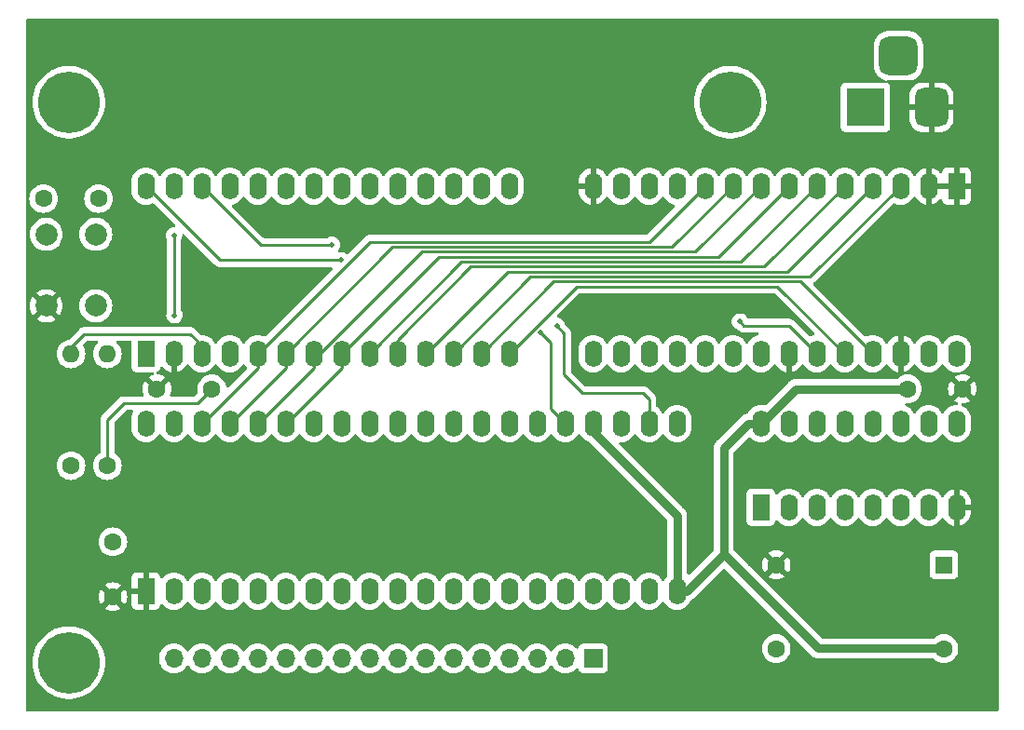
<source format=gbr>
%TF.GenerationSoftware,KiCad,Pcbnew,7.0.7*%
%TF.CreationDate,2023-09-04T17:24:35+02:00*%
%TF.ProjectId,6507,36353037-2e6b-4696-9361-645f70636258,rev?*%
%TF.SameCoordinates,Original*%
%TF.FileFunction,Copper,L2,Bot*%
%TF.FilePolarity,Positive*%
%FSLAX46Y46*%
G04 Gerber Fmt 4.6, Leading zero omitted, Abs format (unit mm)*
G04 Created by KiCad (PCBNEW 7.0.7) date 2023-09-04 17:24:35*
%MOMM*%
%LPD*%
G01*
G04 APERTURE LIST*
G04 Aperture macros list*
%AMRoundRect*
0 Rectangle with rounded corners*
0 $1 Rounding radius*
0 $2 $3 $4 $5 $6 $7 $8 $9 X,Y pos of 4 corners*
0 Add a 4 corners polygon primitive as box body*
4,1,4,$2,$3,$4,$5,$6,$7,$8,$9,$2,$3,0*
0 Add four circle primitives for the rounded corners*
1,1,$1+$1,$2,$3*
1,1,$1+$1,$4,$5*
1,1,$1+$1,$6,$7*
1,1,$1+$1,$8,$9*
0 Add four rect primitives between the rounded corners*
20,1,$1+$1,$2,$3,$4,$5,0*
20,1,$1+$1,$4,$5,$6,$7,0*
20,1,$1+$1,$6,$7,$8,$9,0*
20,1,$1+$1,$8,$9,$2,$3,0*%
G04 Aperture macros list end*
%TA.AperFunction,ComponentPad*%
%ADD10C,5.600000*%
%TD*%
%TA.AperFunction,ComponentPad*%
%ADD11R,1.700000X1.700000*%
%TD*%
%TA.AperFunction,ComponentPad*%
%ADD12O,1.700000X1.700000*%
%TD*%
%TA.AperFunction,ComponentPad*%
%ADD13O,1.600000X2.400000*%
%TD*%
%TA.AperFunction,ComponentPad*%
%ADD14R,1.600000X2.400000*%
%TD*%
%TA.AperFunction,ComponentPad*%
%ADD15R,1.600000X1.600000*%
%TD*%
%TA.AperFunction,ComponentPad*%
%ADD16C,1.600000*%
%TD*%
%TA.AperFunction,ComponentPad*%
%ADD17C,2.000000*%
%TD*%
%TA.AperFunction,ComponentPad*%
%ADD18O,1.600000X1.600000*%
%TD*%
%TA.AperFunction,ComponentPad*%
%ADD19R,3.500000X3.500000*%
%TD*%
%TA.AperFunction,ComponentPad*%
%ADD20RoundRect,0.750000X0.750000X1.000000X-0.750000X1.000000X-0.750000X-1.000000X0.750000X-1.000000X0*%
%TD*%
%TA.AperFunction,ComponentPad*%
%ADD21RoundRect,0.875000X0.875000X0.875000X-0.875000X0.875000X-0.875000X-0.875000X0.875000X-0.875000X0*%
%TD*%
%TA.AperFunction,ViaPad*%
%ADD22C,0.500000*%
%TD*%
%TA.AperFunction,Conductor*%
%ADD23C,0.250000*%
%TD*%
%TA.AperFunction,Conductor*%
%ADD24C,0.800000*%
%TD*%
G04 APERTURE END LIST*
D10*
%TO.P,REF\u002A\u002A,1*%
%TO.N,N/C*%
X158496000Y-78740000D03*
%TD*%
%TO.P,REF\u002A\u002A,1*%
%TO.N,N/C*%
X98400000Y-78740000D03*
%TD*%
%TO.P,REF\u002A\u002A,1*%
%TO.N,N/C*%
X98400000Y-129700000D03*
%TD*%
D11*
%TO.P,J2,1,Pin_1*%
%TO.N,Net-(J2-Pin_1)*%
X146040000Y-129300000D03*
D12*
%TO.P,J2,2,Pin_2*%
%TO.N,Net-(J2-Pin_2)*%
X143500000Y-129300000D03*
%TO.P,J2,3,Pin_3*%
%TO.N,Net-(J2-Pin_3)*%
X140960000Y-129300000D03*
%TO.P,J2,4,Pin_4*%
%TO.N,Net-(J2-Pin_4)*%
X138420000Y-129300000D03*
%TO.P,J2,5,Pin_5*%
%TO.N,Net-(J2-Pin_5)*%
X135880000Y-129300000D03*
%TO.P,J2,6,Pin_6*%
%TO.N,Net-(J2-Pin_6)*%
X133340000Y-129300000D03*
%TO.P,J2,7,Pin_7*%
%TO.N,Net-(J2-Pin_7)*%
X130800000Y-129300000D03*
%TO.P,J2,8,Pin_8*%
%TO.N,Net-(J2-Pin_8)*%
X128260000Y-129300000D03*
%TO.P,J2,9,Pin_9*%
%TO.N,Net-(J2-Pin_9)*%
X125720000Y-129300000D03*
%TO.P,J2,10,Pin_10*%
%TO.N,Net-(J2-Pin_10)*%
X123180000Y-129300000D03*
%TO.P,J2,11,Pin_11*%
%TO.N,Net-(J2-Pin_11)*%
X120640000Y-129300000D03*
%TO.P,J2,12,Pin_12*%
%TO.N,Net-(J2-Pin_12)*%
X118100000Y-129300000D03*
%TO.P,J2,13,Pin_13*%
%TO.N,Net-(J2-Pin_13)*%
X115560000Y-129300000D03*
%TO.P,J2,14,Pin_14*%
%TO.N,Net-(J2-Pin_14)*%
X113020000Y-129300000D03*
%TO.P,J2,15,Pin_15*%
%TO.N,Net-(J2-Pin_15)*%
X110480000Y-129300000D03*
%TO.P,J2,16,Pin_16*%
%TO.N,Net-(J2-Pin_16)*%
X107940000Y-129300000D03*
%TD*%
D13*
%TO.P,U3,40,CA1*%
%TO.N,unconnected-(U3-CA1-Pad40)*%
X105410000Y-107950000D03*
%TO.P,U3,39,CA2*%
%TO.N,unconnected-(U3-CA2-Pad39)*%
X107950000Y-107950000D03*
%TO.P,U3,38,RS0*%
%TO.N,A0*%
X110490000Y-107950000D03*
%TO.P,U3,37,RS1*%
%TO.N,A1*%
X113030000Y-107950000D03*
%TO.P,U3,36,RS2*%
%TO.N,A2*%
X115570000Y-107950000D03*
%TO.P,U3,35,RS3*%
%TO.N,A3*%
X118110000Y-107950000D03*
%TO.P,U3,34,~{RES}*%
%TO.N,RESB*%
X120650000Y-107950000D03*
%TO.P,U3,33,D0*%
%TO.N,D0*%
X123190000Y-107950000D03*
%TO.P,U3,32,D1*%
%TO.N,D1*%
X125730000Y-107950000D03*
%TO.P,U3,31,D2*%
%TO.N,D2*%
X128270000Y-107950000D03*
%TO.P,U3,30,D3*%
%TO.N,D3*%
X130810000Y-107950000D03*
%TO.P,U3,29,D4*%
%TO.N,D4*%
X133350000Y-107950000D03*
%TO.P,U3,28,D5*%
%TO.N,D5*%
X135890000Y-107950000D03*
%TO.P,U3,27,D6*%
%TO.N,D6*%
X138430000Y-107950000D03*
%TO.P,U3,26,D7*%
%TO.N,D7*%
X140970000Y-107950000D03*
%TO.P,U3,25,\u03D52*%
%TO.N,\u03D52*%
X143510000Y-107950000D03*
%TO.P,U3,24,CS1*%
%TO.N,+5V*%
X146050000Y-107950000D03*
%TO.P,U3,23,~{CS2}*%
%TO.N,Net-(U3-~{CS2})*%
X148590000Y-107950000D03*
%TO.P,U3,22,R/~{W}*%
%TO.N,RWB*%
X151130000Y-107950000D03*
%TO.P,U3,21,~{IRQ}*%
%TO.N,unconnected-(U3-~{IRQ}-Pad21)*%
X153670000Y-107950000D03*
%TO.P,U3,20,VCC*%
%TO.N,+5V*%
X153670000Y-123190000D03*
%TO.P,U3,19,CB2*%
%TO.N,unconnected-(U3-CB2-Pad19)*%
X151130000Y-123190000D03*
%TO.P,U3,18,CB1*%
%TO.N,unconnected-(U3-CB1-Pad18)*%
X148590000Y-123190000D03*
%TO.P,U3,17,PB7*%
%TO.N,Net-(J2-Pin_1)*%
X146050000Y-123190000D03*
%TO.P,U3,16,PB6*%
%TO.N,Net-(J2-Pin_2)*%
X143510000Y-123190000D03*
%TO.P,U3,15,PB5*%
%TO.N,Net-(J2-Pin_3)*%
X140970000Y-123190000D03*
%TO.P,U3,14,PB4*%
%TO.N,Net-(J2-Pin_4)*%
X138430000Y-123190000D03*
%TO.P,U3,13,PB3*%
%TO.N,Net-(J2-Pin_5)*%
X135890000Y-123190000D03*
%TO.P,U3,12,PB2*%
%TO.N,Net-(J2-Pin_6)*%
X133350000Y-123190000D03*
%TO.P,U3,11,PB1*%
%TO.N,Net-(J2-Pin_7)*%
X130810000Y-123190000D03*
%TO.P,U3,10,PB0*%
%TO.N,Net-(J2-Pin_8)*%
X128270000Y-123190000D03*
%TO.P,U3,9,PA7*%
%TO.N,Net-(J2-Pin_9)*%
X125730000Y-123190000D03*
%TO.P,U3,8,PA6*%
%TO.N,Net-(J2-Pin_10)*%
X123190000Y-123190000D03*
%TO.P,U3,7,PA5*%
%TO.N,Net-(J2-Pin_11)*%
X120650000Y-123190000D03*
%TO.P,U3,6,PA4*%
%TO.N,Net-(J2-Pin_12)*%
X118110000Y-123190000D03*
%TO.P,U3,5,PA3*%
%TO.N,Net-(J2-Pin_13)*%
X115570000Y-123190000D03*
%TO.P,U3,4,PA2*%
%TO.N,Net-(J2-Pin_14)*%
X113030000Y-123190000D03*
%TO.P,U3,3,PA1*%
%TO.N,Net-(J2-Pin_15)*%
X110490000Y-123190000D03*
%TO.P,U3,2,PA0*%
%TO.N,Net-(J2-Pin_16)*%
X107950000Y-123190000D03*
D14*
%TO.P,U3,1,VSS*%
%TO.N,GND*%
X105410000Y-123190000D03*
%TD*%
D13*
%TO.P,U2,28,VCC*%
%TO.N,+5V*%
X179070000Y-101600000D03*
%TO.P,U2,27,~{WE}*%
X176530000Y-101600000D03*
%TO.P,U2,26,A13*%
%TO.N,GND*%
X173990000Y-101600000D03*
%TO.P,U2,25,A8*%
%TO.N,A8*%
X171450000Y-101600000D03*
%TO.P,U2,24,A9*%
%TO.N,A9*%
X168910000Y-101600000D03*
%TO.P,U2,23,A11*%
%TO.N,A11*%
X166370000Y-101600000D03*
%TO.P,U2,22,~{OE}*%
%TO.N,GND*%
X163830000Y-101600000D03*
%TO.P,U2,21,A10*%
%TO.N,A10*%
X161290000Y-101600000D03*
%TO.P,U2,20,~{CS}*%
%TO.N,A12*%
X158750000Y-101600000D03*
%TO.P,U2,19,D7*%
%TO.N,D7*%
X156210000Y-101600000D03*
%TO.P,U2,18,D6*%
%TO.N,D6*%
X153670000Y-101600000D03*
%TO.P,U2,17,D5*%
%TO.N,D5*%
X151130000Y-101600000D03*
%TO.P,U2,16,D4*%
%TO.N,D4*%
X148590000Y-101600000D03*
%TO.P,U2,15,D3*%
%TO.N,D3*%
X146050000Y-101600000D03*
%TO.P,U2,14,GND*%
%TO.N,GND*%
X146050000Y-86360000D03*
%TO.P,U2,13,D2*%
%TO.N,D2*%
X148590000Y-86360000D03*
%TO.P,U2,12,D1*%
%TO.N,D1*%
X151130000Y-86360000D03*
%TO.P,U2,11,D0*%
%TO.N,D0*%
X153670000Y-86360000D03*
%TO.P,U2,10,A0*%
%TO.N,A0*%
X156210000Y-86360000D03*
%TO.P,U2,9,A1*%
%TO.N,A1*%
X158750000Y-86360000D03*
%TO.P,U2,8,A2*%
%TO.N,A2*%
X161290000Y-86360000D03*
%TO.P,U2,7,A3*%
%TO.N,A3*%
X163830000Y-86360000D03*
%TO.P,U2,6,A4*%
%TO.N,A4*%
X166370000Y-86360000D03*
%TO.P,U2,5,A5*%
%TO.N,A5*%
X168910000Y-86360000D03*
%TO.P,U2,4,A6*%
%TO.N,A6*%
X171450000Y-86360000D03*
%TO.P,U2,3,A7*%
%TO.N,A7*%
X173990000Y-86360000D03*
%TO.P,U2,2,A12*%
%TO.N,GND*%
X176530000Y-86360000D03*
D14*
%TO.P,U2,1,A14*%
X179070000Y-86360000D03*
%TD*%
D13*
%TO.P,U1,28,\u03D52*%
%TO.N,\u03D52*%
X105410000Y-86360000D03*
%TO.P,U1,27,\u03D50*%
%TO.N,CLK*%
X107950000Y-86360000D03*
%TO.P,U1,26,R/~{W}*%
%TO.N,RWB*%
X110490000Y-86360000D03*
%TO.P,U1,25,D0*%
%TO.N,D0*%
X113030000Y-86360000D03*
%TO.P,U1,24,D1*%
%TO.N,D1*%
X115570000Y-86360000D03*
%TO.P,U1,23,D2*%
%TO.N,D2*%
X118110000Y-86360000D03*
%TO.P,U1,22,D3*%
%TO.N,D3*%
X120650000Y-86360000D03*
%TO.P,U1,21,D4*%
%TO.N,D4*%
X123190000Y-86360000D03*
%TO.P,U1,20,D5*%
%TO.N,D5*%
X125730000Y-86360000D03*
%TO.P,U1,19,D6*%
%TO.N,D6*%
X128270000Y-86360000D03*
%TO.P,U1,18,D7*%
%TO.N,D7*%
X130810000Y-86360000D03*
%TO.P,U1,17,A12*%
%TO.N,A12*%
X133350000Y-86360000D03*
%TO.P,U1,16,A11*%
%TO.N,A11*%
X135890000Y-86360000D03*
%TO.P,U1,15,A10*%
%TO.N,A10*%
X138430000Y-86360000D03*
%TO.P,U1,14,A9*%
%TO.N,A9*%
X138430000Y-101600000D03*
%TO.P,U1,13,A8*%
%TO.N,A8*%
X135890000Y-101600000D03*
%TO.P,U1,12,A7*%
%TO.N,A7*%
X133350000Y-101600000D03*
%TO.P,U1,11,A6*%
%TO.N,A6*%
X130810000Y-101600000D03*
%TO.P,U1,10,A5*%
%TO.N,A5*%
X128270000Y-101600000D03*
%TO.P,U1,9,A4*%
%TO.N,A4*%
X125730000Y-101600000D03*
%TO.P,U1,8,A3*%
%TO.N,A3*%
X123190000Y-101600000D03*
%TO.P,U1,7,A2*%
%TO.N,A2*%
X120650000Y-101600000D03*
%TO.P,U1,6,A1*%
%TO.N,A1*%
X118110000Y-101600000D03*
%TO.P,U1,5,A0*%
%TO.N,A0*%
X115570000Y-101600000D03*
%TO.P,U1,4,VCC*%
%TO.N,+5V*%
X113030000Y-101600000D03*
%TO.P,U1,3,RDY*%
%TO.N,Net-(U1-RDY)*%
X110490000Y-101600000D03*
%TO.P,U1,2,VSS*%
%TO.N,GND*%
X107950000Y-101600000D03*
D14*
%TO.P,U1,1,~{RES}*%
%TO.N,RESB*%
X105410000Y-101600000D03*
%TD*%
%TO.P,U4,1*%
%TO.N,N/C*%
X161290000Y-115570000D03*
D13*
%TO.P,U4,2*%
X163830000Y-115570000D03*
%TO.P,U4,3*%
X166370000Y-115570000D03*
%TO.P,U4,4*%
X168910000Y-115570000D03*
%TO.P,U4,5*%
X171450000Y-115570000D03*
%TO.P,U4,6*%
X173990000Y-115570000D03*
%TO.P,U4,7*%
X176530000Y-115570000D03*
%TO.P,U4,8*%
%TO.N,GND*%
X179070000Y-115570000D03*
%TO.P,U4,9*%
%TO.N,N/C*%
X179070000Y-107950000D03*
%TO.P,U4,10*%
X176530000Y-107950000D03*
%TO.P,U4,11*%
X173990000Y-107950000D03*
%TO.P,U4,12*%
X171450000Y-107950000D03*
%TO.P,U4,13*%
%TO.N,Net-(U3-~{CS2})*%
X168910000Y-107950000D03*
%TO.P,U4,14*%
%TO.N,A12*%
X166370000Y-107950000D03*
%TO.P,U4,15*%
X163830000Y-107950000D03*
%TO.P,U4,16*%
%TO.N,+5V*%
X161290000Y-107950000D03*
%TD*%
D15*
%TO.P,X1,1,~{ST}*%
%TO.N,unconnected-(X1-~{ST}-Pad1)*%
X177920000Y-120790000D03*
D16*
%TO.P,X1,7*%
%TO.N,GND*%
X162680000Y-120790000D03*
%TO.P,X1,8*%
%TO.N,CLK*%
X162680000Y-128410000D03*
%TO.P,X1,14*%
%TO.N,+5V*%
X177920000Y-128410000D03*
%TD*%
D17*
%TO.P,SW1,1,1*%
%TO.N,b2*%
X96350000Y-90750000D03*
%TO.N,GND*%
X96350000Y-97250000D03*
%TO.P,SW1,2,2*%
%TO.N,RESB*%
X100850000Y-97250000D03*
%TO.N,b1*%
X100850000Y-90750000D03*
%TD*%
D16*
%TO.P,R2,1*%
%TO.N,+5V*%
X98600000Y-111780000D03*
D18*
%TO.P,R2,2*%
%TO.N,Net-(U1-RDY)*%
X98600000Y-101620000D03*
%TD*%
%TO.P,R1,2*%
%TO.N,RESB*%
X101900000Y-101620000D03*
D16*
%TO.P,R1,1*%
%TO.N,+5V*%
X101900000Y-111780000D03*
%TD*%
D19*
%TO.P,J1,1*%
%TO.N,+5V*%
X170784000Y-79189500D03*
D20*
%TO.P,J1,2*%
%TO.N,GND*%
X176784000Y-79189500D03*
D21*
%TO.P,J1,3*%
%TO.N,N/C*%
X173784000Y-74489500D03*
%TD*%
D16*
%TO.P,C4,1*%
%TO.N,GND*%
X102400000Y-123700000D03*
%TO.P,C4,2*%
%TO.N,+5V*%
X102400000Y-118700000D03*
%TD*%
%TO.P,C3,1*%
%TO.N,GND*%
X179600000Y-104800000D03*
%TO.P,C3,2*%
%TO.N,+5V*%
X174600000Y-104800000D03*
%TD*%
%TO.P,C2,2*%
%TO.N,+5V*%
X111400000Y-104800000D03*
%TO.P,C2,1*%
%TO.N,GND*%
X106400000Y-104800000D03*
%TD*%
%TO.P,C1,1*%
%TO.N,b2*%
X96100000Y-87500000D03*
%TO.P,C1,2*%
%TO.N,b1*%
X101100000Y-87500000D03*
%TD*%
D22*
%TO.N,CLK*%
X107950000Y-90850000D03*
X108000000Y-98100000D03*
%TO.N,RWB*%
X122300000Y-91700000D03*
X142736444Y-99063556D03*
%TO.N,\u03D52*%
X123100000Y-93100000D03*
X141250000Y-99650000D03*
%TO.N,A11*%
X159377444Y-98686556D03*
%TD*%
D23*
%TO.N,CLK*%
X107950000Y-98050000D02*
X108000000Y-98100000D01*
X107950000Y-90850000D02*
X107950000Y-98050000D01*
%TO.N,+5V*%
X101900000Y-107600000D02*
X101900000Y-111780000D01*
X103400000Y-106100000D02*
X101900000Y-107600000D01*
X110100000Y-106100000D02*
X103400000Y-106100000D01*
X111400000Y-104800000D02*
X110100000Y-106100000D01*
D24*
X153670000Y-116370000D02*
X153670000Y-123190000D01*
X146050000Y-108750000D02*
X153670000Y-116370000D01*
X146050000Y-107950000D02*
X146050000Y-108750000D01*
D23*
%TO.N,A0*%
X115570000Y-101600000D02*
X115570000Y-102870000D01*
X115570000Y-102870000D02*
X110490000Y-107950000D01*
D24*
%TO.N,+5V*%
X154510000Y-123190000D02*
X153670000Y-123190000D01*
X157900000Y-119800000D02*
X154510000Y-123190000D01*
X166500000Y-128400000D02*
X177910000Y-128400000D01*
X177910000Y-128400000D02*
X177920000Y-128410000D01*
X157900000Y-119800000D02*
X166500000Y-128400000D01*
X160150000Y-107950000D02*
X157900000Y-110200000D01*
X157900000Y-110200000D02*
X157900000Y-119800000D01*
X161290000Y-107950000D02*
X160150000Y-107950000D01*
X164440000Y-104800000D02*
X161290000Y-107950000D01*
X174600000Y-104800000D02*
X164440000Y-104800000D01*
D23*
%TO.N,RWB*%
X151130000Y-105730000D02*
X151130000Y-107950000D01*
X143400000Y-103500000D02*
X145100000Y-105200000D01*
X150600000Y-105200000D02*
X151130000Y-105730000D01*
X143400000Y-99727112D02*
X143400000Y-103500000D01*
X142736444Y-99063556D02*
X143400000Y-99727112D01*
X145100000Y-105200000D02*
X150600000Y-105200000D01*
X115830000Y-91700000D02*
X110490000Y-86360000D01*
X122300000Y-91700000D02*
X115830000Y-91700000D01*
%TO.N,\u03D52*%
X112150000Y-93100000D02*
X105410000Y-86360000D01*
X123100000Y-93100000D02*
X112150000Y-93100000D01*
X141250000Y-99650000D02*
X142200000Y-100600000D01*
X142200000Y-100600000D02*
X142200000Y-106640000D01*
X142200000Y-106640000D02*
X143510000Y-107950000D01*
%TO.N,Net-(U1-RDY)*%
X98600000Y-101000000D02*
X98600000Y-101620000D01*
X99800000Y-99800000D02*
X98600000Y-101000000D01*
X109400000Y-99800000D02*
X99800000Y-99800000D01*
X110490000Y-100890000D02*
X109400000Y-99800000D01*
X110490000Y-101600000D02*
X110490000Y-100890000D01*
%TO.N,A11*%
X159750888Y-99060000D02*
X163830000Y-99060000D01*
X159377444Y-98686556D02*
X159750888Y-99060000D01*
X163830000Y-99060000D02*
X166370000Y-101600000D01*
%TO.N,A9*%
X162800000Y-95490000D02*
X168910000Y-101600000D01*
X144540000Y-95490000D02*
X162800000Y-95490000D01*
X138430000Y-101600000D02*
X144540000Y-95490000D01*
%TO.N,A8*%
X142450000Y-95040000D02*
X164890000Y-95040000D01*
X135890000Y-101600000D02*
X142450000Y-95040000D01*
X164890000Y-95040000D02*
X171450000Y-101600000D01*
%TO.N,A7*%
X165760000Y-94590000D02*
X173990000Y-86360000D01*
X140360000Y-94590000D02*
X165760000Y-94590000D01*
X133350000Y-101600000D02*
X140360000Y-94590000D01*
%TO.N,A6*%
X163670000Y-94140000D02*
X171450000Y-86360000D01*
X138270000Y-94140000D02*
X163670000Y-94140000D01*
X130810000Y-101600000D02*
X138270000Y-94140000D01*
%TO.N,A5*%
X161580000Y-93690000D02*
X168910000Y-86360000D01*
X128270000Y-100330000D02*
X134910000Y-93690000D01*
X128270000Y-101600000D02*
X128270000Y-100330000D01*
X134910000Y-93690000D02*
X161580000Y-93690000D01*
%TO.N,A4*%
X159490000Y-93240000D02*
X166370000Y-86360000D01*
X134090000Y-93240000D02*
X159490000Y-93240000D01*
X125730000Y-101600000D02*
X134090000Y-93240000D01*
%TO.N,A3*%
X157400000Y-92790000D02*
X163830000Y-86360000D01*
X132000000Y-92790000D02*
X157400000Y-92790000D01*
X123190000Y-101600000D02*
X132000000Y-92790000D01*
%TO.N,A2*%
X155310000Y-92340000D02*
X161290000Y-86360000D01*
X120650000Y-102149010D02*
X130459010Y-92340000D01*
X130459010Y-92340000D02*
X155310000Y-92340000D01*
X120650000Y-101600000D02*
X120650000Y-102149010D01*
%TO.N,A1*%
X153220000Y-91890000D02*
X158750000Y-86360000D01*
X118110000Y-101600000D02*
X127820000Y-91890000D01*
X127820000Y-91890000D02*
X153220000Y-91890000D01*
%TO.N,A0*%
X125730000Y-91440000D02*
X151130000Y-91440000D01*
X151130000Y-91440000D02*
X156210000Y-86360000D01*
X115570000Y-101600000D02*
X125730000Y-91440000D01*
%TO.N,A1*%
X118110000Y-101600000D02*
X118110000Y-102870000D01*
X118110000Y-102870000D02*
X113030000Y-107950000D01*
%TO.N,A2*%
X120650000Y-102870000D02*
X115570000Y-107950000D01*
X120650000Y-101600000D02*
X120650000Y-102870000D01*
%TO.N,A3*%
X123190000Y-102870000D02*
X118110000Y-107950000D01*
X123190000Y-101600000D02*
X123190000Y-102870000D01*
%TD*%
%TA.AperFunction,Conductor*%
%TO.N,GND*%
G36*
X107843353Y-101988095D02*
G01*
X107868583Y-101992091D01*
X107918515Y-102000000D01*
X107918519Y-102000000D01*
X107981485Y-102000000D01*
X108024300Y-101993218D01*
X108056602Y-101988102D01*
X108125894Y-101997056D01*
X108179347Y-102042052D01*
X108199987Y-102108803D01*
X108200000Y-102110575D01*
X108200000Y-103278872D01*
X108396317Y-103226269D01*
X108396326Y-103226265D01*
X108602482Y-103130134D01*
X108788820Y-102999657D01*
X108949657Y-102838820D01*
X109080132Y-102652484D01*
X109107341Y-102594134D01*
X109153513Y-102541695D01*
X109220707Y-102522542D01*
X109287588Y-102542757D01*
X109332106Y-102594133D01*
X109359431Y-102652732D01*
X109359432Y-102652734D01*
X109489954Y-102839141D01*
X109650858Y-103000045D01*
X109650861Y-103000047D01*
X109837266Y-103130568D01*
X110043504Y-103226739D01*
X110263308Y-103285635D01*
X110425230Y-103299801D01*
X110489998Y-103305468D01*
X110490000Y-103305468D01*
X110490002Y-103305468D01*
X110546807Y-103300498D01*
X110716692Y-103285635D01*
X110936496Y-103226739D01*
X111142734Y-103130568D01*
X111329139Y-103000047D01*
X111490047Y-102839139D01*
X111620568Y-102652734D01*
X111647618Y-102594724D01*
X111693790Y-102542285D01*
X111760983Y-102523133D01*
X111827865Y-102543348D01*
X111872382Y-102594725D01*
X111899429Y-102652728D01*
X111899432Y-102652734D01*
X112029954Y-102839141D01*
X112190858Y-103000045D01*
X112190861Y-103000047D01*
X112377266Y-103130568D01*
X112583504Y-103226739D01*
X112803308Y-103285635D01*
X112965230Y-103299801D01*
X113029998Y-103305468D01*
X113030000Y-103305468D01*
X113030002Y-103305468D01*
X113086807Y-103300498D01*
X113256692Y-103285635D01*
X113476496Y-103226739D01*
X113682734Y-103130568D01*
X113869139Y-103000047D01*
X114030047Y-102839139D01*
X114160568Y-102652734D01*
X114187618Y-102594724D01*
X114233790Y-102542285D01*
X114300983Y-102523133D01*
X114367865Y-102543348D01*
X114412382Y-102594725D01*
X114439428Y-102652727D01*
X114439429Y-102652728D01*
X114439432Y-102652734D01*
X114561540Y-102827124D01*
X114570532Y-102839966D01*
X114592859Y-102906173D01*
X114575847Y-102973940D01*
X114556637Y-102998770D01*
X112897518Y-104657889D01*
X112836195Y-104691374D01*
X112766503Y-104686390D01*
X112710570Y-104644518D01*
X112686309Y-104581014D01*
X112685635Y-104573313D01*
X112685635Y-104573308D01*
X112626739Y-104353504D01*
X112530568Y-104147266D01*
X112400047Y-103960861D01*
X112400045Y-103960858D01*
X112239141Y-103799954D01*
X112052734Y-103669432D01*
X112052732Y-103669431D01*
X111846497Y-103573261D01*
X111846488Y-103573258D01*
X111626697Y-103514366D01*
X111626693Y-103514365D01*
X111626692Y-103514365D01*
X111626691Y-103514364D01*
X111626686Y-103514364D01*
X111400002Y-103494532D01*
X111399998Y-103494532D01*
X111173313Y-103514364D01*
X111173302Y-103514366D01*
X110953511Y-103573258D01*
X110953502Y-103573261D01*
X110747267Y-103669431D01*
X110747265Y-103669432D01*
X110560858Y-103799954D01*
X110399954Y-103960858D01*
X110269432Y-104147265D01*
X110269431Y-104147267D01*
X110173261Y-104353502D01*
X110173258Y-104353511D01*
X110114366Y-104573302D01*
X110114364Y-104573313D01*
X110100666Y-104729883D01*
X110094532Y-104800000D01*
X110114364Y-105026686D01*
X110114365Y-105026691D01*
X110114366Y-105026697D01*
X110132680Y-105095048D01*
X110131017Y-105164897D01*
X110100586Y-105214821D01*
X109877226Y-105438182D01*
X109815906Y-105471666D01*
X109789547Y-105474500D01*
X107714508Y-105474500D01*
X107647469Y-105454815D01*
X107601714Y-105402011D01*
X107591770Y-105332853D01*
X107602126Y-105298095D01*
X107626265Y-105246326D01*
X107626269Y-105246317D01*
X107685139Y-105026610D01*
X107685141Y-105026599D01*
X107704966Y-104800002D01*
X107704966Y-104799997D01*
X107685141Y-104573400D01*
X107685139Y-104573389D01*
X107626269Y-104353682D01*
X107626265Y-104353673D01*
X107530133Y-104147516D01*
X107530131Y-104147512D01*
X107479026Y-104074526D01*
X107479025Y-104074526D01*
X106937419Y-104616132D01*
X106876096Y-104649617D01*
X106806404Y-104644633D01*
X106750471Y-104602761D01*
X106739256Y-104584751D01*
X106727641Y-104561955D01*
X106727637Y-104561951D01*
X106727636Y-104561949D01*
X106638050Y-104472363D01*
X106638044Y-104472358D01*
X106628109Y-104467296D01*
X106615250Y-104460744D01*
X106564456Y-104412773D01*
X106547660Y-104344952D01*
X106570197Y-104278817D01*
X106583865Y-104262580D01*
X107125472Y-103720973D01*
X107052483Y-103669866D01*
X107052481Y-103669865D01*
X106846326Y-103573734D01*
X106846317Y-103573730D01*
X106626610Y-103514860D01*
X106626599Y-103514858D01*
X106443699Y-103498857D01*
X106378630Y-103473405D01*
X106337651Y-103416814D01*
X106333773Y-103347052D01*
X106368227Y-103286268D01*
X106411174Y-103259147D01*
X106452326Y-103243798D01*
X106452326Y-103243797D01*
X106452331Y-103243796D01*
X106567546Y-103157546D01*
X106653796Y-103042331D01*
X106697383Y-102925468D01*
X106704090Y-102907486D01*
X106704090Y-102907485D01*
X106704091Y-102907483D01*
X106707944Y-102871644D01*
X106734679Y-102807098D01*
X106792070Y-102767248D01*
X106861895Y-102764753D01*
X106921985Y-102800404D01*
X106932806Y-102813777D01*
X106950341Y-102838819D01*
X107111179Y-102999657D01*
X107297517Y-103130134D01*
X107503673Y-103226265D01*
X107503682Y-103226269D01*
X107699999Y-103278872D01*
X107699999Y-102110575D01*
X107719684Y-102043536D01*
X107772487Y-101997781D01*
X107841646Y-101987837D01*
X107843353Y-101988095D01*
G37*
%TD.AperFunction*%
%TA.AperFunction,Conductor*%
G36*
X178626463Y-86129685D02*
G01*
X178672218Y-86182489D01*
X178682162Y-86251647D01*
X178681897Y-86253397D01*
X178665014Y-86359996D01*
X178665014Y-86360003D01*
X178681897Y-86466603D01*
X178672942Y-86535896D01*
X178627946Y-86589348D01*
X178561194Y-86609987D01*
X178559424Y-86610000D01*
X177040576Y-86610000D01*
X176973537Y-86590315D01*
X176927782Y-86537511D01*
X176917838Y-86468353D01*
X176918103Y-86466603D01*
X176934986Y-86360003D01*
X176934986Y-86359996D01*
X176918103Y-86253397D01*
X176927058Y-86184104D01*
X176972054Y-86130652D01*
X177038806Y-86110013D01*
X177040576Y-86110000D01*
X178559424Y-86110000D01*
X178626463Y-86129685D01*
G37*
%TD.AperFunction*%
%TA.AperFunction,Conductor*%
G36*
X182822539Y-71140185D02*
G01*
X182868294Y-71192989D01*
X182879500Y-71244500D01*
X182879500Y-133987500D01*
X182859815Y-134054539D01*
X182807011Y-134100294D01*
X182755500Y-134111500D01*
X94612500Y-134111500D01*
X94545461Y-134091815D01*
X94499706Y-134039011D01*
X94488500Y-133987500D01*
X94488500Y-129700000D01*
X95094652Y-129700000D01*
X95109715Y-129977830D01*
X95114028Y-130057368D01*
X95114029Y-130057385D01*
X95171926Y-130410539D01*
X95171932Y-130410565D01*
X95267672Y-130755392D01*
X95267674Y-130755399D01*
X95400142Y-131087870D01*
X95400151Y-131087888D01*
X95567784Y-131404077D01*
X95567790Y-131404086D01*
X95768634Y-131700309D01*
X95768641Y-131700319D01*
X96000331Y-131973085D01*
X96000332Y-131973086D01*
X96260163Y-132219211D01*
X96545081Y-132435800D01*
X96851747Y-132620315D01*
X96851749Y-132620316D01*
X96851751Y-132620317D01*
X96851755Y-132620319D01*
X97176552Y-132770585D01*
X97176565Y-132770591D01*
X97515726Y-132884868D01*
X97865254Y-132961805D01*
X98221052Y-133000500D01*
X98221058Y-133000500D01*
X98578942Y-133000500D01*
X98578948Y-133000500D01*
X98934746Y-132961805D01*
X99284274Y-132884868D01*
X99623435Y-132770591D01*
X99948253Y-132620315D01*
X100254919Y-132435800D01*
X100539837Y-132219211D01*
X100799668Y-131973086D01*
X101031365Y-131700311D01*
X101232211Y-131404085D01*
X101399853Y-131087880D01*
X101532324Y-130755403D01*
X101628071Y-130410552D01*
X101662938Y-130197872D01*
X101685970Y-130057385D01*
X101685970Y-130057382D01*
X101685972Y-130057371D01*
X101705348Y-129700000D01*
X101685972Y-129342629D01*
X101682292Y-129320185D01*
X101678983Y-129300000D01*
X106584341Y-129300000D01*
X106604936Y-129535403D01*
X106604938Y-129535413D01*
X106666094Y-129763655D01*
X106666096Y-129763659D01*
X106666097Y-129763663D01*
X106670000Y-129772032D01*
X106765965Y-129977830D01*
X106765967Y-129977834D01*
X106821658Y-130057368D01*
X106901505Y-130171401D01*
X107068599Y-130338495D01*
X107165384Y-130406264D01*
X107262165Y-130474032D01*
X107262167Y-130474033D01*
X107262170Y-130474035D01*
X107476337Y-130573903D01*
X107704592Y-130635063D01*
X107881034Y-130650500D01*
X107939999Y-130655659D01*
X107940000Y-130655659D01*
X107940001Y-130655659D01*
X107998966Y-130650500D01*
X108175408Y-130635063D01*
X108403663Y-130573903D01*
X108617830Y-130474035D01*
X108811401Y-130338495D01*
X108978495Y-130171401D01*
X109108426Y-129985841D01*
X109163002Y-129942217D01*
X109232500Y-129935023D01*
X109294855Y-129966546D01*
X109311575Y-129985842D01*
X109441500Y-130171395D01*
X109441505Y-130171401D01*
X109608599Y-130338495D01*
X109705384Y-130406264D01*
X109802165Y-130474032D01*
X109802167Y-130474033D01*
X109802170Y-130474035D01*
X110016337Y-130573903D01*
X110244592Y-130635063D01*
X110421034Y-130650500D01*
X110479999Y-130655659D01*
X110480000Y-130655659D01*
X110480001Y-130655659D01*
X110538966Y-130650500D01*
X110715408Y-130635063D01*
X110943663Y-130573903D01*
X111157830Y-130474035D01*
X111351401Y-130338495D01*
X111518495Y-130171401D01*
X111648426Y-129985840D01*
X111703001Y-129942217D01*
X111772499Y-129935023D01*
X111834854Y-129966546D01*
X111851574Y-129985841D01*
X111981505Y-130171401D01*
X112148599Y-130338495D01*
X112245384Y-130406264D01*
X112342165Y-130474032D01*
X112342167Y-130474033D01*
X112342170Y-130474035D01*
X112556337Y-130573903D01*
X112784592Y-130635063D01*
X112961034Y-130650500D01*
X113019999Y-130655659D01*
X113020000Y-130655659D01*
X113020001Y-130655659D01*
X113078966Y-130650500D01*
X113255408Y-130635063D01*
X113483663Y-130573903D01*
X113697830Y-130474035D01*
X113891401Y-130338495D01*
X114058495Y-130171401D01*
X114188426Y-129985841D01*
X114243002Y-129942217D01*
X114312500Y-129935023D01*
X114374855Y-129966546D01*
X114391575Y-129985842D01*
X114521500Y-130171395D01*
X114521505Y-130171401D01*
X114688599Y-130338495D01*
X114785384Y-130406264D01*
X114882165Y-130474032D01*
X114882167Y-130474033D01*
X114882170Y-130474035D01*
X115096337Y-130573903D01*
X115324592Y-130635063D01*
X115501034Y-130650500D01*
X115559999Y-130655659D01*
X115560000Y-130655659D01*
X115560001Y-130655659D01*
X115618966Y-130650500D01*
X115795408Y-130635063D01*
X116023663Y-130573903D01*
X116237830Y-130474035D01*
X116431401Y-130338495D01*
X116598495Y-130171401D01*
X116728426Y-129985840D01*
X116783001Y-129942217D01*
X116852499Y-129935023D01*
X116914854Y-129966546D01*
X116931574Y-129985841D01*
X117061505Y-130171401D01*
X117228599Y-130338495D01*
X117325384Y-130406264D01*
X117422165Y-130474032D01*
X117422167Y-130474033D01*
X117422170Y-130474035D01*
X117636337Y-130573903D01*
X117864592Y-130635063D01*
X118041034Y-130650500D01*
X118099999Y-130655659D01*
X118100000Y-130655659D01*
X118100001Y-130655659D01*
X118158966Y-130650500D01*
X118335408Y-130635063D01*
X118563663Y-130573903D01*
X118777830Y-130474035D01*
X118971401Y-130338495D01*
X119138495Y-130171401D01*
X119268426Y-129985841D01*
X119323002Y-129942217D01*
X119392500Y-129935023D01*
X119454855Y-129966546D01*
X119471575Y-129985842D01*
X119601500Y-130171395D01*
X119601505Y-130171401D01*
X119768599Y-130338495D01*
X119865384Y-130406264D01*
X119962165Y-130474032D01*
X119962167Y-130474033D01*
X119962170Y-130474035D01*
X120176337Y-130573903D01*
X120404592Y-130635063D01*
X120581034Y-130650500D01*
X120639999Y-130655659D01*
X120640000Y-130655659D01*
X120640001Y-130655659D01*
X120698966Y-130650500D01*
X120875408Y-130635063D01*
X121103663Y-130573903D01*
X121317830Y-130474035D01*
X121511401Y-130338495D01*
X121678495Y-130171401D01*
X121808426Y-129985840D01*
X121863001Y-129942217D01*
X121932499Y-129935023D01*
X121994854Y-129966546D01*
X122011574Y-129985841D01*
X122141505Y-130171401D01*
X122308599Y-130338495D01*
X122405384Y-130406264D01*
X122502165Y-130474032D01*
X122502167Y-130474033D01*
X122502170Y-130474035D01*
X122716337Y-130573903D01*
X122944592Y-130635063D01*
X123121034Y-130650500D01*
X123179999Y-130655659D01*
X123180000Y-130655659D01*
X123180001Y-130655659D01*
X123238966Y-130650500D01*
X123415408Y-130635063D01*
X123643663Y-130573903D01*
X123857830Y-130474035D01*
X124051401Y-130338495D01*
X124218495Y-130171401D01*
X124348426Y-129985841D01*
X124403002Y-129942217D01*
X124472500Y-129935023D01*
X124534855Y-129966546D01*
X124551575Y-129985842D01*
X124681500Y-130171395D01*
X124681505Y-130171401D01*
X124848599Y-130338495D01*
X124945384Y-130406264D01*
X125042165Y-130474032D01*
X125042167Y-130474033D01*
X125042170Y-130474035D01*
X125256337Y-130573903D01*
X125484592Y-130635063D01*
X125661034Y-130650500D01*
X125719999Y-130655659D01*
X125720000Y-130655659D01*
X125720001Y-130655659D01*
X125778966Y-130650500D01*
X125955408Y-130635063D01*
X126183663Y-130573903D01*
X126397830Y-130474035D01*
X126591401Y-130338495D01*
X126758495Y-130171401D01*
X126888426Y-129985840D01*
X126943001Y-129942217D01*
X127012499Y-129935023D01*
X127074854Y-129966546D01*
X127091574Y-129985841D01*
X127221505Y-130171401D01*
X127388599Y-130338495D01*
X127485384Y-130406264D01*
X127582165Y-130474032D01*
X127582167Y-130474033D01*
X127582170Y-130474035D01*
X127796337Y-130573903D01*
X128024592Y-130635063D01*
X128201034Y-130650500D01*
X128259999Y-130655659D01*
X128260000Y-130655659D01*
X128260001Y-130655659D01*
X128318966Y-130650500D01*
X128495408Y-130635063D01*
X128723663Y-130573903D01*
X128937830Y-130474035D01*
X129131401Y-130338495D01*
X129298495Y-130171401D01*
X129428426Y-129985841D01*
X129483002Y-129942217D01*
X129552500Y-129935023D01*
X129614855Y-129966546D01*
X129631575Y-129985842D01*
X129761500Y-130171395D01*
X129761505Y-130171401D01*
X129928599Y-130338495D01*
X130025384Y-130406264D01*
X130122165Y-130474032D01*
X130122167Y-130474033D01*
X130122170Y-130474035D01*
X130336337Y-130573903D01*
X130564592Y-130635063D01*
X130741034Y-130650500D01*
X130799999Y-130655659D01*
X130800000Y-130655659D01*
X130800001Y-130655659D01*
X130858966Y-130650500D01*
X131035408Y-130635063D01*
X131263663Y-130573903D01*
X131477830Y-130474035D01*
X131671401Y-130338495D01*
X131838495Y-130171401D01*
X131968426Y-129985840D01*
X132023001Y-129942217D01*
X132092499Y-129935023D01*
X132154854Y-129966546D01*
X132171574Y-129985841D01*
X132301505Y-130171401D01*
X132468599Y-130338495D01*
X132565384Y-130406264D01*
X132662165Y-130474032D01*
X132662167Y-130474033D01*
X132662170Y-130474035D01*
X132876337Y-130573903D01*
X133104592Y-130635063D01*
X133281034Y-130650500D01*
X133339999Y-130655659D01*
X133340000Y-130655659D01*
X133340001Y-130655659D01*
X133398966Y-130650500D01*
X133575408Y-130635063D01*
X133803663Y-130573903D01*
X134017830Y-130474035D01*
X134211401Y-130338495D01*
X134378495Y-130171401D01*
X134508426Y-129985841D01*
X134563002Y-129942217D01*
X134632500Y-129935023D01*
X134694855Y-129966546D01*
X134711575Y-129985842D01*
X134841500Y-130171395D01*
X134841505Y-130171401D01*
X135008599Y-130338495D01*
X135105384Y-130406264D01*
X135202165Y-130474032D01*
X135202167Y-130474033D01*
X135202170Y-130474035D01*
X135416337Y-130573903D01*
X135644592Y-130635063D01*
X135821034Y-130650500D01*
X135879999Y-130655659D01*
X135880000Y-130655659D01*
X135880001Y-130655659D01*
X135938966Y-130650500D01*
X136115408Y-130635063D01*
X136343663Y-130573903D01*
X136557830Y-130474035D01*
X136751401Y-130338495D01*
X136918495Y-130171401D01*
X137048426Y-129985841D01*
X137103002Y-129942217D01*
X137172500Y-129935023D01*
X137234855Y-129966546D01*
X137251575Y-129985842D01*
X137381500Y-130171395D01*
X137381505Y-130171401D01*
X137548599Y-130338495D01*
X137645384Y-130406264D01*
X137742165Y-130474032D01*
X137742167Y-130474033D01*
X137742170Y-130474035D01*
X137956337Y-130573903D01*
X138184592Y-130635063D01*
X138361034Y-130650500D01*
X138419999Y-130655659D01*
X138420000Y-130655659D01*
X138420001Y-130655659D01*
X138478966Y-130650500D01*
X138655408Y-130635063D01*
X138883663Y-130573903D01*
X139097830Y-130474035D01*
X139291401Y-130338495D01*
X139458495Y-130171401D01*
X139588426Y-129985841D01*
X139643002Y-129942217D01*
X139712500Y-129935023D01*
X139774855Y-129966546D01*
X139791575Y-129985842D01*
X139921500Y-130171395D01*
X139921505Y-130171401D01*
X140088599Y-130338495D01*
X140185384Y-130406264D01*
X140282165Y-130474032D01*
X140282167Y-130474033D01*
X140282170Y-130474035D01*
X140496337Y-130573903D01*
X140724592Y-130635063D01*
X140901034Y-130650500D01*
X140959999Y-130655659D01*
X140960000Y-130655659D01*
X140960001Y-130655659D01*
X141018966Y-130650500D01*
X141195408Y-130635063D01*
X141423663Y-130573903D01*
X141637830Y-130474035D01*
X141831401Y-130338495D01*
X141998495Y-130171401D01*
X142128426Y-129985841D01*
X142183002Y-129942217D01*
X142252500Y-129935023D01*
X142314855Y-129966546D01*
X142331575Y-129985842D01*
X142461500Y-130171395D01*
X142461505Y-130171401D01*
X142628599Y-130338495D01*
X142725384Y-130406264D01*
X142822165Y-130474032D01*
X142822167Y-130474033D01*
X142822170Y-130474035D01*
X143036337Y-130573903D01*
X143264592Y-130635063D01*
X143441034Y-130650500D01*
X143499999Y-130655659D01*
X143500000Y-130655659D01*
X143500001Y-130655659D01*
X143558966Y-130650500D01*
X143735408Y-130635063D01*
X143963663Y-130573903D01*
X144177830Y-130474035D01*
X144371401Y-130338495D01*
X144493329Y-130216566D01*
X144554648Y-130183084D01*
X144624340Y-130188068D01*
X144680274Y-130229939D01*
X144697189Y-130260917D01*
X144746202Y-130392328D01*
X144746206Y-130392335D01*
X144832452Y-130507544D01*
X144832455Y-130507547D01*
X144947664Y-130593793D01*
X144947671Y-130593797D01*
X145082517Y-130644091D01*
X145082516Y-130644091D01*
X145089444Y-130644835D01*
X145142127Y-130650500D01*
X146937872Y-130650499D01*
X146997483Y-130644091D01*
X147132331Y-130593796D01*
X147247546Y-130507546D01*
X147333796Y-130392331D01*
X147384091Y-130257483D01*
X147390500Y-130197873D01*
X147390499Y-128410001D01*
X161374532Y-128410001D01*
X161394364Y-128636686D01*
X161394366Y-128636697D01*
X161453258Y-128856488D01*
X161453261Y-128856497D01*
X161549431Y-129062732D01*
X161549432Y-129062734D01*
X161679954Y-129249141D01*
X161840858Y-129410045D01*
X161840861Y-129410047D01*
X162027266Y-129540568D01*
X162233504Y-129636739D01*
X162453308Y-129695635D01*
X162615230Y-129709801D01*
X162679998Y-129715468D01*
X162680000Y-129715468D01*
X162680002Y-129715468D01*
X162736672Y-129710509D01*
X162906692Y-129695635D01*
X163126496Y-129636739D01*
X163332734Y-129540568D01*
X163519139Y-129410047D01*
X163680047Y-129249139D01*
X163810568Y-129062734D01*
X163906739Y-128856496D01*
X163965635Y-128636692D01*
X163985468Y-128410000D01*
X163984779Y-128402129D01*
X163965635Y-128183313D01*
X163965635Y-128183308D01*
X163915425Y-127995922D01*
X163906741Y-127963511D01*
X163906738Y-127963502D01*
X163810568Y-127757267D01*
X163810567Y-127757265D01*
X163770252Y-127699689D01*
X163680047Y-127570861D01*
X163680045Y-127570858D01*
X163519141Y-127409954D01*
X163332734Y-127279432D01*
X163332732Y-127279431D01*
X163126497Y-127183261D01*
X163126488Y-127183258D01*
X162906697Y-127124366D01*
X162906693Y-127124365D01*
X162906692Y-127124365D01*
X162906691Y-127124364D01*
X162906686Y-127124364D01*
X162680002Y-127104532D01*
X162679998Y-127104532D01*
X162453313Y-127124364D01*
X162453302Y-127124366D01*
X162233511Y-127183258D01*
X162233502Y-127183261D01*
X162027267Y-127279431D01*
X162027265Y-127279432D01*
X161840858Y-127409954D01*
X161679954Y-127570858D01*
X161549432Y-127757265D01*
X161549431Y-127757267D01*
X161453261Y-127963502D01*
X161453258Y-127963511D01*
X161394366Y-128183302D01*
X161394364Y-128183313D01*
X161374532Y-128409998D01*
X161374532Y-128410001D01*
X147390499Y-128410001D01*
X147390499Y-128402128D01*
X147384091Y-128342517D01*
X147382810Y-128339083D01*
X147333797Y-128207671D01*
X147333793Y-128207664D01*
X147247547Y-128092455D01*
X147247544Y-128092452D01*
X147132335Y-128006206D01*
X147132328Y-128006202D01*
X146997482Y-127955908D01*
X146997483Y-127955908D01*
X146937883Y-127949501D01*
X146937881Y-127949500D01*
X146937873Y-127949500D01*
X146937864Y-127949500D01*
X145142129Y-127949500D01*
X145142123Y-127949501D01*
X145082516Y-127955908D01*
X144947671Y-128006202D01*
X144947664Y-128006206D01*
X144832455Y-128092452D01*
X144832452Y-128092455D01*
X144746206Y-128207664D01*
X144746203Y-128207669D01*
X144697189Y-128339083D01*
X144655317Y-128395016D01*
X144589853Y-128419433D01*
X144521580Y-128404581D01*
X144493326Y-128383430D01*
X144371402Y-128261506D01*
X144371395Y-128261501D01*
X144177834Y-128125967D01*
X144177830Y-128125965D01*
X144177830Y-128125964D01*
X143963663Y-128026097D01*
X143963659Y-128026096D01*
X143963655Y-128026094D01*
X143735413Y-127964938D01*
X143735403Y-127964936D01*
X143500001Y-127944341D01*
X143499999Y-127944341D01*
X143264596Y-127964936D01*
X143264586Y-127964938D01*
X143036344Y-128026094D01*
X143036335Y-128026098D01*
X142822171Y-128125964D01*
X142822169Y-128125965D01*
X142628597Y-128261505D01*
X142461505Y-128428597D01*
X142331575Y-128614158D01*
X142276998Y-128657783D01*
X142207500Y-128664977D01*
X142145145Y-128633454D01*
X142128425Y-128614158D01*
X141998494Y-128428597D01*
X141831402Y-128261506D01*
X141831395Y-128261501D01*
X141637834Y-128125967D01*
X141637830Y-128125965D01*
X141637828Y-128125964D01*
X141423663Y-128026097D01*
X141423659Y-128026096D01*
X141423655Y-128026094D01*
X141195413Y-127964938D01*
X141195403Y-127964936D01*
X140960001Y-127944341D01*
X140959999Y-127944341D01*
X140724596Y-127964936D01*
X140724586Y-127964938D01*
X140496344Y-128026094D01*
X140496335Y-128026098D01*
X140282171Y-128125964D01*
X140282169Y-128125965D01*
X140088597Y-128261505D01*
X139921505Y-128428597D01*
X139791575Y-128614158D01*
X139736998Y-128657783D01*
X139667500Y-128664977D01*
X139605145Y-128633454D01*
X139588425Y-128614158D01*
X139458494Y-128428597D01*
X139291402Y-128261506D01*
X139291395Y-128261501D01*
X139097834Y-128125967D01*
X139097830Y-128125965D01*
X139097830Y-128125964D01*
X138883663Y-128026097D01*
X138883659Y-128026096D01*
X138883655Y-128026094D01*
X138655413Y-127964938D01*
X138655403Y-127964936D01*
X138420001Y-127944341D01*
X138419999Y-127944341D01*
X138184596Y-127964936D01*
X138184586Y-127964938D01*
X137956344Y-128026094D01*
X137956335Y-128026098D01*
X137742171Y-128125964D01*
X137742169Y-128125965D01*
X137548597Y-128261505D01*
X137381505Y-128428597D01*
X137251575Y-128614158D01*
X137196998Y-128657783D01*
X137127500Y-128664977D01*
X137065145Y-128633454D01*
X137048425Y-128614158D01*
X136918494Y-128428597D01*
X136751402Y-128261506D01*
X136751395Y-128261501D01*
X136557834Y-128125967D01*
X136557830Y-128125965D01*
X136557828Y-128125964D01*
X136343663Y-128026097D01*
X136343659Y-128026096D01*
X136343655Y-128026094D01*
X136115413Y-127964938D01*
X136115403Y-127964936D01*
X135880001Y-127944341D01*
X135879999Y-127944341D01*
X135644596Y-127964936D01*
X135644586Y-127964938D01*
X135416344Y-128026094D01*
X135416335Y-128026098D01*
X135202171Y-128125964D01*
X135202169Y-128125965D01*
X135008597Y-128261505D01*
X134841505Y-128428597D01*
X134711575Y-128614158D01*
X134656998Y-128657783D01*
X134587500Y-128664977D01*
X134525145Y-128633454D01*
X134508425Y-128614158D01*
X134378494Y-128428597D01*
X134211402Y-128261506D01*
X134211395Y-128261501D01*
X134017834Y-128125967D01*
X134017830Y-128125965D01*
X134017830Y-128125964D01*
X133803663Y-128026097D01*
X133803659Y-128026096D01*
X133803655Y-128026094D01*
X133575413Y-127964938D01*
X133575403Y-127964936D01*
X133340001Y-127944341D01*
X133339999Y-127944341D01*
X133104596Y-127964936D01*
X133104586Y-127964938D01*
X132876344Y-128026094D01*
X132876335Y-128026098D01*
X132662171Y-128125964D01*
X132662169Y-128125965D01*
X132468597Y-128261505D01*
X132301505Y-128428597D01*
X132171575Y-128614158D01*
X132116998Y-128657783D01*
X132047500Y-128664977D01*
X131985145Y-128633454D01*
X131968425Y-128614158D01*
X131838494Y-128428597D01*
X131671402Y-128261506D01*
X131671395Y-128261501D01*
X131477834Y-128125967D01*
X131477830Y-128125965D01*
X131477828Y-128125964D01*
X131263663Y-128026097D01*
X131263659Y-128026096D01*
X131263655Y-128026094D01*
X131035413Y-127964938D01*
X131035403Y-127964936D01*
X130800001Y-127944341D01*
X130799999Y-127944341D01*
X130564596Y-127964936D01*
X130564586Y-127964938D01*
X130336344Y-128026094D01*
X130336335Y-128026098D01*
X130122171Y-128125964D01*
X130122169Y-128125965D01*
X129928597Y-128261505D01*
X129761508Y-128428594D01*
X129631574Y-128614159D01*
X129576997Y-128657784D01*
X129507498Y-128664976D01*
X129445144Y-128633454D01*
X129428424Y-128614158D01*
X129298494Y-128428597D01*
X129131402Y-128261506D01*
X129131395Y-128261501D01*
X128937834Y-128125967D01*
X128937830Y-128125965D01*
X128937829Y-128125964D01*
X128723663Y-128026097D01*
X128723659Y-128026096D01*
X128723655Y-128026094D01*
X128495413Y-127964938D01*
X128495403Y-127964936D01*
X128260001Y-127944341D01*
X128259999Y-127944341D01*
X128024596Y-127964936D01*
X128024586Y-127964938D01*
X127796344Y-128026094D01*
X127796335Y-128026098D01*
X127582171Y-128125964D01*
X127582169Y-128125965D01*
X127388597Y-128261505D01*
X127221505Y-128428597D01*
X127091575Y-128614158D01*
X127036998Y-128657783D01*
X126967500Y-128664977D01*
X126905145Y-128633454D01*
X126888425Y-128614158D01*
X126758494Y-128428597D01*
X126591402Y-128261506D01*
X126591395Y-128261501D01*
X126397834Y-128125967D01*
X126397830Y-128125965D01*
X126397828Y-128125964D01*
X126183663Y-128026097D01*
X126183659Y-128026096D01*
X126183655Y-128026094D01*
X125955413Y-127964938D01*
X125955403Y-127964936D01*
X125720001Y-127944341D01*
X125719999Y-127944341D01*
X125484596Y-127964936D01*
X125484586Y-127964938D01*
X125256344Y-128026094D01*
X125256335Y-128026098D01*
X125042171Y-128125964D01*
X125042169Y-128125965D01*
X124848597Y-128261505D01*
X124681505Y-128428597D01*
X124551575Y-128614158D01*
X124496998Y-128657783D01*
X124427500Y-128664977D01*
X124365145Y-128633454D01*
X124348425Y-128614158D01*
X124218494Y-128428597D01*
X124051402Y-128261506D01*
X124051395Y-128261501D01*
X123857834Y-128125967D01*
X123857830Y-128125965D01*
X123857830Y-128125964D01*
X123643663Y-128026097D01*
X123643659Y-128026096D01*
X123643655Y-128026094D01*
X123415413Y-127964938D01*
X123415403Y-127964936D01*
X123180001Y-127944341D01*
X123179999Y-127944341D01*
X122944596Y-127964936D01*
X122944586Y-127964938D01*
X122716344Y-128026094D01*
X122716335Y-128026098D01*
X122502171Y-128125964D01*
X122502169Y-128125965D01*
X122308597Y-128261505D01*
X122141505Y-128428597D01*
X122011575Y-128614158D01*
X121956998Y-128657783D01*
X121887500Y-128664977D01*
X121825145Y-128633454D01*
X121808425Y-128614158D01*
X121678494Y-128428597D01*
X121511402Y-128261506D01*
X121511395Y-128261501D01*
X121317834Y-128125967D01*
X121317830Y-128125965D01*
X121317828Y-128125964D01*
X121103663Y-128026097D01*
X121103659Y-128026096D01*
X121103655Y-128026094D01*
X120875413Y-127964938D01*
X120875403Y-127964936D01*
X120640001Y-127944341D01*
X120639999Y-127944341D01*
X120404596Y-127964936D01*
X120404586Y-127964938D01*
X120176344Y-128026094D01*
X120176335Y-128026098D01*
X119962171Y-128125964D01*
X119962169Y-128125965D01*
X119768597Y-128261505D01*
X119601505Y-128428597D01*
X119471575Y-128614158D01*
X119416998Y-128657783D01*
X119347500Y-128664977D01*
X119285145Y-128633454D01*
X119268425Y-128614158D01*
X119138494Y-128428597D01*
X118971402Y-128261506D01*
X118971395Y-128261501D01*
X118777834Y-128125967D01*
X118777830Y-128125965D01*
X118777830Y-128125964D01*
X118563663Y-128026097D01*
X118563659Y-128026096D01*
X118563655Y-128026094D01*
X118335413Y-127964938D01*
X118335403Y-127964936D01*
X118100001Y-127944341D01*
X118099999Y-127944341D01*
X117864596Y-127964936D01*
X117864586Y-127964938D01*
X117636344Y-128026094D01*
X117636335Y-128026098D01*
X117422171Y-128125964D01*
X117422169Y-128125965D01*
X117228597Y-128261505D01*
X117061508Y-128428594D01*
X116931574Y-128614159D01*
X116876997Y-128657784D01*
X116807498Y-128664976D01*
X116745144Y-128633454D01*
X116728424Y-128614158D01*
X116598494Y-128428597D01*
X116431402Y-128261506D01*
X116431395Y-128261501D01*
X116237834Y-128125967D01*
X116237830Y-128125965D01*
X116237828Y-128125964D01*
X116023663Y-128026097D01*
X116023659Y-128026096D01*
X116023655Y-128026094D01*
X115795413Y-127964938D01*
X115795403Y-127964936D01*
X115560001Y-127944341D01*
X115559999Y-127944341D01*
X115324596Y-127964936D01*
X115324586Y-127964938D01*
X115096344Y-128026094D01*
X115096335Y-128026098D01*
X114882171Y-128125964D01*
X114882169Y-128125965D01*
X114688597Y-128261505D01*
X114521505Y-128428597D01*
X114391575Y-128614158D01*
X114336998Y-128657783D01*
X114267500Y-128664977D01*
X114205145Y-128633454D01*
X114188425Y-128614158D01*
X114058494Y-128428597D01*
X113891402Y-128261506D01*
X113891395Y-128261501D01*
X113697834Y-128125967D01*
X113697830Y-128125965D01*
X113697830Y-128125964D01*
X113483663Y-128026097D01*
X113483659Y-128026096D01*
X113483655Y-128026094D01*
X113255413Y-127964938D01*
X113255403Y-127964936D01*
X113020001Y-127944341D01*
X113019999Y-127944341D01*
X112784596Y-127964936D01*
X112784586Y-127964938D01*
X112556344Y-128026094D01*
X112556335Y-128026098D01*
X112342171Y-128125964D01*
X112342169Y-128125965D01*
X112148597Y-128261505D01*
X111981505Y-128428597D01*
X111851575Y-128614158D01*
X111796998Y-128657783D01*
X111727500Y-128664977D01*
X111665145Y-128633454D01*
X111648425Y-128614158D01*
X111518494Y-128428597D01*
X111351402Y-128261506D01*
X111351395Y-128261501D01*
X111157834Y-128125967D01*
X111157830Y-128125965D01*
X111157828Y-128125964D01*
X110943663Y-128026097D01*
X110943659Y-128026096D01*
X110943655Y-128026094D01*
X110715413Y-127964938D01*
X110715403Y-127964936D01*
X110480001Y-127944341D01*
X110479999Y-127944341D01*
X110244596Y-127964936D01*
X110244586Y-127964938D01*
X110016344Y-128026094D01*
X110016335Y-128026098D01*
X109802171Y-128125964D01*
X109802169Y-128125965D01*
X109608597Y-128261505D01*
X109441505Y-128428597D01*
X109311575Y-128614158D01*
X109256998Y-128657783D01*
X109187500Y-128664977D01*
X109125145Y-128633454D01*
X109108425Y-128614158D01*
X108978494Y-128428597D01*
X108811402Y-128261506D01*
X108811395Y-128261501D01*
X108617834Y-128125967D01*
X108617830Y-128125965D01*
X108617830Y-128125964D01*
X108403663Y-128026097D01*
X108403659Y-128026096D01*
X108403655Y-128026094D01*
X108175413Y-127964938D01*
X108175403Y-127964936D01*
X107940001Y-127944341D01*
X107939999Y-127944341D01*
X107704596Y-127964936D01*
X107704586Y-127964938D01*
X107476344Y-128026094D01*
X107476335Y-128026098D01*
X107262171Y-128125964D01*
X107262169Y-128125965D01*
X107068597Y-128261505D01*
X106901505Y-128428597D01*
X106765965Y-128622169D01*
X106765964Y-128622171D01*
X106666098Y-128836335D01*
X106666094Y-128836344D01*
X106604938Y-129064586D01*
X106604936Y-129064596D01*
X106584341Y-129299999D01*
X106584341Y-129300000D01*
X101678983Y-129300000D01*
X101628073Y-128989460D01*
X101628072Y-128989459D01*
X101628071Y-128989448D01*
X101595931Y-128873690D01*
X101532327Y-128644607D01*
X101532325Y-128644600D01*
X101399857Y-128312129D01*
X101399848Y-128312111D01*
X101373018Y-128261505D01*
X101301161Y-128125967D01*
X101232215Y-127995922D01*
X101232213Y-127995919D01*
X101232211Y-127995915D01*
X101031365Y-127699689D01*
X101031361Y-127699684D01*
X101031358Y-127699680D01*
X100799668Y-127426914D01*
X100799667Y-127426913D01*
X100539837Y-127180789D01*
X100539830Y-127180783D01*
X100539827Y-127180781D01*
X100465611Y-127124364D01*
X100254919Y-126964200D01*
X99948253Y-126779685D01*
X99948252Y-126779684D01*
X99948248Y-126779682D01*
X99948244Y-126779680D01*
X99623447Y-126629414D01*
X99623441Y-126629411D01*
X99623435Y-126629409D01*
X99453854Y-126572270D01*
X99284273Y-126515131D01*
X98934744Y-126438194D01*
X98578949Y-126399500D01*
X98578948Y-126399500D01*
X98221052Y-126399500D01*
X98221050Y-126399500D01*
X97865255Y-126438194D01*
X97515726Y-126515131D01*
X97259970Y-126601306D01*
X97176565Y-126629409D01*
X97176562Y-126629410D01*
X97176563Y-126629410D01*
X97176552Y-126629414D01*
X96851755Y-126779680D01*
X96851751Y-126779682D01*
X96623367Y-126917096D01*
X96545081Y-126964200D01*
X96456768Y-127031333D01*
X96260172Y-127180781D01*
X96260163Y-127180789D01*
X96000331Y-127426914D01*
X95768641Y-127699680D01*
X95768634Y-127699690D01*
X95567790Y-127995913D01*
X95567784Y-127995922D01*
X95400151Y-128312111D01*
X95400142Y-128312129D01*
X95267674Y-128644600D01*
X95267672Y-128644607D01*
X95171932Y-128989434D01*
X95171926Y-128989460D01*
X95114029Y-129342614D01*
X95114028Y-129342627D01*
X95114028Y-129342629D01*
X95094652Y-129700000D01*
X94488500Y-129700000D01*
X94488500Y-123700002D01*
X101095034Y-123700002D01*
X101114858Y-123926599D01*
X101114860Y-123926610D01*
X101173730Y-124146317D01*
X101173734Y-124146326D01*
X101269865Y-124352481D01*
X101269866Y-124352483D01*
X101320973Y-124425471D01*
X101320973Y-124425472D01*
X101862580Y-123883865D01*
X101923903Y-123850380D01*
X101993594Y-123855364D01*
X102049528Y-123897235D01*
X102060742Y-123915246D01*
X102064456Y-123922534D01*
X102072358Y-123938044D01*
X102072363Y-123938050D01*
X102161949Y-124027636D01*
X102161951Y-124027637D01*
X102161955Y-124027641D01*
X102184747Y-124039254D01*
X102235542Y-124087228D01*
X102252337Y-124155049D01*
X102229799Y-124221184D01*
X102216132Y-124237419D01*
X101674526Y-124779025D01*
X101674526Y-124779026D01*
X101747512Y-124830131D01*
X101747516Y-124830133D01*
X101953673Y-124926265D01*
X101953682Y-124926269D01*
X102173389Y-124985139D01*
X102173400Y-124985141D01*
X102399998Y-125004966D01*
X102400002Y-125004966D01*
X102626599Y-124985141D01*
X102626610Y-124985139D01*
X102846317Y-124926269D01*
X102846331Y-124926264D01*
X103052478Y-124830136D01*
X103125472Y-124779025D01*
X102583866Y-124237419D01*
X102550381Y-124176096D01*
X102555365Y-124106404D01*
X102597237Y-124050471D01*
X102615245Y-124039258D01*
X102638045Y-124027641D01*
X102727641Y-123938045D01*
X102739254Y-123915252D01*
X102787225Y-123864458D01*
X102855046Y-123847661D01*
X102921181Y-123870197D01*
X102937419Y-123883866D01*
X103479025Y-124425472D01*
X103530136Y-124352478D01*
X103626264Y-124146331D01*
X103626269Y-124146317D01*
X103685139Y-123926610D01*
X103685141Y-123926599D01*
X103704966Y-123700002D01*
X103704966Y-123699997D01*
X103685141Y-123473400D01*
X103685139Y-123473389D01*
X103626269Y-123253682D01*
X103626265Y-123253673D01*
X103530133Y-123047516D01*
X103530131Y-123047512D01*
X103479026Y-122974526D01*
X103479025Y-122974526D01*
X102937419Y-123516132D01*
X102876096Y-123549617D01*
X102806404Y-123544633D01*
X102750471Y-123502761D01*
X102739256Y-123484751D01*
X102727641Y-123461955D01*
X102727637Y-123461951D01*
X102727636Y-123461949D01*
X102638050Y-123372363D01*
X102638044Y-123372358D01*
X102628109Y-123367296D01*
X102615250Y-123360744D01*
X102564456Y-123312773D01*
X102547660Y-123244952D01*
X102570197Y-123178817D01*
X102583865Y-123162580D01*
X103125472Y-122620973D01*
X103052483Y-122569866D01*
X103052481Y-122569865D01*
X102846326Y-122473734D01*
X102846317Y-122473730D01*
X102626610Y-122414860D01*
X102626599Y-122414858D01*
X102400002Y-122395034D01*
X102399998Y-122395034D01*
X102173400Y-122414858D01*
X102173389Y-122414860D01*
X101953682Y-122473730D01*
X101953673Y-122473734D01*
X101747513Y-122569868D01*
X101674526Y-122620973D01*
X102216133Y-123162580D01*
X102249618Y-123223903D01*
X102244634Y-123293595D01*
X102202762Y-123349528D01*
X102184748Y-123360745D01*
X102161956Y-123372358D01*
X102161949Y-123372363D01*
X102072363Y-123461949D01*
X102072358Y-123461956D01*
X102060745Y-123484748D01*
X102012770Y-123535544D01*
X101944949Y-123552338D01*
X101878814Y-123529800D01*
X101862580Y-123516133D01*
X101320973Y-122974526D01*
X101269868Y-123047513D01*
X101173734Y-123253673D01*
X101173730Y-123253682D01*
X101114860Y-123473389D01*
X101114858Y-123473400D01*
X101095034Y-123699997D01*
X101095034Y-123700002D01*
X94488500Y-123700002D01*
X94488500Y-118700001D01*
X101094532Y-118700001D01*
X101114364Y-118926686D01*
X101114366Y-118926697D01*
X101173258Y-119146488D01*
X101173261Y-119146497D01*
X101269431Y-119352732D01*
X101269432Y-119352734D01*
X101399954Y-119539141D01*
X101560858Y-119700045D01*
X101560861Y-119700047D01*
X101747266Y-119830568D01*
X101953504Y-119926739D01*
X102173308Y-119985635D01*
X102335230Y-119999801D01*
X102399998Y-120005468D01*
X102400000Y-120005468D01*
X102400002Y-120005468D01*
X102456672Y-120000509D01*
X102626692Y-119985635D01*
X102846496Y-119926739D01*
X103052734Y-119830568D01*
X103239139Y-119700047D01*
X103400047Y-119539139D01*
X103530568Y-119352734D01*
X103626739Y-119146496D01*
X103685635Y-118926692D01*
X103705468Y-118700000D01*
X103685635Y-118473308D01*
X103626739Y-118253504D01*
X103530568Y-118047266D01*
X103400047Y-117860861D01*
X103400045Y-117860858D01*
X103239141Y-117699954D01*
X103052734Y-117569432D01*
X103052732Y-117569431D01*
X102846497Y-117473261D01*
X102846488Y-117473258D01*
X102626697Y-117414366D01*
X102626693Y-117414365D01*
X102626692Y-117414365D01*
X102626691Y-117414364D01*
X102626686Y-117414364D01*
X102400002Y-117394532D01*
X102399998Y-117394532D01*
X102173313Y-117414364D01*
X102173302Y-117414366D01*
X101953511Y-117473258D01*
X101953502Y-117473261D01*
X101747267Y-117569431D01*
X101747265Y-117569432D01*
X101560858Y-117699954D01*
X101399954Y-117860858D01*
X101269432Y-118047265D01*
X101269431Y-118047267D01*
X101173261Y-118253502D01*
X101173258Y-118253511D01*
X101114366Y-118473302D01*
X101114364Y-118473313D01*
X101094532Y-118699998D01*
X101094532Y-118700001D01*
X94488500Y-118700001D01*
X94488500Y-111780001D01*
X97294532Y-111780001D01*
X97314364Y-112006686D01*
X97314366Y-112006697D01*
X97373258Y-112226488D01*
X97373261Y-112226497D01*
X97469431Y-112432732D01*
X97469432Y-112432734D01*
X97599954Y-112619141D01*
X97760858Y-112780045D01*
X97760861Y-112780047D01*
X97947266Y-112910568D01*
X98153504Y-113006739D01*
X98373308Y-113065635D01*
X98535230Y-113079801D01*
X98599998Y-113085468D01*
X98600000Y-113085468D01*
X98600002Y-113085468D01*
X98656673Y-113080509D01*
X98826692Y-113065635D01*
X99046496Y-113006739D01*
X99252734Y-112910568D01*
X99439139Y-112780047D01*
X99600047Y-112619139D01*
X99730568Y-112432734D01*
X99826739Y-112226496D01*
X99885635Y-112006692D01*
X99905468Y-111780000D01*
X99885635Y-111553308D01*
X99826739Y-111333504D01*
X99730568Y-111127266D01*
X99600047Y-110940861D01*
X99600045Y-110940858D01*
X99439141Y-110779954D01*
X99252734Y-110649432D01*
X99252732Y-110649431D01*
X99046497Y-110553261D01*
X99046488Y-110553258D01*
X98826697Y-110494366D01*
X98826693Y-110494365D01*
X98826692Y-110494365D01*
X98826691Y-110494364D01*
X98826686Y-110494364D01*
X98600002Y-110474532D01*
X98599998Y-110474532D01*
X98373313Y-110494364D01*
X98373302Y-110494366D01*
X98153511Y-110553258D01*
X98153502Y-110553261D01*
X97947267Y-110649431D01*
X97947265Y-110649432D01*
X97760858Y-110779954D01*
X97599954Y-110940858D01*
X97469432Y-111127265D01*
X97469431Y-111127267D01*
X97373261Y-111333502D01*
X97373258Y-111333511D01*
X97314366Y-111553302D01*
X97314364Y-111553313D01*
X97294532Y-111779998D01*
X97294532Y-111780001D01*
X94488500Y-111780001D01*
X94488500Y-101620001D01*
X97294532Y-101620001D01*
X97314364Y-101846686D01*
X97314366Y-101846697D01*
X97373258Y-102066488D01*
X97373261Y-102066497D01*
X97469431Y-102272732D01*
X97469432Y-102272734D01*
X97599954Y-102459141D01*
X97760858Y-102620045D01*
X97760861Y-102620047D01*
X97947266Y-102750568D01*
X98153504Y-102846739D01*
X98373308Y-102905635D01*
X98535230Y-102919801D01*
X98599998Y-102925468D01*
X98600000Y-102925468D01*
X98600002Y-102925468D01*
X98656673Y-102920509D01*
X98826692Y-102905635D01*
X99046496Y-102846739D01*
X99252734Y-102750568D01*
X99439139Y-102620047D01*
X99600047Y-102459139D01*
X99730568Y-102272734D01*
X99826739Y-102066496D01*
X99885635Y-101846692D01*
X99905468Y-101620000D01*
X99885635Y-101393308D01*
X99833839Y-101200000D01*
X99826741Y-101173511D01*
X99826738Y-101173502D01*
X99730568Y-100967266D01*
X99702424Y-100927072D01*
X99680098Y-100860868D01*
X99697108Y-100793101D01*
X99716311Y-100768278D01*
X100022774Y-100461816D01*
X100084095Y-100428334D01*
X100110453Y-100425500D01*
X100955951Y-100425500D01*
X101022990Y-100445185D01*
X101068745Y-100497989D01*
X101078689Y-100567147D01*
X101049664Y-100630703D01*
X101043632Y-100637181D01*
X100899954Y-100780858D01*
X100769432Y-100967265D01*
X100769431Y-100967267D01*
X100673261Y-101173502D01*
X100673258Y-101173511D01*
X100614366Y-101393302D01*
X100614364Y-101393313D01*
X100594532Y-101619998D01*
X100594532Y-101620001D01*
X100614364Y-101846686D01*
X100614366Y-101846697D01*
X100673258Y-102066488D01*
X100673261Y-102066497D01*
X100769431Y-102272732D01*
X100769432Y-102272734D01*
X100899954Y-102459141D01*
X101060858Y-102620045D01*
X101060861Y-102620047D01*
X101247266Y-102750568D01*
X101453504Y-102846739D01*
X101673308Y-102905635D01*
X101835230Y-102919801D01*
X101899998Y-102925468D01*
X101900000Y-102925468D01*
X101900002Y-102925468D01*
X101956672Y-102920509D01*
X102126692Y-102905635D01*
X102346496Y-102846739D01*
X102552734Y-102750568D01*
X102739139Y-102620047D01*
X102900047Y-102459139D01*
X103030568Y-102272734D01*
X103126739Y-102066496D01*
X103185635Y-101846692D01*
X103205468Y-101620000D01*
X103185635Y-101393308D01*
X103133839Y-101200000D01*
X103126741Y-101173511D01*
X103126738Y-101173502D01*
X103030568Y-100967266D01*
X102929392Y-100822771D01*
X102900045Y-100780858D01*
X102756368Y-100637181D01*
X102722883Y-100575858D01*
X102727867Y-100506166D01*
X102769739Y-100450233D01*
X102835203Y-100425816D01*
X102844049Y-100425500D01*
X103985500Y-100425500D01*
X104052539Y-100445185D01*
X104098294Y-100497989D01*
X104109500Y-100549500D01*
X104109500Y-102847870D01*
X104109501Y-102847876D01*
X104115908Y-102907483D01*
X104166202Y-103042328D01*
X104166206Y-103042335D01*
X104252452Y-103157544D01*
X104252455Y-103157547D01*
X104367664Y-103243793D01*
X104367671Y-103243797D01*
X104502517Y-103294091D01*
X104502516Y-103294091D01*
X104509444Y-103294835D01*
X104562127Y-103300500D01*
X106031523Y-103300499D01*
X106098562Y-103320184D01*
X106144317Y-103372987D01*
X106154261Y-103442146D01*
X106125236Y-103505702D01*
X106066458Y-103543476D01*
X106063617Y-103544274D01*
X105953679Y-103573731D01*
X105953673Y-103573734D01*
X105747513Y-103669868D01*
X105674526Y-103720973D01*
X106216133Y-104262580D01*
X106249618Y-104323903D01*
X106244634Y-104393595D01*
X106202762Y-104449528D01*
X106184748Y-104460745D01*
X106161956Y-104472358D01*
X106161949Y-104472363D01*
X106072363Y-104561949D01*
X106072358Y-104561956D01*
X106060745Y-104584748D01*
X106012770Y-104635544D01*
X105944949Y-104652338D01*
X105878814Y-104629800D01*
X105862580Y-104616133D01*
X105320973Y-104074526D01*
X105269868Y-104147513D01*
X105173734Y-104353673D01*
X105173730Y-104353682D01*
X105114860Y-104573389D01*
X105114858Y-104573400D01*
X105095034Y-104799997D01*
X105095034Y-104800002D01*
X105114858Y-105026599D01*
X105114860Y-105026610D01*
X105173730Y-105246317D01*
X105173734Y-105246326D01*
X105197874Y-105298095D01*
X105208366Y-105367173D01*
X105179846Y-105430957D01*
X105121370Y-105469196D01*
X105085492Y-105474500D01*
X103482737Y-105474500D01*
X103467120Y-105472776D01*
X103467093Y-105473062D01*
X103459331Y-105472327D01*
X103390203Y-105474500D01*
X103360650Y-105474500D01*
X103359929Y-105474590D01*
X103353757Y-105475369D01*
X103347945Y-105475826D01*
X103301378Y-105477290D01*
X103301367Y-105477292D01*
X103282134Y-105482879D01*
X103263094Y-105486822D01*
X103243217Y-105489334D01*
X103243210Y-105489335D01*
X103243208Y-105489336D01*
X103243206Y-105489336D01*
X103243205Y-105489337D01*
X103199868Y-105506494D01*
X103194342Y-105508386D01*
X103149611Y-105521382D01*
X103149608Y-105521383D01*
X103132363Y-105531581D01*
X103114901Y-105540135D01*
X103096272Y-105547511D01*
X103096267Y-105547513D01*
X103058564Y-105574906D01*
X103053682Y-105578112D01*
X103013580Y-105601828D01*
X102999408Y-105616000D01*
X102984623Y-105628628D01*
X102968412Y-105640407D01*
X102938709Y-105676310D01*
X102934777Y-105680631D01*
X101516208Y-107099199D01*
X101503951Y-107109020D01*
X101504134Y-107109241D01*
X101498123Y-107114213D01*
X101450772Y-107164636D01*
X101429889Y-107185519D01*
X101429877Y-107185532D01*
X101425621Y-107191017D01*
X101421837Y-107195447D01*
X101389937Y-107229418D01*
X101389936Y-107229420D01*
X101380284Y-107246976D01*
X101369610Y-107263226D01*
X101357329Y-107279061D01*
X101357324Y-107279068D01*
X101338815Y-107321838D01*
X101336245Y-107327084D01*
X101313803Y-107367906D01*
X101308822Y-107387307D01*
X101302521Y-107405710D01*
X101294562Y-107424102D01*
X101294561Y-107424105D01*
X101287271Y-107470127D01*
X101286087Y-107475846D01*
X101274501Y-107520972D01*
X101274500Y-107520982D01*
X101274500Y-107541016D01*
X101272973Y-107560416D01*
X101269839Y-107580194D01*
X101274224Y-107626580D01*
X101274499Y-107632417D01*
X101274499Y-110565811D01*
X101254814Y-110632850D01*
X101221623Y-110667386D01*
X101060856Y-110779956D01*
X100899954Y-110940858D01*
X100769432Y-111127265D01*
X100769431Y-111127267D01*
X100673261Y-111333502D01*
X100673258Y-111333511D01*
X100614366Y-111553302D01*
X100614364Y-111553313D01*
X100594532Y-111779998D01*
X100594532Y-111780001D01*
X100614364Y-112006686D01*
X100614366Y-112006697D01*
X100673258Y-112226488D01*
X100673261Y-112226497D01*
X100769431Y-112432732D01*
X100769432Y-112432734D01*
X100899954Y-112619141D01*
X101060858Y-112780045D01*
X101060861Y-112780047D01*
X101247266Y-112910568D01*
X101453504Y-113006739D01*
X101673308Y-113065635D01*
X101835230Y-113079801D01*
X101899998Y-113085468D01*
X101900000Y-113085468D01*
X101900002Y-113085468D01*
X101956672Y-113080509D01*
X102126692Y-113065635D01*
X102346496Y-113006739D01*
X102552734Y-112910568D01*
X102739139Y-112780047D01*
X102900047Y-112619139D01*
X103030568Y-112432734D01*
X103126739Y-112226496D01*
X103185635Y-112006692D01*
X103205468Y-111780000D01*
X103185635Y-111553308D01*
X103126739Y-111333504D01*
X103030568Y-111127266D01*
X102900047Y-110940861D01*
X102900045Y-110940858D01*
X102739140Y-110779953D01*
X102578377Y-110667386D01*
X102534752Y-110612809D01*
X102525500Y-110565811D01*
X102525500Y-107910452D01*
X102545185Y-107843413D01*
X102561819Y-107822771D01*
X103622772Y-106761819D01*
X103684095Y-106728334D01*
X103710453Y-106725500D01*
X104164887Y-106725500D01*
X104231926Y-106745185D01*
X104277681Y-106797989D01*
X104287625Y-106867147D01*
X104277269Y-106901903D01*
X104183262Y-107103502D01*
X104183258Y-107103511D01*
X104124366Y-107323302D01*
X104124364Y-107323312D01*
X104109500Y-107493216D01*
X104109500Y-108406784D01*
X104124364Y-108576687D01*
X104124366Y-108576697D01*
X104183258Y-108796488D01*
X104183261Y-108796497D01*
X104279431Y-109002732D01*
X104279432Y-109002734D01*
X104409954Y-109189141D01*
X104570858Y-109350045D01*
X104570861Y-109350047D01*
X104757266Y-109480568D01*
X104963504Y-109576739D01*
X104963509Y-109576740D01*
X104963511Y-109576741D01*
X104975398Y-109579926D01*
X105183308Y-109635635D01*
X105345230Y-109649801D01*
X105409998Y-109655468D01*
X105410000Y-109655468D01*
X105410002Y-109655468D01*
X105468042Y-109650390D01*
X105636692Y-109635635D01*
X105856496Y-109576739D01*
X106062734Y-109480568D01*
X106249139Y-109350047D01*
X106410047Y-109189139D01*
X106540568Y-109002734D01*
X106567619Y-108944721D01*
X106613788Y-108892286D01*
X106680981Y-108873133D01*
X106747862Y-108893348D01*
X106792380Y-108944722D01*
X106819432Y-109002734D01*
X106819433Y-109002735D01*
X106949954Y-109189141D01*
X107110858Y-109350045D01*
X107110861Y-109350047D01*
X107297266Y-109480568D01*
X107503504Y-109576739D01*
X107503509Y-109576740D01*
X107503511Y-109576741D01*
X107515398Y-109579926D01*
X107723308Y-109635635D01*
X107885230Y-109649801D01*
X107949998Y-109655468D01*
X107950000Y-109655468D01*
X107950002Y-109655468D01*
X108008042Y-109650390D01*
X108176692Y-109635635D01*
X108396496Y-109576739D01*
X108602734Y-109480568D01*
X108789139Y-109350047D01*
X108950047Y-109189139D01*
X109080568Y-109002734D01*
X109107618Y-108944724D01*
X109153790Y-108892285D01*
X109220983Y-108873133D01*
X109287865Y-108893348D01*
X109332382Y-108944725D01*
X109359429Y-109002728D01*
X109359432Y-109002734D01*
X109489954Y-109189141D01*
X109650858Y-109350045D01*
X109650861Y-109350047D01*
X109837266Y-109480568D01*
X110043504Y-109576739D01*
X110043509Y-109576740D01*
X110043511Y-109576741D01*
X110055398Y-109579926D01*
X110263308Y-109635635D01*
X110425230Y-109649801D01*
X110489998Y-109655468D01*
X110490000Y-109655468D01*
X110490002Y-109655468D01*
X110548042Y-109650390D01*
X110716692Y-109635635D01*
X110936496Y-109576739D01*
X111142734Y-109480568D01*
X111329139Y-109350047D01*
X111490047Y-109189139D01*
X111620568Y-109002734D01*
X111647618Y-108944724D01*
X111693790Y-108892285D01*
X111760983Y-108873133D01*
X111827865Y-108893348D01*
X111872382Y-108944725D01*
X111899429Y-109002728D01*
X111899432Y-109002734D01*
X112029954Y-109189141D01*
X112190858Y-109350045D01*
X112190861Y-109350047D01*
X112377266Y-109480568D01*
X112583504Y-109576739D01*
X112583509Y-109576740D01*
X112583511Y-109576741D01*
X112595398Y-109579926D01*
X112803308Y-109635635D01*
X112965230Y-109649801D01*
X113029998Y-109655468D01*
X113030000Y-109655468D01*
X113030002Y-109655468D01*
X113088042Y-109650390D01*
X113256692Y-109635635D01*
X113476496Y-109576739D01*
X113682734Y-109480568D01*
X113869139Y-109350047D01*
X114030047Y-109189139D01*
X114160568Y-109002734D01*
X114187618Y-108944724D01*
X114233790Y-108892285D01*
X114300983Y-108873133D01*
X114367865Y-108893348D01*
X114412382Y-108944725D01*
X114439429Y-109002728D01*
X114439432Y-109002734D01*
X114569954Y-109189141D01*
X114730858Y-109350045D01*
X114730861Y-109350047D01*
X114917266Y-109480568D01*
X115123504Y-109576739D01*
X115123509Y-109576740D01*
X115123511Y-109576741D01*
X115135398Y-109579926D01*
X115343308Y-109635635D01*
X115505230Y-109649801D01*
X115569998Y-109655468D01*
X115570000Y-109655468D01*
X115570002Y-109655468D01*
X115628042Y-109650390D01*
X115796692Y-109635635D01*
X116016496Y-109576739D01*
X116222734Y-109480568D01*
X116409139Y-109350047D01*
X116570047Y-109189139D01*
X116700568Y-109002734D01*
X116727618Y-108944724D01*
X116773790Y-108892285D01*
X116840983Y-108873133D01*
X116907865Y-108893348D01*
X116952382Y-108944725D01*
X116979429Y-109002728D01*
X116979432Y-109002734D01*
X117109954Y-109189141D01*
X117270858Y-109350045D01*
X117270861Y-109350047D01*
X117457266Y-109480568D01*
X117663504Y-109576739D01*
X117663509Y-109576740D01*
X117663511Y-109576741D01*
X117675398Y-109579926D01*
X117883308Y-109635635D01*
X118045230Y-109649801D01*
X118109998Y-109655468D01*
X118110000Y-109655468D01*
X118110002Y-109655468D01*
X118168042Y-109650390D01*
X118336692Y-109635635D01*
X118556496Y-109576739D01*
X118762734Y-109480568D01*
X118949139Y-109350047D01*
X119110047Y-109189139D01*
X119240568Y-109002734D01*
X119267618Y-108944724D01*
X119313790Y-108892285D01*
X119380983Y-108873133D01*
X119447865Y-108893348D01*
X119492382Y-108944725D01*
X119519429Y-109002728D01*
X119519432Y-109002734D01*
X119649954Y-109189141D01*
X119810858Y-109350045D01*
X119810861Y-109350047D01*
X119997266Y-109480568D01*
X120203504Y-109576739D01*
X120203509Y-109576740D01*
X120203511Y-109576741D01*
X120215398Y-109579926D01*
X120423308Y-109635635D01*
X120585230Y-109649801D01*
X120649998Y-109655468D01*
X120650000Y-109655468D01*
X120650002Y-109655468D01*
X120708042Y-109650390D01*
X120876692Y-109635635D01*
X121096496Y-109576739D01*
X121302734Y-109480568D01*
X121489139Y-109350047D01*
X121650047Y-109189139D01*
X121780568Y-109002734D01*
X121807618Y-108944724D01*
X121853790Y-108892285D01*
X121920983Y-108873133D01*
X121987865Y-108893348D01*
X122032382Y-108944725D01*
X122059429Y-109002728D01*
X122059432Y-109002734D01*
X122189954Y-109189141D01*
X122350858Y-109350045D01*
X122350861Y-109350047D01*
X122537266Y-109480568D01*
X122743504Y-109576739D01*
X122743509Y-109576740D01*
X122743511Y-109576741D01*
X122755398Y-109579926D01*
X122963308Y-109635635D01*
X123125230Y-109649801D01*
X123189998Y-109655468D01*
X123190000Y-109655468D01*
X123190002Y-109655468D01*
X123248042Y-109650390D01*
X123416692Y-109635635D01*
X123636496Y-109576739D01*
X123842734Y-109480568D01*
X124029139Y-109350047D01*
X124190047Y-109189139D01*
X124320568Y-109002734D01*
X124347618Y-108944724D01*
X124393790Y-108892285D01*
X124460983Y-108873133D01*
X124527865Y-108893348D01*
X124572382Y-108944725D01*
X124599429Y-109002728D01*
X124599432Y-109002734D01*
X124729954Y-109189141D01*
X124890858Y-109350045D01*
X124890861Y-109350047D01*
X125077266Y-109480568D01*
X125283504Y-109576739D01*
X125283509Y-109576740D01*
X125283511Y-109576741D01*
X125295398Y-109579926D01*
X125503308Y-109635635D01*
X125665230Y-109649801D01*
X125729998Y-109655468D01*
X125730000Y-109655468D01*
X125730002Y-109655468D01*
X125788042Y-109650390D01*
X125956692Y-109635635D01*
X126176496Y-109576739D01*
X126382734Y-109480568D01*
X126569139Y-109350047D01*
X126730047Y-109189139D01*
X126860568Y-109002734D01*
X126887618Y-108944724D01*
X126933790Y-108892285D01*
X127000983Y-108873133D01*
X127067865Y-108893348D01*
X127112382Y-108944725D01*
X127139429Y-109002728D01*
X127139432Y-109002734D01*
X127269954Y-109189141D01*
X127430858Y-109350045D01*
X127430861Y-109350047D01*
X127617266Y-109480568D01*
X127823504Y-109576739D01*
X127823509Y-109576740D01*
X127823511Y-109576741D01*
X127835398Y-109579926D01*
X128043308Y-109635635D01*
X128205230Y-109649801D01*
X128269998Y-109655468D01*
X128270000Y-109655468D01*
X128270002Y-109655468D01*
X128328042Y-109650390D01*
X128496692Y-109635635D01*
X128716496Y-109576739D01*
X128922734Y-109480568D01*
X129109139Y-109350047D01*
X129270047Y-109189139D01*
X129400568Y-109002734D01*
X129427618Y-108944724D01*
X129473790Y-108892285D01*
X129540983Y-108873133D01*
X129607865Y-108893348D01*
X129652382Y-108944725D01*
X129679429Y-109002728D01*
X129679432Y-109002734D01*
X129809954Y-109189141D01*
X129970858Y-109350045D01*
X129970861Y-109350047D01*
X130157266Y-109480568D01*
X130363504Y-109576739D01*
X130363509Y-109576740D01*
X130363511Y-109576741D01*
X130375398Y-109579926D01*
X130583308Y-109635635D01*
X130745230Y-109649801D01*
X130809998Y-109655468D01*
X130810000Y-109655468D01*
X130810002Y-109655468D01*
X130868042Y-109650390D01*
X131036692Y-109635635D01*
X131256496Y-109576739D01*
X131462734Y-109480568D01*
X131649139Y-109350047D01*
X131810047Y-109189139D01*
X131940568Y-109002734D01*
X131967618Y-108944724D01*
X132013790Y-108892285D01*
X132080983Y-108873133D01*
X132147865Y-108893348D01*
X132192382Y-108944725D01*
X132219429Y-109002728D01*
X132219432Y-109002734D01*
X132349954Y-109189141D01*
X132510858Y-109350045D01*
X132510861Y-109350047D01*
X132697266Y-109480568D01*
X132903504Y-109576739D01*
X132903509Y-109576740D01*
X132903511Y-109576741D01*
X132915398Y-109579926D01*
X133123308Y-109635635D01*
X133285230Y-109649801D01*
X133349998Y-109655468D01*
X133350000Y-109655468D01*
X133350002Y-109655468D01*
X133408042Y-109650390D01*
X133576692Y-109635635D01*
X133796496Y-109576739D01*
X134002734Y-109480568D01*
X134189139Y-109350047D01*
X134350047Y-109189139D01*
X134480568Y-109002734D01*
X134507618Y-108944724D01*
X134553790Y-108892285D01*
X134620983Y-108873133D01*
X134687865Y-108893348D01*
X134732382Y-108944725D01*
X134759429Y-109002728D01*
X134759432Y-109002734D01*
X134889954Y-109189141D01*
X135050858Y-109350045D01*
X135050861Y-109350047D01*
X135237266Y-109480568D01*
X135443504Y-109576739D01*
X135443509Y-109576740D01*
X135443511Y-109576741D01*
X135455398Y-109579926D01*
X135663308Y-109635635D01*
X135825230Y-109649801D01*
X135889998Y-109655468D01*
X135890000Y-109655468D01*
X135890002Y-109655468D01*
X135948042Y-109650390D01*
X136116692Y-109635635D01*
X136336496Y-109576739D01*
X136542734Y-109480568D01*
X136729139Y-109350047D01*
X136890047Y-109189139D01*
X137020568Y-109002734D01*
X137047618Y-108944724D01*
X137093790Y-108892285D01*
X137160983Y-108873133D01*
X137227865Y-108893348D01*
X137272382Y-108944725D01*
X137299429Y-109002728D01*
X137299432Y-109002734D01*
X137429954Y-109189141D01*
X137590858Y-109350045D01*
X137590861Y-109350047D01*
X137777266Y-109480568D01*
X137983504Y-109576739D01*
X137983509Y-109576740D01*
X137983511Y-109576741D01*
X137995398Y-109579926D01*
X138203308Y-109635635D01*
X138365230Y-109649801D01*
X138429998Y-109655468D01*
X138430000Y-109655468D01*
X138430002Y-109655468D01*
X138488042Y-109650390D01*
X138656692Y-109635635D01*
X138876496Y-109576739D01*
X139082734Y-109480568D01*
X139269139Y-109350047D01*
X139430047Y-109189139D01*
X139560568Y-109002734D01*
X139587618Y-108944724D01*
X139633790Y-108892285D01*
X139700983Y-108873133D01*
X139767865Y-108893348D01*
X139812382Y-108944725D01*
X139839429Y-109002728D01*
X139839432Y-109002734D01*
X139969954Y-109189141D01*
X140130858Y-109350045D01*
X140130861Y-109350047D01*
X140317266Y-109480568D01*
X140523504Y-109576739D01*
X140523509Y-109576740D01*
X140523511Y-109576741D01*
X140535398Y-109579926D01*
X140743308Y-109635635D01*
X140905230Y-109649801D01*
X140969998Y-109655468D01*
X140970000Y-109655468D01*
X140970002Y-109655468D01*
X141028042Y-109650390D01*
X141196692Y-109635635D01*
X141416496Y-109576739D01*
X141622734Y-109480568D01*
X141809139Y-109350047D01*
X141970047Y-109189139D01*
X142100568Y-109002734D01*
X142127618Y-108944724D01*
X142173790Y-108892285D01*
X142240983Y-108873133D01*
X142307865Y-108893348D01*
X142352382Y-108944725D01*
X142379429Y-109002728D01*
X142379432Y-109002734D01*
X142509954Y-109189141D01*
X142670858Y-109350045D01*
X142670861Y-109350047D01*
X142857266Y-109480568D01*
X143063504Y-109576739D01*
X143063509Y-109576740D01*
X143063511Y-109576741D01*
X143075398Y-109579926D01*
X143283308Y-109635635D01*
X143445230Y-109649801D01*
X143509998Y-109655468D01*
X143510000Y-109655468D01*
X143510002Y-109655468D01*
X143568042Y-109650390D01*
X143736692Y-109635635D01*
X143956496Y-109576739D01*
X144162734Y-109480568D01*
X144349139Y-109350047D01*
X144510047Y-109189139D01*
X144640568Y-109002734D01*
X144667618Y-108944724D01*
X144713790Y-108892285D01*
X144780983Y-108873133D01*
X144847865Y-108893348D01*
X144892382Y-108944725D01*
X144919429Y-109002728D01*
X144919432Y-109002734D01*
X145049954Y-109189141D01*
X145210858Y-109350045D01*
X145210861Y-109350047D01*
X145397266Y-109480568D01*
X145497084Y-109527114D01*
X145583194Y-109567268D01*
X145618470Y-109591969D01*
X152733181Y-116706680D01*
X152766666Y-116768003D01*
X152769500Y-116794361D01*
X152769500Y-121799951D01*
X152749815Y-121866990D01*
X152733181Y-121887632D01*
X152669954Y-121950858D01*
X152539432Y-122137265D01*
X152539431Y-122137267D01*
X152512382Y-122195275D01*
X152466209Y-122247714D01*
X152399016Y-122266866D01*
X152332135Y-122246650D01*
X152287618Y-122195275D01*
X152260568Y-122137267D01*
X152260567Y-122137265D01*
X152227821Y-122090499D01*
X152130047Y-121950861D01*
X152130045Y-121950858D01*
X151969141Y-121789954D01*
X151782734Y-121659432D01*
X151782732Y-121659431D01*
X151576497Y-121563261D01*
X151576488Y-121563258D01*
X151356697Y-121504366D01*
X151356693Y-121504365D01*
X151356692Y-121504365D01*
X151356691Y-121504364D01*
X151356686Y-121504364D01*
X151130002Y-121484532D01*
X151129998Y-121484532D01*
X150903313Y-121504364D01*
X150903302Y-121504366D01*
X150683511Y-121563258D01*
X150683502Y-121563261D01*
X150477267Y-121659431D01*
X150477265Y-121659432D01*
X150290858Y-121789954D01*
X150129954Y-121950858D01*
X149999432Y-122137265D01*
X149999431Y-122137267D01*
X149972382Y-122195275D01*
X149926209Y-122247714D01*
X149859016Y-122266866D01*
X149792135Y-122246650D01*
X149747618Y-122195275D01*
X149720568Y-122137267D01*
X149720567Y-122137265D01*
X149687821Y-122090499D01*
X149590047Y-121950861D01*
X149590045Y-121950858D01*
X149429141Y-121789954D01*
X149242734Y-121659432D01*
X149242732Y-121659431D01*
X149036497Y-121563261D01*
X149036488Y-121563258D01*
X148816697Y-121504366D01*
X148816693Y-121504365D01*
X148816692Y-121504365D01*
X148816691Y-121504364D01*
X148816686Y-121504364D01*
X148590002Y-121484532D01*
X148589998Y-121484532D01*
X148363313Y-121504364D01*
X148363302Y-121504366D01*
X148143511Y-121563258D01*
X148143502Y-121563261D01*
X147937267Y-121659431D01*
X147937265Y-121659432D01*
X147750858Y-121789954D01*
X147589954Y-121950858D01*
X147459432Y-122137265D01*
X147459431Y-122137267D01*
X147432382Y-122195275D01*
X147386209Y-122247714D01*
X147319016Y-122266866D01*
X147252135Y-122246650D01*
X147207618Y-122195275D01*
X147180568Y-122137267D01*
X147180567Y-122137265D01*
X147147821Y-122090499D01*
X147050047Y-121950861D01*
X147050045Y-121950858D01*
X146889141Y-121789954D01*
X146702734Y-121659432D01*
X146702732Y-121659431D01*
X146496497Y-121563261D01*
X146496488Y-121563258D01*
X146276697Y-121504366D01*
X146276693Y-121504365D01*
X146276692Y-121504365D01*
X146276691Y-121504364D01*
X146276686Y-121504364D01*
X146050002Y-121484532D01*
X146049998Y-121484532D01*
X145823313Y-121504364D01*
X145823302Y-121504366D01*
X145603511Y-121563258D01*
X145603502Y-121563261D01*
X145397267Y-121659431D01*
X145397265Y-121659432D01*
X145210858Y-121789954D01*
X145049954Y-121950858D01*
X144919432Y-122137265D01*
X144919431Y-122137267D01*
X144892382Y-122195275D01*
X144846209Y-122247714D01*
X144779016Y-122266866D01*
X144712135Y-122246650D01*
X144667618Y-122195275D01*
X144640568Y-122137267D01*
X144640567Y-122137265D01*
X144607821Y-122090499D01*
X144510047Y-121950861D01*
X144510045Y-121950858D01*
X144349141Y-121789954D01*
X144162734Y-121659432D01*
X144162732Y-121659431D01*
X143956497Y-121563261D01*
X143956488Y-121563258D01*
X143736697Y-121504366D01*
X143736693Y-121504365D01*
X143736692Y-121504365D01*
X143736691Y-121504364D01*
X143736686Y-121504364D01*
X143510002Y-121484532D01*
X143509998Y-121484532D01*
X143283313Y-121504364D01*
X143283302Y-121504366D01*
X143063511Y-121563258D01*
X143063502Y-121563261D01*
X142857267Y-121659431D01*
X142857265Y-121659432D01*
X142670858Y-121789954D01*
X142509954Y-121950858D01*
X142379432Y-122137265D01*
X142379431Y-122137267D01*
X142352382Y-122195275D01*
X142306209Y-122247714D01*
X142239016Y-122266866D01*
X142172135Y-122246650D01*
X142127618Y-122195275D01*
X142100568Y-122137267D01*
X142100567Y-122137265D01*
X142067821Y-122090499D01*
X141970047Y-121950861D01*
X141970045Y-121950858D01*
X141809141Y-121789954D01*
X141622734Y-121659432D01*
X141622732Y-121659431D01*
X141416497Y-121563261D01*
X141416488Y-121563258D01*
X141196697Y-121504366D01*
X141196693Y-121504365D01*
X141196692Y-121504365D01*
X141196691Y-121504364D01*
X141196686Y-121504364D01*
X140970002Y-121484532D01*
X140969998Y-121484532D01*
X140743313Y-121504364D01*
X140743302Y-121504366D01*
X140523511Y-121563258D01*
X140523502Y-121563261D01*
X140317267Y-121659431D01*
X140317265Y-121659432D01*
X140130858Y-121789954D01*
X139969954Y-121950858D01*
X139839432Y-122137265D01*
X139839431Y-122137267D01*
X139812382Y-122195275D01*
X139766209Y-122247714D01*
X139699016Y-122266866D01*
X139632135Y-122246650D01*
X139587618Y-122195275D01*
X139560568Y-122137267D01*
X139560567Y-122137265D01*
X139527821Y-122090499D01*
X139430047Y-121950861D01*
X139430045Y-121950858D01*
X139269141Y-121789954D01*
X139082734Y-121659432D01*
X139082732Y-121659431D01*
X138876497Y-121563261D01*
X138876488Y-121563258D01*
X138656697Y-121504366D01*
X138656693Y-121504365D01*
X138656692Y-121504365D01*
X138656691Y-121504364D01*
X138656686Y-121504364D01*
X138430002Y-121484532D01*
X138429998Y-121484532D01*
X138203313Y-121504364D01*
X138203302Y-121504366D01*
X137983511Y-121563258D01*
X137983502Y-121563261D01*
X137777267Y-121659431D01*
X137777265Y-121659432D01*
X137590858Y-121789954D01*
X137429954Y-121950858D01*
X137299432Y-122137265D01*
X137299431Y-122137267D01*
X137272382Y-122195275D01*
X137226209Y-122247714D01*
X137159016Y-122266866D01*
X137092135Y-122246650D01*
X137047618Y-122195275D01*
X137020568Y-122137267D01*
X137020567Y-122137265D01*
X136987821Y-122090499D01*
X136890047Y-121950861D01*
X136890045Y-121950858D01*
X136729141Y-121789954D01*
X136542734Y-121659432D01*
X136542732Y-121659431D01*
X136336497Y-121563261D01*
X136336488Y-121563258D01*
X136116697Y-121504366D01*
X136116693Y-121504365D01*
X136116692Y-121504365D01*
X136116691Y-121504364D01*
X136116686Y-121504364D01*
X135890002Y-121484532D01*
X135889998Y-121484532D01*
X135663313Y-121504364D01*
X135663302Y-121504366D01*
X135443511Y-121563258D01*
X135443502Y-121563261D01*
X135237267Y-121659431D01*
X135237265Y-121659432D01*
X135050858Y-121789954D01*
X134889954Y-121950858D01*
X134759432Y-122137265D01*
X134759431Y-122137267D01*
X134732382Y-122195275D01*
X134686209Y-122247714D01*
X134619016Y-122266866D01*
X134552135Y-122246650D01*
X134507618Y-122195275D01*
X134480568Y-122137267D01*
X134480567Y-122137265D01*
X134447821Y-122090499D01*
X134350047Y-121950861D01*
X134350045Y-121950858D01*
X134189141Y-121789954D01*
X134002734Y-121659432D01*
X134002732Y-121659431D01*
X133796497Y-121563261D01*
X133796488Y-121563258D01*
X133576697Y-121504366D01*
X133576693Y-121504365D01*
X133576692Y-121504365D01*
X133576691Y-121504364D01*
X133576686Y-121504364D01*
X133350002Y-121484532D01*
X133349998Y-121484532D01*
X133123313Y-121504364D01*
X133123302Y-121504366D01*
X132903511Y-121563258D01*
X132903502Y-121563261D01*
X132697267Y-121659431D01*
X132697265Y-121659432D01*
X132510858Y-121789954D01*
X132349954Y-121950858D01*
X132219432Y-122137265D01*
X132219431Y-122137267D01*
X132192382Y-122195275D01*
X132146209Y-122247714D01*
X132079016Y-122266866D01*
X132012135Y-122246650D01*
X131967618Y-122195275D01*
X131940568Y-122137267D01*
X131940567Y-122137265D01*
X131907821Y-122090499D01*
X131810047Y-121950861D01*
X131810045Y-121950858D01*
X131649141Y-121789954D01*
X131462734Y-121659432D01*
X131462732Y-121659431D01*
X131256497Y-121563261D01*
X131256488Y-121563258D01*
X131036697Y-121504366D01*
X131036693Y-121504365D01*
X131036692Y-121504365D01*
X131036691Y-121504364D01*
X131036686Y-121504364D01*
X130810002Y-121484532D01*
X130809998Y-121484532D01*
X130583313Y-121504364D01*
X130583302Y-121504366D01*
X130363511Y-121563258D01*
X130363502Y-121563261D01*
X130157267Y-121659431D01*
X130157265Y-121659432D01*
X129970858Y-121789954D01*
X129809954Y-121950858D01*
X129679432Y-122137265D01*
X129679431Y-122137267D01*
X129652382Y-122195275D01*
X129606209Y-122247714D01*
X129539016Y-122266866D01*
X129472135Y-122246650D01*
X129427618Y-122195275D01*
X129400568Y-122137267D01*
X129400567Y-122137265D01*
X129367821Y-122090499D01*
X129270047Y-121950861D01*
X129270045Y-121950858D01*
X129109141Y-121789954D01*
X128922734Y-121659432D01*
X128922732Y-121659431D01*
X128716497Y-121563261D01*
X128716488Y-121563258D01*
X128496697Y-121504366D01*
X128496693Y-121504365D01*
X128496692Y-121504365D01*
X128496691Y-121504364D01*
X128496686Y-121504364D01*
X128270002Y-121484532D01*
X128269998Y-121484532D01*
X128043313Y-121504364D01*
X128043302Y-121504366D01*
X127823511Y-121563258D01*
X127823502Y-121563261D01*
X127617267Y-121659431D01*
X127617265Y-121659432D01*
X127430858Y-121789954D01*
X127269954Y-121950858D01*
X127139432Y-122137265D01*
X127139431Y-122137267D01*
X127112382Y-122195275D01*
X127066209Y-122247714D01*
X126999016Y-122266866D01*
X126932135Y-122246650D01*
X126887618Y-122195275D01*
X126860568Y-122137267D01*
X126860567Y-122137265D01*
X126827821Y-122090499D01*
X126730047Y-121950861D01*
X126730045Y-121950858D01*
X126569141Y-121789954D01*
X126382734Y-121659432D01*
X126382732Y-121659431D01*
X126176497Y-121563261D01*
X126176488Y-121563258D01*
X125956697Y-121504366D01*
X125956693Y-121504365D01*
X125956692Y-121504365D01*
X125956691Y-121504364D01*
X125956686Y-121504364D01*
X125730002Y-121484532D01*
X125729998Y-121484532D01*
X125503313Y-121504364D01*
X125503302Y-121504366D01*
X125283511Y-121563258D01*
X125283502Y-121563261D01*
X125077267Y-121659431D01*
X125077265Y-121659432D01*
X124890858Y-121789954D01*
X124729954Y-121950858D01*
X124599432Y-122137265D01*
X124599431Y-122137267D01*
X124572382Y-122195275D01*
X124526209Y-122247714D01*
X124459016Y-122266866D01*
X124392135Y-122246650D01*
X124347618Y-122195275D01*
X124320568Y-122137267D01*
X124320567Y-122137265D01*
X124287821Y-122090499D01*
X124190047Y-121950861D01*
X124190045Y-121950858D01*
X124029141Y-121789954D01*
X123842734Y-121659432D01*
X123842732Y-121659431D01*
X123636497Y-121563261D01*
X123636488Y-121563258D01*
X123416697Y-121504366D01*
X123416693Y-121504365D01*
X123416692Y-121504365D01*
X123416691Y-121504364D01*
X123416686Y-121504364D01*
X123190002Y-121484532D01*
X123189998Y-121484532D01*
X122963313Y-121504364D01*
X122963302Y-121504366D01*
X122743511Y-121563258D01*
X122743502Y-121563261D01*
X122537267Y-121659431D01*
X122537265Y-121659432D01*
X122350858Y-121789954D01*
X122189954Y-121950858D01*
X122059432Y-122137265D01*
X122059431Y-122137267D01*
X122032382Y-122195275D01*
X121986209Y-122247714D01*
X121919016Y-122266866D01*
X121852135Y-122246650D01*
X121807618Y-122195275D01*
X121780568Y-122137267D01*
X121780567Y-122137265D01*
X121747821Y-122090499D01*
X121650047Y-121950861D01*
X121650045Y-121950858D01*
X121489141Y-121789954D01*
X121302734Y-121659432D01*
X121302732Y-121659431D01*
X121096497Y-121563261D01*
X121096488Y-121563258D01*
X120876697Y-121504366D01*
X120876693Y-121504365D01*
X120876692Y-121504365D01*
X120876691Y-121504364D01*
X120876686Y-121504364D01*
X120650002Y-121484532D01*
X120649998Y-121484532D01*
X120423313Y-121504364D01*
X120423302Y-121504366D01*
X120203511Y-121563258D01*
X120203502Y-121563261D01*
X119997267Y-121659431D01*
X119997265Y-121659432D01*
X119810858Y-121789954D01*
X119649954Y-121950858D01*
X119519432Y-122137265D01*
X119519431Y-122137267D01*
X119492382Y-122195275D01*
X119446209Y-122247714D01*
X119379016Y-122266866D01*
X119312135Y-122246650D01*
X119267618Y-122195275D01*
X119240568Y-122137267D01*
X119240567Y-122137265D01*
X119207821Y-122090499D01*
X119110047Y-121950861D01*
X119110045Y-121950858D01*
X118949141Y-121789954D01*
X118762734Y-121659432D01*
X118762732Y-121659431D01*
X118556497Y-121563261D01*
X118556488Y-121563258D01*
X118336697Y-121504366D01*
X118336693Y-121504365D01*
X118336692Y-121504365D01*
X118336691Y-121504364D01*
X118336686Y-121504364D01*
X118110002Y-121484532D01*
X118109998Y-121484532D01*
X117883313Y-121504364D01*
X117883302Y-121504366D01*
X117663511Y-121563258D01*
X117663502Y-121563261D01*
X117457267Y-121659431D01*
X117457265Y-121659432D01*
X117270858Y-121789954D01*
X117109954Y-121950858D01*
X116979432Y-122137265D01*
X116979431Y-122137267D01*
X116952382Y-122195275D01*
X116906209Y-122247714D01*
X116839016Y-122266866D01*
X116772135Y-122246650D01*
X116727618Y-122195275D01*
X116700568Y-122137267D01*
X116700567Y-122137265D01*
X116667821Y-122090499D01*
X116570047Y-121950861D01*
X116570045Y-121950858D01*
X116409141Y-121789954D01*
X116222734Y-121659432D01*
X116222732Y-121659431D01*
X116016497Y-121563261D01*
X116016488Y-121563258D01*
X115796697Y-121504366D01*
X115796693Y-121504365D01*
X115796692Y-121504365D01*
X115796691Y-121504364D01*
X115796686Y-121504364D01*
X115570002Y-121484532D01*
X115569998Y-121484532D01*
X115343313Y-121504364D01*
X115343302Y-121504366D01*
X115123511Y-121563258D01*
X115123502Y-121563261D01*
X114917267Y-121659431D01*
X114917265Y-121659432D01*
X114730858Y-121789954D01*
X114569954Y-121950858D01*
X114439432Y-122137265D01*
X114439431Y-122137267D01*
X114412382Y-122195275D01*
X114366209Y-122247714D01*
X114299016Y-122266866D01*
X114232135Y-122246650D01*
X114187618Y-122195275D01*
X114160568Y-122137267D01*
X114160567Y-122137265D01*
X114127821Y-122090499D01*
X114030047Y-121950861D01*
X114030045Y-121950858D01*
X113869141Y-121789954D01*
X113682734Y-121659432D01*
X113682732Y-121659431D01*
X113476497Y-121563261D01*
X113476488Y-121563258D01*
X113256697Y-121504366D01*
X113256693Y-121504365D01*
X113256692Y-121504365D01*
X113256691Y-121504364D01*
X113256686Y-121504364D01*
X113030002Y-121484532D01*
X113029998Y-121484532D01*
X112803313Y-121504364D01*
X112803302Y-121504366D01*
X112583511Y-121563258D01*
X112583502Y-121563261D01*
X112377267Y-121659431D01*
X112377265Y-121659432D01*
X112190858Y-121789954D01*
X112029954Y-121950858D01*
X111899432Y-122137265D01*
X111899431Y-122137267D01*
X111872382Y-122195275D01*
X111826209Y-122247714D01*
X111759016Y-122266866D01*
X111692135Y-122246650D01*
X111647618Y-122195275D01*
X111620568Y-122137267D01*
X111620567Y-122137265D01*
X111587821Y-122090499D01*
X111490047Y-121950861D01*
X111490045Y-121950858D01*
X111329141Y-121789954D01*
X111142734Y-121659432D01*
X111142732Y-121659431D01*
X110936497Y-121563261D01*
X110936488Y-121563258D01*
X110716697Y-121504366D01*
X110716693Y-121504365D01*
X110716692Y-121504365D01*
X110716691Y-121504364D01*
X110716686Y-121504364D01*
X110490002Y-121484532D01*
X110489998Y-121484532D01*
X110263313Y-121504364D01*
X110263302Y-121504366D01*
X110043511Y-121563258D01*
X110043502Y-121563261D01*
X109837267Y-121659431D01*
X109837265Y-121659432D01*
X109650858Y-121789954D01*
X109489954Y-121950858D01*
X109359432Y-122137265D01*
X109359431Y-122137267D01*
X109332382Y-122195275D01*
X109286209Y-122247714D01*
X109219016Y-122266866D01*
X109152135Y-122246650D01*
X109107618Y-122195275D01*
X109080568Y-122137267D01*
X109080567Y-122137265D01*
X109047821Y-122090499D01*
X108950047Y-121950861D01*
X108950045Y-121950858D01*
X108789141Y-121789954D01*
X108602734Y-121659432D01*
X108602732Y-121659431D01*
X108396497Y-121563261D01*
X108396488Y-121563258D01*
X108176697Y-121504366D01*
X108176693Y-121504365D01*
X108176692Y-121504365D01*
X108176691Y-121504364D01*
X108176686Y-121504364D01*
X107950002Y-121484532D01*
X107949998Y-121484532D01*
X107723313Y-121504364D01*
X107723302Y-121504366D01*
X107503511Y-121563258D01*
X107503502Y-121563261D01*
X107297267Y-121659431D01*
X107297265Y-121659432D01*
X107110858Y-121789954D01*
X106949951Y-121950861D01*
X106932287Y-121976088D01*
X106877710Y-122019712D01*
X106808211Y-122026904D01*
X106745857Y-121995380D01*
X106710445Y-121935150D01*
X106707425Y-121918218D01*
X106703598Y-121882627D01*
X106703596Y-121882620D01*
X106653354Y-121747913D01*
X106653350Y-121747906D01*
X106567190Y-121632812D01*
X106567187Y-121632809D01*
X106452093Y-121546649D01*
X106452086Y-121546645D01*
X106317379Y-121496403D01*
X106317372Y-121496401D01*
X106257844Y-121490000D01*
X105660000Y-121490000D01*
X105660000Y-122679424D01*
X105640315Y-122746463D01*
X105587511Y-122792218D01*
X105518353Y-122802162D01*
X105516602Y-122801897D01*
X105441486Y-122790000D01*
X105441481Y-122790000D01*
X105378519Y-122790000D01*
X105378514Y-122790000D01*
X105303398Y-122801897D01*
X105234104Y-122792942D01*
X105180652Y-122747946D01*
X105160013Y-122681194D01*
X105160000Y-122679424D01*
X105160000Y-121490000D01*
X104562155Y-121490000D01*
X104502627Y-121496401D01*
X104502620Y-121496403D01*
X104367913Y-121546645D01*
X104367906Y-121546649D01*
X104252812Y-121632809D01*
X104252809Y-121632812D01*
X104166649Y-121747906D01*
X104166645Y-121747913D01*
X104116403Y-121882620D01*
X104116401Y-121882627D01*
X104110000Y-121942155D01*
X104110000Y-122940000D01*
X104899424Y-122940000D01*
X104966463Y-122959685D01*
X105012218Y-123012489D01*
X105022162Y-123081647D01*
X105021897Y-123083397D01*
X105005014Y-123189996D01*
X105005014Y-123190003D01*
X105021897Y-123296603D01*
X105012942Y-123365896D01*
X104967946Y-123419348D01*
X104901194Y-123439987D01*
X104899424Y-123440000D01*
X104110000Y-123440000D01*
X104110000Y-124437844D01*
X104116401Y-124497372D01*
X104116403Y-124497379D01*
X104166645Y-124632086D01*
X104166649Y-124632093D01*
X104252809Y-124747187D01*
X104252812Y-124747190D01*
X104367906Y-124833350D01*
X104367913Y-124833354D01*
X104502620Y-124883596D01*
X104502627Y-124883598D01*
X104562155Y-124889999D01*
X104562172Y-124890000D01*
X105160000Y-124890000D01*
X105160000Y-123700575D01*
X105179685Y-123633536D01*
X105232489Y-123587781D01*
X105301647Y-123577837D01*
X105303331Y-123578091D01*
X105335699Y-123583218D01*
X105378515Y-123590000D01*
X105378519Y-123590000D01*
X105441485Y-123590000D01*
X105484300Y-123583218D01*
X105516602Y-123578102D01*
X105585894Y-123587056D01*
X105639347Y-123632052D01*
X105659987Y-123698803D01*
X105660000Y-123700575D01*
X105660000Y-124890000D01*
X106257828Y-124890000D01*
X106257844Y-124889999D01*
X106317372Y-124883598D01*
X106317379Y-124883596D01*
X106452086Y-124833354D01*
X106452093Y-124833350D01*
X106567187Y-124747190D01*
X106567190Y-124747187D01*
X106653350Y-124632093D01*
X106653354Y-124632086D01*
X106703596Y-124497380D01*
X106707424Y-124461781D01*
X106734162Y-124397230D01*
X106791555Y-124357382D01*
X106861380Y-124354888D01*
X106921469Y-124390540D01*
X106932289Y-124403912D01*
X106947385Y-124425472D01*
X106949956Y-124429143D01*
X107110858Y-124590045D01*
X107110861Y-124590047D01*
X107297266Y-124720568D01*
X107503504Y-124816739D01*
X107723308Y-124875635D01*
X107885230Y-124889801D01*
X107949998Y-124895468D01*
X107950000Y-124895468D01*
X107950002Y-124895468D01*
X108012511Y-124889999D01*
X108176692Y-124875635D01*
X108396496Y-124816739D01*
X108602734Y-124720568D01*
X108789139Y-124590047D01*
X108950047Y-124429139D01*
X109080568Y-124242734D01*
X109107618Y-124184724D01*
X109153790Y-124132285D01*
X109220983Y-124113133D01*
X109287865Y-124133348D01*
X109332382Y-124184725D01*
X109359429Y-124242728D01*
X109359432Y-124242734D01*
X109489954Y-124429141D01*
X109650858Y-124590045D01*
X109650861Y-124590047D01*
X109837266Y-124720568D01*
X110043504Y-124816739D01*
X110263308Y-124875635D01*
X110425230Y-124889801D01*
X110489998Y-124895468D01*
X110490000Y-124895468D01*
X110490002Y-124895468D01*
X110552511Y-124889999D01*
X110716692Y-124875635D01*
X110936496Y-124816739D01*
X111142734Y-124720568D01*
X111329139Y-124590047D01*
X111490047Y-124429139D01*
X111620568Y-124242734D01*
X111647618Y-124184724D01*
X111693790Y-124132285D01*
X111760983Y-124113133D01*
X111827865Y-124133348D01*
X111872382Y-124184725D01*
X111899429Y-124242728D01*
X111899432Y-124242734D01*
X112029954Y-124429141D01*
X112190858Y-124590045D01*
X112190861Y-124590047D01*
X112377266Y-124720568D01*
X112583504Y-124816739D01*
X112803308Y-124875635D01*
X112965230Y-124889801D01*
X113029998Y-124895468D01*
X113030000Y-124895468D01*
X113030002Y-124895468D01*
X113092511Y-124889999D01*
X113256692Y-124875635D01*
X113476496Y-124816739D01*
X113682734Y-124720568D01*
X113869139Y-124590047D01*
X114030047Y-124429139D01*
X114160568Y-124242734D01*
X114187618Y-124184724D01*
X114233790Y-124132285D01*
X114300983Y-124113133D01*
X114367865Y-124133348D01*
X114412382Y-124184725D01*
X114439429Y-124242728D01*
X114439432Y-124242734D01*
X114569954Y-124429141D01*
X114730858Y-124590045D01*
X114730861Y-124590047D01*
X114917266Y-124720568D01*
X115123504Y-124816739D01*
X115343308Y-124875635D01*
X115505230Y-124889801D01*
X115569998Y-124895468D01*
X115570000Y-124895468D01*
X115570002Y-124895468D01*
X115632511Y-124889999D01*
X115796692Y-124875635D01*
X116016496Y-124816739D01*
X116222734Y-124720568D01*
X116409139Y-124590047D01*
X116570047Y-124429139D01*
X116700568Y-124242734D01*
X116727618Y-124184724D01*
X116773790Y-124132285D01*
X116840983Y-124113133D01*
X116907865Y-124133348D01*
X116952382Y-124184725D01*
X116979429Y-124242728D01*
X116979432Y-124242734D01*
X117109954Y-124429141D01*
X117270858Y-124590045D01*
X117270861Y-124590047D01*
X117457266Y-124720568D01*
X117663504Y-124816739D01*
X117883308Y-124875635D01*
X118045230Y-124889801D01*
X118109998Y-124895468D01*
X118110000Y-124895468D01*
X118110002Y-124895468D01*
X118172511Y-124889999D01*
X118336692Y-124875635D01*
X118556496Y-124816739D01*
X118762734Y-124720568D01*
X118949139Y-124590047D01*
X119110047Y-124429139D01*
X119240568Y-124242734D01*
X119267618Y-124184724D01*
X119313790Y-124132285D01*
X119380983Y-124113133D01*
X119447865Y-124133348D01*
X119492382Y-124184725D01*
X119519429Y-124242728D01*
X119519432Y-124242734D01*
X119649954Y-124429141D01*
X119810858Y-124590045D01*
X119810861Y-124590047D01*
X119997266Y-124720568D01*
X120203504Y-124816739D01*
X120423308Y-124875635D01*
X120585230Y-124889801D01*
X120649998Y-124895468D01*
X120650000Y-124895468D01*
X120650002Y-124895468D01*
X120712511Y-124889999D01*
X120876692Y-124875635D01*
X121096496Y-124816739D01*
X121302734Y-124720568D01*
X121489139Y-124590047D01*
X121650047Y-124429139D01*
X121780568Y-124242734D01*
X121807618Y-124184724D01*
X121853790Y-124132285D01*
X121920983Y-124113133D01*
X121987865Y-124133348D01*
X122032382Y-124184725D01*
X122059429Y-124242728D01*
X122059432Y-124242734D01*
X122189954Y-124429141D01*
X122350858Y-124590045D01*
X122350861Y-124590047D01*
X122537266Y-124720568D01*
X122743504Y-124816739D01*
X122963308Y-124875635D01*
X123125230Y-124889801D01*
X123189998Y-124895468D01*
X123190000Y-124895468D01*
X123190002Y-124895468D01*
X123252511Y-124889999D01*
X123416692Y-124875635D01*
X123636496Y-124816739D01*
X123842734Y-124720568D01*
X124029139Y-124590047D01*
X124190047Y-124429139D01*
X124320568Y-124242734D01*
X124347618Y-124184724D01*
X124393790Y-124132285D01*
X124460983Y-124113133D01*
X124527865Y-124133348D01*
X124572382Y-124184725D01*
X124599429Y-124242728D01*
X124599432Y-124242734D01*
X124729954Y-124429141D01*
X124890858Y-124590045D01*
X124890861Y-124590047D01*
X125077266Y-124720568D01*
X125283504Y-124816739D01*
X125503308Y-124875635D01*
X125665230Y-124889801D01*
X125729998Y-124895468D01*
X125730000Y-124895468D01*
X125730002Y-124895468D01*
X125792511Y-124889999D01*
X125956692Y-124875635D01*
X126176496Y-124816739D01*
X126382734Y-124720568D01*
X126569139Y-124590047D01*
X126730047Y-124429139D01*
X126860568Y-124242734D01*
X126887618Y-124184724D01*
X126933790Y-124132285D01*
X127000983Y-124113133D01*
X127067865Y-124133348D01*
X127112382Y-124184725D01*
X127139429Y-124242728D01*
X127139432Y-124242734D01*
X127269954Y-124429141D01*
X127430858Y-124590045D01*
X127430861Y-124590047D01*
X127617266Y-124720568D01*
X127823504Y-124816739D01*
X128043308Y-124875635D01*
X128205230Y-124889801D01*
X128269998Y-124895468D01*
X128270000Y-124895468D01*
X128270002Y-124895468D01*
X128332511Y-124889999D01*
X128496692Y-124875635D01*
X128716496Y-124816739D01*
X128922734Y-124720568D01*
X129109139Y-124590047D01*
X129270047Y-124429139D01*
X129400568Y-124242734D01*
X129427619Y-124184721D01*
X129473788Y-124132286D01*
X129540981Y-124113133D01*
X129607862Y-124133348D01*
X129652380Y-124184722D01*
X129679432Y-124242734D01*
X129679433Y-124242735D01*
X129809954Y-124429141D01*
X129970858Y-124590045D01*
X129970861Y-124590047D01*
X130157266Y-124720568D01*
X130363504Y-124816739D01*
X130583308Y-124875635D01*
X130745230Y-124889801D01*
X130809998Y-124895468D01*
X130810000Y-124895468D01*
X130810002Y-124895468D01*
X130872511Y-124889999D01*
X131036692Y-124875635D01*
X131256496Y-124816739D01*
X131462734Y-124720568D01*
X131649139Y-124590047D01*
X131810047Y-124429139D01*
X131940568Y-124242734D01*
X131967619Y-124184721D01*
X132013788Y-124132286D01*
X132080981Y-124113133D01*
X132147862Y-124133348D01*
X132192380Y-124184722D01*
X132219432Y-124242734D01*
X132219433Y-124242735D01*
X132349954Y-124429141D01*
X132510858Y-124590045D01*
X132510861Y-124590047D01*
X132697266Y-124720568D01*
X132903504Y-124816739D01*
X133123308Y-124875635D01*
X133285230Y-124889801D01*
X133349998Y-124895468D01*
X133350000Y-124895468D01*
X133350002Y-124895468D01*
X133412511Y-124889999D01*
X133576692Y-124875635D01*
X133796496Y-124816739D01*
X134002734Y-124720568D01*
X134189139Y-124590047D01*
X134350047Y-124429139D01*
X134480568Y-124242734D01*
X134507619Y-124184721D01*
X134553788Y-124132286D01*
X134620981Y-124113133D01*
X134687862Y-124133348D01*
X134732380Y-124184722D01*
X134759432Y-124242734D01*
X134759433Y-124242735D01*
X134889954Y-124429141D01*
X135050858Y-124590045D01*
X135050861Y-124590047D01*
X135237266Y-124720568D01*
X135443504Y-124816739D01*
X135663308Y-124875635D01*
X135825230Y-124889801D01*
X135889998Y-124895468D01*
X135890000Y-124895468D01*
X135890002Y-124895468D01*
X135952511Y-124889999D01*
X136116692Y-124875635D01*
X136336496Y-124816739D01*
X136542734Y-124720568D01*
X136729139Y-124590047D01*
X136890047Y-124429139D01*
X137020568Y-124242734D01*
X137047618Y-124184724D01*
X137093790Y-124132285D01*
X137160983Y-124113133D01*
X137227865Y-124133348D01*
X137272382Y-124184725D01*
X137299429Y-124242728D01*
X137299432Y-124242734D01*
X137429954Y-124429141D01*
X137590858Y-124590045D01*
X137590861Y-124590047D01*
X137777266Y-124720568D01*
X137983504Y-124816739D01*
X138203308Y-124875635D01*
X138365230Y-124889801D01*
X138429998Y-124895468D01*
X138430000Y-124895468D01*
X138430002Y-124895468D01*
X138492511Y-124889999D01*
X138656692Y-124875635D01*
X138876496Y-124816739D01*
X139082734Y-124720568D01*
X139269139Y-124590047D01*
X139430047Y-124429139D01*
X139560568Y-124242734D01*
X139587618Y-124184724D01*
X139633790Y-124132285D01*
X139700983Y-124113133D01*
X139767865Y-124133348D01*
X139812382Y-124184725D01*
X139839429Y-124242728D01*
X139839432Y-124242734D01*
X139969954Y-124429141D01*
X140130858Y-124590045D01*
X140130861Y-124590047D01*
X140317266Y-124720568D01*
X140523504Y-124816739D01*
X140743308Y-124875635D01*
X140905230Y-124889801D01*
X140969998Y-124895468D01*
X140970000Y-124895468D01*
X140970002Y-124895468D01*
X141032511Y-124889999D01*
X141196692Y-124875635D01*
X141416496Y-124816739D01*
X141622734Y-124720568D01*
X141809139Y-124590047D01*
X141970047Y-124429139D01*
X142100568Y-124242734D01*
X142127618Y-124184724D01*
X142173790Y-124132285D01*
X142240983Y-124113133D01*
X142307865Y-124133348D01*
X142352382Y-124184725D01*
X142379429Y-124242728D01*
X142379432Y-124242734D01*
X142509954Y-124429141D01*
X142670858Y-124590045D01*
X142670861Y-124590047D01*
X142857266Y-124720568D01*
X143063504Y-124816739D01*
X143283308Y-124875635D01*
X143445230Y-124889801D01*
X143509998Y-124895468D01*
X143510000Y-124895468D01*
X143510002Y-124895468D01*
X143572511Y-124889999D01*
X143736692Y-124875635D01*
X143956496Y-124816739D01*
X144162734Y-124720568D01*
X144349139Y-124590047D01*
X144510047Y-124429139D01*
X144640568Y-124242734D01*
X144667618Y-124184724D01*
X144713790Y-124132285D01*
X144780983Y-124113133D01*
X144847865Y-124133348D01*
X144892382Y-124184725D01*
X144919429Y-124242728D01*
X144919432Y-124242734D01*
X145049954Y-124429141D01*
X145210858Y-124590045D01*
X145210861Y-124590047D01*
X145397266Y-124720568D01*
X145603504Y-124816739D01*
X145823308Y-124875635D01*
X145985230Y-124889801D01*
X146049998Y-124895468D01*
X146050000Y-124895468D01*
X146050002Y-124895468D01*
X146112511Y-124889999D01*
X146276692Y-124875635D01*
X146496496Y-124816739D01*
X146702734Y-124720568D01*
X146889139Y-124590047D01*
X147050047Y-124429139D01*
X147180568Y-124242734D01*
X147207618Y-124184724D01*
X147253790Y-124132285D01*
X147320983Y-124113133D01*
X147387865Y-124133348D01*
X147432382Y-124184725D01*
X147459429Y-124242728D01*
X147459432Y-124242734D01*
X147589954Y-124429141D01*
X147750858Y-124590045D01*
X147750861Y-124590047D01*
X147937266Y-124720568D01*
X148143504Y-124816739D01*
X148363308Y-124875635D01*
X148525230Y-124889801D01*
X148589998Y-124895468D01*
X148590000Y-124895468D01*
X148590002Y-124895468D01*
X148652511Y-124889999D01*
X148816692Y-124875635D01*
X149036496Y-124816739D01*
X149242734Y-124720568D01*
X149429139Y-124590047D01*
X149590047Y-124429139D01*
X149720568Y-124242734D01*
X149747618Y-124184724D01*
X149793790Y-124132285D01*
X149860983Y-124113133D01*
X149927865Y-124133348D01*
X149972382Y-124184725D01*
X149999429Y-124242728D01*
X149999432Y-124242734D01*
X150129954Y-124429141D01*
X150290858Y-124590045D01*
X150290861Y-124590047D01*
X150477266Y-124720568D01*
X150683504Y-124816739D01*
X150903308Y-124875635D01*
X151065230Y-124889801D01*
X151129998Y-124895468D01*
X151130000Y-124895468D01*
X151130002Y-124895468D01*
X151192511Y-124889999D01*
X151356692Y-124875635D01*
X151576496Y-124816739D01*
X151782734Y-124720568D01*
X151969139Y-124590047D01*
X152130047Y-124429139D01*
X152260568Y-124242734D01*
X152287618Y-124184724D01*
X152333790Y-124132285D01*
X152400983Y-124113133D01*
X152467865Y-124133348D01*
X152512382Y-124184725D01*
X152539429Y-124242728D01*
X152539432Y-124242734D01*
X152669954Y-124429141D01*
X152830858Y-124590045D01*
X152830861Y-124590047D01*
X153017266Y-124720568D01*
X153223504Y-124816739D01*
X153443308Y-124875635D01*
X153605230Y-124889801D01*
X153669998Y-124895468D01*
X153670000Y-124895468D01*
X153670002Y-124895468D01*
X153732511Y-124889999D01*
X153896692Y-124875635D01*
X154116496Y-124816739D01*
X154322734Y-124720568D01*
X154509139Y-124590047D01*
X154670047Y-124429139D01*
X154800568Y-124242734D01*
X154896739Y-124036496D01*
X154896740Y-124036490D01*
X154898813Y-124032046D01*
X154944985Y-123979606D01*
X154954884Y-123973974D01*
X155003149Y-123949383D01*
X155003150Y-123949381D01*
X155003152Y-123949381D01*
X155014031Y-123940570D01*
X155030083Y-123929537D01*
X155042216Y-123922533D01*
X155093847Y-123876043D01*
X155096260Y-123873982D01*
X155113380Y-123860119D01*
X155128929Y-123844568D01*
X155131270Y-123842347D01*
X155182888Y-123795871D01*
X155191130Y-123784525D01*
X155203760Y-123769737D01*
X157812318Y-121161179D01*
X157873641Y-121127695D01*
X157943333Y-121132679D01*
X157987680Y-121161180D01*
X165806236Y-128979736D01*
X165818871Y-128994529D01*
X165827110Y-129005869D01*
X165827112Y-129005871D01*
X165878730Y-129052348D01*
X165881068Y-129054568D01*
X165896620Y-129070120D01*
X165913716Y-129083964D01*
X165916168Y-129086058D01*
X165938887Y-129106514D01*
X165967784Y-129132533D01*
X165975633Y-129137065D01*
X165979920Y-129139540D01*
X165995952Y-129150557D01*
X166006851Y-129159383D01*
X166068714Y-129190903D01*
X166071569Y-129192453D01*
X166131707Y-129227174D01*
X166131712Y-129227177D01*
X166131713Y-129227177D01*
X166131716Y-129227179D01*
X166145050Y-129231511D01*
X166163022Y-129238956D01*
X166175512Y-129245320D01*
X166175514Y-129245320D01*
X166175515Y-129245321D01*
X166189765Y-129249139D01*
X166242601Y-129263296D01*
X166245682Y-129264209D01*
X166311744Y-129285674D01*
X166325688Y-129287139D01*
X166344814Y-129290685D01*
X166354441Y-129293264D01*
X166358355Y-129294313D01*
X166427720Y-129297947D01*
X166430935Y-129298200D01*
X166452808Y-129300500D01*
X166474798Y-129300500D01*
X166478041Y-129300584D01*
X166547388Y-129304219D01*
X166561227Y-129302027D01*
X166580627Y-129300500D01*
X176919952Y-129300500D01*
X176986991Y-129320185D01*
X177007628Y-129336814D01*
X177080861Y-129410047D01*
X177267266Y-129540568D01*
X177473504Y-129636739D01*
X177693308Y-129695635D01*
X177855230Y-129709801D01*
X177919998Y-129715468D01*
X177920000Y-129715468D01*
X177920002Y-129715468D01*
X177976673Y-129710509D01*
X178146692Y-129695635D01*
X178366496Y-129636739D01*
X178572734Y-129540568D01*
X178759139Y-129410047D01*
X178920047Y-129249139D01*
X179050568Y-129062734D01*
X179146739Y-128856496D01*
X179205635Y-128636692D01*
X179225468Y-128410000D01*
X179224779Y-128402129D01*
X179205635Y-128183313D01*
X179205635Y-128183308D01*
X179155425Y-127995922D01*
X179146741Y-127963511D01*
X179146738Y-127963502D01*
X179050568Y-127757267D01*
X179050567Y-127757265D01*
X179010252Y-127699689D01*
X178920047Y-127570861D01*
X178920045Y-127570858D01*
X178759141Y-127409954D01*
X178572734Y-127279432D01*
X178572732Y-127279431D01*
X178366497Y-127183261D01*
X178366488Y-127183258D01*
X178146697Y-127124366D01*
X178146693Y-127124365D01*
X178146692Y-127124365D01*
X178146691Y-127124364D01*
X178146686Y-127124364D01*
X177920002Y-127104532D01*
X177919998Y-127104532D01*
X177693313Y-127124364D01*
X177693302Y-127124366D01*
X177473511Y-127183258D01*
X177473502Y-127183261D01*
X177267267Y-127279431D01*
X177267265Y-127279432D01*
X177080859Y-127409953D01*
X177027634Y-127463180D01*
X176966311Y-127496666D01*
X176939952Y-127499500D01*
X166924362Y-127499500D01*
X166857323Y-127479815D01*
X166836681Y-127463181D01*
X160163502Y-120790002D01*
X161375034Y-120790002D01*
X161394858Y-121016599D01*
X161394860Y-121016610D01*
X161453730Y-121236317D01*
X161453734Y-121236326D01*
X161549865Y-121442481D01*
X161549866Y-121442483D01*
X161600973Y-121515471D01*
X161600973Y-121515472D01*
X162142580Y-120973865D01*
X162203903Y-120940380D01*
X162273594Y-120945364D01*
X162329528Y-120987235D01*
X162340742Y-121005246D01*
X162346527Y-121016599D01*
X162352358Y-121028044D01*
X162352363Y-121028050D01*
X162441949Y-121117636D01*
X162441951Y-121117637D01*
X162441955Y-121117641D01*
X162464747Y-121129254D01*
X162515542Y-121177228D01*
X162532337Y-121245049D01*
X162509799Y-121311184D01*
X162496132Y-121327419D01*
X161954526Y-121869025D01*
X161954526Y-121869026D01*
X162027512Y-121920131D01*
X162027516Y-121920133D01*
X162233673Y-122016265D01*
X162233682Y-122016269D01*
X162453389Y-122075139D01*
X162453400Y-122075141D01*
X162679998Y-122094966D01*
X162680002Y-122094966D01*
X162906599Y-122075141D01*
X162906610Y-122075139D01*
X163126317Y-122016269D01*
X163126331Y-122016264D01*
X163332478Y-121920136D01*
X163405472Y-121869025D01*
X163174317Y-121637870D01*
X176619500Y-121637870D01*
X176619501Y-121637876D01*
X176625908Y-121697483D01*
X176676202Y-121832328D01*
X176676206Y-121832335D01*
X176762452Y-121947544D01*
X176762455Y-121947547D01*
X176877664Y-122033793D01*
X176877671Y-122033797D01*
X177012517Y-122084091D01*
X177012516Y-122084091D01*
X177019444Y-122084835D01*
X177072127Y-122090500D01*
X178767872Y-122090499D01*
X178827483Y-122084091D01*
X178962331Y-122033796D01*
X179077546Y-121947546D01*
X179163796Y-121832331D01*
X179214091Y-121697483D01*
X179220500Y-121637873D01*
X179220499Y-119942128D01*
X179214091Y-119882517D01*
X179194715Y-119830568D01*
X179163797Y-119747671D01*
X179163793Y-119747664D01*
X179077547Y-119632455D01*
X179077544Y-119632452D01*
X178962335Y-119546206D01*
X178962328Y-119546202D01*
X178827482Y-119495908D01*
X178827483Y-119495908D01*
X178767883Y-119489501D01*
X178767881Y-119489500D01*
X178767873Y-119489500D01*
X178767864Y-119489500D01*
X177072129Y-119489500D01*
X177072123Y-119489501D01*
X177012516Y-119495908D01*
X176877671Y-119546202D01*
X176877664Y-119546206D01*
X176762455Y-119632452D01*
X176762452Y-119632455D01*
X176676206Y-119747664D01*
X176676202Y-119747671D01*
X176625908Y-119882517D01*
X176621154Y-119926739D01*
X176619501Y-119942123D01*
X176619500Y-119942135D01*
X176619500Y-121637870D01*
X163174317Y-121637870D01*
X162863866Y-121327419D01*
X162830381Y-121266096D01*
X162835365Y-121196404D01*
X162877237Y-121140471D01*
X162895245Y-121129258D01*
X162918045Y-121117641D01*
X163007641Y-121028045D01*
X163019254Y-121005252D01*
X163067225Y-120954458D01*
X163135046Y-120937661D01*
X163201181Y-120960197D01*
X163217419Y-120973866D01*
X163759025Y-121515472D01*
X163810136Y-121442478D01*
X163906264Y-121236331D01*
X163906269Y-121236317D01*
X163965139Y-121016610D01*
X163965141Y-121016599D01*
X163984966Y-120790002D01*
X163984966Y-120789997D01*
X163965141Y-120563400D01*
X163965139Y-120563389D01*
X163906269Y-120343682D01*
X163906265Y-120343673D01*
X163810133Y-120137516D01*
X163810131Y-120137512D01*
X163759026Y-120064526D01*
X163759025Y-120064526D01*
X163217419Y-120606132D01*
X163156096Y-120639617D01*
X163086404Y-120634633D01*
X163030471Y-120592761D01*
X163019256Y-120574751D01*
X163007641Y-120551955D01*
X163007637Y-120551951D01*
X163007636Y-120551949D01*
X162918050Y-120462363D01*
X162918044Y-120462358D01*
X162908109Y-120457296D01*
X162895250Y-120450744D01*
X162844456Y-120402773D01*
X162827660Y-120334952D01*
X162850197Y-120268817D01*
X162863865Y-120252580D01*
X163405472Y-119710973D01*
X163332483Y-119659866D01*
X163332481Y-119659865D01*
X163126326Y-119563734D01*
X163126317Y-119563730D01*
X162906610Y-119504860D01*
X162906599Y-119504858D01*
X162680002Y-119485034D01*
X162679998Y-119485034D01*
X162453400Y-119504858D01*
X162453389Y-119504860D01*
X162233682Y-119563730D01*
X162233673Y-119563734D01*
X162027513Y-119659868D01*
X161954526Y-119710973D01*
X162496133Y-120252580D01*
X162529618Y-120313903D01*
X162524634Y-120383595D01*
X162482762Y-120439528D01*
X162464748Y-120450745D01*
X162441956Y-120462358D01*
X162441949Y-120462363D01*
X162352363Y-120551949D01*
X162352358Y-120551956D01*
X162340745Y-120574748D01*
X162292770Y-120625544D01*
X162224949Y-120642338D01*
X162158814Y-120619800D01*
X162142580Y-120606133D01*
X161600973Y-120064526D01*
X161549868Y-120137513D01*
X161453734Y-120343673D01*
X161453730Y-120343682D01*
X161394860Y-120563389D01*
X161394858Y-120563400D01*
X161375034Y-120789997D01*
X161375034Y-120790002D01*
X160163502Y-120790002D01*
X158836819Y-119463319D01*
X158803334Y-119401996D01*
X158800500Y-119375638D01*
X158800500Y-116817870D01*
X159989500Y-116817870D01*
X159989501Y-116817876D01*
X159995908Y-116877483D01*
X160046202Y-117012328D01*
X160046206Y-117012335D01*
X160132452Y-117127544D01*
X160132455Y-117127547D01*
X160247664Y-117213793D01*
X160247671Y-117213797D01*
X160382517Y-117264091D01*
X160382516Y-117264091D01*
X160389444Y-117264835D01*
X160442127Y-117270500D01*
X162137872Y-117270499D01*
X162197483Y-117264091D01*
X162332331Y-117213796D01*
X162447546Y-117127546D01*
X162533796Y-117012331D01*
X162584091Y-116877483D01*
X162587862Y-116842401D01*
X162614599Y-116777855D01*
X162671990Y-116738006D01*
X162741816Y-116735511D01*
X162801905Y-116771163D01*
X162812725Y-116784535D01*
X162819605Y-116794361D01*
X162829956Y-116809143D01*
X162990858Y-116970045D01*
X162990861Y-116970047D01*
X163177266Y-117100568D01*
X163383504Y-117196739D01*
X163603308Y-117255635D01*
X163765230Y-117269801D01*
X163829998Y-117275468D01*
X163830000Y-117275468D01*
X163830002Y-117275468D01*
X163886807Y-117270498D01*
X164056692Y-117255635D01*
X164276496Y-117196739D01*
X164482734Y-117100568D01*
X164669139Y-116970047D01*
X164830047Y-116809139D01*
X164960568Y-116622734D01*
X164987618Y-116564724D01*
X165033790Y-116512285D01*
X165100983Y-116493133D01*
X165167865Y-116513348D01*
X165212382Y-116564725D01*
X165239429Y-116622728D01*
X165239432Y-116622734D01*
X165369954Y-116809141D01*
X165530858Y-116970045D01*
X165530861Y-116970047D01*
X165717266Y-117100568D01*
X165923504Y-117196739D01*
X166143308Y-117255635D01*
X166305230Y-117269801D01*
X166369998Y-117275468D01*
X166370000Y-117275468D01*
X166370002Y-117275468D01*
X166426807Y-117270498D01*
X166596692Y-117255635D01*
X166816496Y-117196739D01*
X167022734Y-117100568D01*
X167209139Y-116970047D01*
X167370047Y-116809139D01*
X167500568Y-116622734D01*
X167527618Y-116564724D01*
X167573790Y-116512285D01*
X167640983Y-116493133D01*
X167707865Y-116513348D01*
X167752382Y-116564725D01*
X167779429Y-116622728D01*
X167779432Y-116622734D01*
X167909954Y-116809141D01*
X168070858Y-116970045D01*
X168070861Y-116970047D01*
X168257266Y-117100568D01*
X168463504Y-117196739D01*
X168683308Y-117255635D01*
X168845230Y-117269801D01*
X168909998Y-117275468D01*
X168910000Y-117275468D01*
X168910002Y-117275468D01*
X168966807Y-117270498D01*
X169136692Y-117255635D01*
X169356496Y-117196739D01*
X169562734Y-117100568D01*
X169749139Y-116970047D01*
X169910047Y-116809139D01*
X170040568Y-116622734D01*
X170067618Y-116564724D01*
X170113790Y-116512285D01*
X170180983Y-116493133D01*
X170247865Y-116513348D01*
X170292382Y-116564725D01*
X170319429Y-116622728D01*
X170319432Y-116622734D01*
X170449954Y-116809141D01*
X170610858Y-116970045D01*
X170610861Y-116970047D01*
X170797266Y-117100568D01*
X171003504Y-117196739D01*
X171223308Y-117255635D01*
X171385230Y-117269801D01*
X171449998Y-117275468D01*
X171450000Y-117275468D01*
X171450002Y-117275468D01*
X171506807Y-117270498D01*
X171676692Y-117255635D01*
X171896496Y-117196739D01*
X172102734Y-117100568D01*
X172289139Y-116970047D01*
X172450047Y-116809139D01*
X172580568Y-116622734D01*
X172607618Y-116564724D01*
X172653790Y-116512285D01*
X172720983Y-116493133D01*
X172787865Y-116513348D01*
X172832382Y-116564725D01*
X172859429Y-116622728D01*
X172859432Y-116622734D01*
X172989954Y-116809141D01*
X173150858Y-116970045D01*
X173150861Y-116970047D01*
X173337266Y-117100568D01*
X173543504Y-117196739D01*
X173763308Y-117255635D01*
X173925230Y-117269801D01*
X173989998Y-117275468D01*
X173990000Y-117275468D01*
X173990002Y-117275468D01*
X174046807Y-117270498D01*
X174216692Y-117255635D01*
X174436496Y-117196739D01*
X174642734Y-117100568D01*
X174829139Y-116970047D01*
X174990047Y-116809139D01*
X175120568Y-116622734D01*
X175147618Y-116564724D01*
X175193790Y-116512285D01*
X175260983Y-116493133D01*
X175327865Y-116513348D01*
X175372382Y-116564725D01*
X175399429Y-116622728D01*
X175399432Y-116622734D01*
X175529954Y-116809141D01*
X175690858Y-116970045D01*
X175690861Y-116970047D01*
X175877266Y-117100568D01*
X176083504Y-117196739D01*
X176303308Y-117255635D01*
X176465230Y-117269801D01*
X176529998Y-117275468D01*
X176530000Y-117275468D01*
X176530002Y-117275468D01*
X176586807Y-117270498D01*
X176756692Y-117255635D01*
X176976496Y-117196739D01*
X177182734Y-117100568D01*
X177369139Y-116970047D01*
X177530047Y-116809139D01*
X177660568Y-116622734D01*
X177687895Y-116564129D01*
X177734064Y-116511695D01*
X177801257Y-116492542D01*
X177868139Y-116512757D01*
X177912657Y-116564133D01*
X177939865Y-116622482D01*
X178070342Y-116808820D01*
X178231179Y-116969657D01*
X178417517Y-117100134D01*
X178623673Y-117196265D01*
X178623682Y-117196269D01*
X178819999Y-117248872D01*
X178820000Y-117248871D01*
X178820000Y-116080575D01*
X178839685Y-116013536D01*
X178892489Y-115967781D01*
X178961647Y-115957837D01*
X178963331Y-115958091D01*
X178995699Y-115963218D01*
X179038515Y-115970000D01*
X179038519Y-115970000D01*
X179101485Y-115970000D01*
X179138960Y-115964064D01*
X179176602Y-115958102D01*
X179245893Y-115967056D01*
X179299346Y-116012052D01*
X179319986Y-116078803D01*
X179319999Y-116080575D01*
X179319999Y-117248872D01*
X179516317Y-117196269D01*
X179516326Y-117196265D01*
X179722482Y-117100134D01*
X179908820Y-116969657D01*
X180069657Y-116808820D01*
X180200134Y-116622482D01*
X180296265Y-116416326D01*
X180296269Y-116416317D01*
X180355139Y-116196610D01*
X180355141Y-116196599D01*
X180370000Y-116026763D01*
X180370000Y-115820000D01*
X179580576Y-115820000D01*
X179513537Y-115800315D01*
X179467782Y-115747511D01*
X179457838Y-115678353D01*
X179458103Y-115676603D01*
X179474986Y-115570003D01*
X179474986Y-115569996D01*
X179458103Y-115463397D01*
X179467058Y-115394104D01*
X179512054Y-115340652D01*
X179578806Y-115320013D01*
X179580576Y-115320000D01*
X180370000Y-115320000D01*
X180370000Y-115113237D01*
X180355141Y-114943400D01*
X180355139Y-114943389D01*
X180296269Y-114723682D01*
X180296265Y-114723673D01*
X180200134Y-114517517D01*
X180069657Y-114331179D01*
X179908820Y-114170342D01*
X179722482Y-114039865D01*
X179516328Y-113943734D01*
X179319999Y-113891127D01*
X179319999Y-115059424D01*
X179300314Y-115126463D01*
X179247510Y-115172218D01*
X179178352Y-115182162D01*
X179176601Y-115181897D01*
X179101486Y-115170000D01*
X179101481Y-115170000D01*
X179038519Y-115170000D01*
X179038514Y-115170000D01*
X178963398Y-115181897D01*
X178894104Y-115172942D01*
X178840652Y-115127946D01*
X178820013Y-115061194D01*
X178820000Y-115059424D01*
X178820000Y-113891127D01*
X178623671Y-113943734D01*
X178417517Y-114039865D01*
X178231179Y-114170342D01*
X178070342Y-114331179D01*
X177939867Y-114517515D01*
X177912657Y-114575867D01*
X177866484Y-114628306D01*
X177799290Y-114647457D01*
X177732409Y-114627241D01*
X177687893Y-114575865D01*
X177660570Y-114517271D01*
X177660567Y-114517265D01*
X177530045Y-114330858D01*
X177369141Y-114169954D01*
X177182734Y-114039432D01*
X177182732Y-114039431D01*
X176976497Y-113943261D01*
X176976488Y-113943258D01*
X176756697Y-113884366D01*
X176756693Y-113884365D01*
X176756692Y-113884365D01*
X176756691Y-113884364D01*
X176756686Y-113884364D01*
X176530002Y-113864532D01*
X176529998Y-113864532D01*
X176303313Y-113884364D01*
X176303302Y-113884366D01*
X176083511Y-113943258D01*
X176083502Y-113943261D01*
X175877267Y-114039431D01*
X175877265Y-114039432D01*
X175690858Y-114169954D01*
X175529954Y-114330858D01*
X175399432Y-114517265D01*
X175399431Y-114517267D01*
X175372382Y-114575275D01*
X175326209Y-114627714D01*
X175259016Y-114646866D01*
X175192135Y-114626650D01*
X175147618Y-114575275D01*
X175120568Y-114517267D01*
X175120567Y-114517265D01*
X174990045Y-114330858D01*
X174829141Y-114169954D01*
X174642734Y-114039432D01*
X174642732Y-114039431D01*
X174436497Y-113943261D01*
X174436488Y-113943258D01*
X174216697Y-113884366D01*
X174216693Y-113884365D01*
X174216692Y-113884365D01*
X174216691Y-113884364D01*
X174216686Y-113884364D01*
X173990002Y-113864532D01*
X173989998Y-113864532D01*
X173763313Y-113884364D01*
X173763302Y-113884366D01*
X173543511Y-113943258D01*
X173543502Y-113943261D01*
X173337267Y-114039431D01*
X173337265Y-114039432D01*
X173150858Y-114169954D01*
X172989954Y-114330858D01*
X172859432Y-114517265D01*
X172859431Y-114517267D01*
X172832382Y-114575275D01*
X172786209Y-114627714D01*
X172719016Y-114646866D01*
X172652135Y-114626650D01*
X172607618Y-114575275D01*
X172580568Y-114517267D01*
X172580567Y-114517265D01*
X172450045Y-114330858D01*
X172289141Y-114169954D01*
X172102734Y-114039432D01*
X172102732Y-114039431D01*
X171896497Y-113943261D01*
X171896488Y-113943258D01*
X171676697Y-113884366D01*
X171676693Y-113884365D01*
X171676692Y-113884365D01*
X171676691Y-113884364D01*
X171676686Y-113884364D01*
X171450002Y-113864532D01*
X171449998Y-113864532D01*
X171223313Y-113884364D01*
X171223302Y-113884366D01*
X171003511Y-113943258D01*
X171003502Y-113943261D01*
X170797267Y-114039431D01*
X170797265Y-114039432D01*
X170610858Y-114169954D01*
X170449954Y-114330858D01*
X170319432Y-114517265D01*
X170319431Y-114517267D01*
X170292382Y-114575275D01*
X170246209Y-114627714D01*
X170179016Y-114646866D01*
X170112135Y-114626650D01*
X170067618Y-114575275D01*
X170040568Y-114517267D01*
X170040567Y-114517265D01*
X169910045Y-114330858D01*
X169749141Y-114169954D01*
X169562734Y-114039432D01*
X169562732Y-114039431D01*
X169356497Y-113943261D01*
X169356488Y-113943258D01*
X169136697Y-113884366D01*
X169136693Y-113884365D01*
X169136692Y-113884365D01*
X169136691Y-113884364D01*
X169136686Y-113884364D01*
X168910002Y-113864532D01*
X168909998Y-113864532D01*
X168683313Y-113884364D01*
X168683302Y-113884366D01*
X168463511Y-113943258D01*
X168463502Y-113943261D01*
X168257267Y-114039431D01*
X168257265Y-114039432D01*
X168070858Y-114169954D01*
X167909954Y-114330858D01*
X167779432Y-114517265D01*
X167779431Y-114517267D01*
X167752382Y-114575275D01*
X167706209Y-114627714D01*
X167639016Y-114646866D01*
X167572135Y-114626650D01*
X167527618Y-114575275D01*
X167500568Y-114517267D01*
X167500567Y-114517265D01*
X167370045Y-114330858D01*
X167209141Y-114169954D01*
X167022734Y-114039432D01*
X167022732Y-114039431D01*
X166816497Y-113943261D01*
X166816488Y-113943258D01*
X166596697Y-113884366D01*
X166596693Y-113884365D01*
X166596692Y-113884365D01*
X166596691Y-113884364D01*
X166596686Y-113884364D01*
X166370002Y-113864532D01*
X166369998Y-113864532D01*
X166143313Y-113884364D01*
X166143302Y-113884366D01*
X165923511Y-113943258D01*
X165923502Y-113943261D01*
X165717267Y-114039431D01*
X165717265Y-114039432D01*
X165530858Y-114169954D01*
X165369954Y-114330858D01*
X165239432Y-114517265D01*
X165239431Y-114517267D01*
X165212382Y-114575275D01*
X165166209Y-114627714D01*
X165099016Y-114646866D01*
X165032135Y-114626650D01*
X164987618Y-114575275D01*
X164960568Y-114517267D01*
X164960567Y-114517265D01*
X164830045Y-114330858D01*
X164669141Y-114169954D01*
X164482734Y-114039432D01*
X164482732Y-114039431D01*
X164276497Y-113943261D01*
X164276488Y-113943258D01*
X164056697Y-113884366D01*
X164056693Y-113884365D01*
X164056692Y-113884365D01*
X164056691Y-113884364D01*
X164056686Y-113884364D01*
X163830002Y-113864532D01*
X163829998Y-113864532D01*
X163603313Y-113884364D01*
X163603302Y-113884366D01*
X163383511Y-113943258D01*
X163383502Y-113943261D01*
X163177267Y-114039431D01*
X163177265Y-114039432D01*
X162990858Y-114169954D01*
X162829954Y-114330858D01*
X162812725Y-114355464D01*
X162758147Y-114399088D01*
X162688648Y-114406280D01*
X162626294Y-114374757D01*
X162590882Y-114314526D01*
X162587861Y-114297591D01*
X162584091Y-114262516D01*
X162533797Y-114127671D01*
X162533793Y-114127664D01*
X162447547Y-114012455D01*
X162447544Y-114012452D01*
X162332335Y-113926206D01*
X162332328Y-113926202D01*
X162197482Y-113875908D01*
X162197483Y-113875908D01*
X162137883Y-113869501D01*
X162137881Y-113869500D01*
X162137873Y-113869500D01*
X162137864Y-113869500D01*
X160442129Y-113869500D01*
X160442123Y-113869501D01*
X160382516Y-113875908D01*
X160247671Y-113926202D01*
X160247664Y-113926206D01*
X160132455Y-114012452D01*
X160132452Y-114012455D01*
X160046206Y-114127664D01*
X160046202Y-114127671D01*
X159995908Y-114262517D01*
X159989501Y-114322116D01*
X159989500Y-114322135D01*
X159989500Y-116817870D01*
X158800500Y-116817870D01*
X158800500Y-110624361D01*
X158820185Y-110557322D01*
X158836819Y-110536680D01*
X159430915Y-109942584D01*
X160149477Y-109224021D01*
X160210798Y-109190538D01*
X160280490Y-109195522D01*
X160324835Y-109224021D01*
X160450861Y-109350047D01*
X160637266Y-109480568D01*
X160843504Y-109576739D01*
X160843509Y-109576740D01*
X160843511Y-109576741D01*
X160855398Y-109579926D01*
X161063308Y-109635635D01*
X161225230Y-109649801D01*
X161289998Y-109655468D01*
X161290000Y-109655468D01*
X161290002Y-109655468D01*
X161348042Y-109650390D01*
X161516692Y-109635635D01*
X161736496Y-109576739D01*
X161942734Y-109480568D01*
X162129139Y-109350047D01*
X162290047Y-109189139D01*
X162420568Y-109002734D01*
X162447618Y-108944724D01*
X162493790Y-108892285D01*
X162560983Y-108873133D01*
X162627865Y-108893348D01*
X162672382Y-108944725D01*
X162699429Y-109002728D01*
X162699432Y-109002734D01*
X162829954Y-109189141D01*
X162990858Y-109350045D01*
X162990861Y-109350047D01*
X163177266Y-109480568D01*
X163383504Y-109576739D01*
X163383509Y-109576740D01*
X163383511Y-109576741D01*
X163395398Y-109579926D01*
X163603308Y-109635635D01*
X163765230Y-109649801D01*
X163829998Y-109655468D01*
X163830000Y-109655468D01*
X163830002Y-109655468D01*
X163888042Y-109650390D01*
X164056692Y-109635635D01*
X164276496Y-109576739D01*
X164482734Y-109480568D01*
X164669139Y-109350047D01*
X164830047Y-109189139D01*
X164960568Y-109002734D01*
X164987618Y-108944724D01*
X165033790Y-108892285D01*
X165100983Y-108873133D01*
X165167865Y-108893348D01*
X165212382Y-108944725D01*
X165239429Y-109002728D01*
X165239432Y-109002734D01*
X165369954Y-109189141D01*
X165530858Y-109350045D01*
X165530861Y-109350047D01*
X165717266Y-109480568D01*
X165923504Y-109576739D01*
X165923509Y-109576740D01*
X165923511Y-109576741D01*
X165935398Y-109579926D01*
X166143308Y-109635635D01*
X166305230Y-109649801D01*
X166369998Y-109655468D01*
X166370000Y-109655468D01*
X166370002Y-109655468D01*
X166428042Y-109650390D01*
X166596692Y-109635635D01*
X166816496Y-109576739D01*
X167022734Y-109480568D01*
X167209139Y-109350047D01*
X167370047Y-109189139D01*
X167500568Y-109002734D01*
X167527618Y-108944724D01*
X167573790Y-108892285D01*
X167640983Y-108873133D01*
X167707865Y-108893348D01*
X167752382Y-108944725D01*
X167779429Y-109002728D01*
X167779432Y-109002734D01*
X167909954Y-109189141D01*
X168070858Y-109350045D01*
X168070861Y-109350047D01*
X168257266Y-109480568D01*
X168463504Y-109576739D01*
X168463509Y-109576740D01*
X168463511Y-109576741D01*
X168475398Y-109579926D01*
X168683308Y-109635635D01*
X168845230Y-109649801D01*
X168909998Y-109655468D01*
X168910000Y-109655468D01*
X168910002Y-109655468D01*
X168968042Y-109650390D01*
X169136692Y-109635635D01*
X169356496Y-109576739D01*
X169562734Y-109480568D01*
X169749139Y-109350047D01*
X169910047Y-109189139D01*
X170040568Y-109002734D01*
X170067618Y-108944724D01*
X170113790Y-108892285D01*
X170180983Y-108873133D01*
X170247865Y-108893348D01*
X170292382Y-108944725D01*
X170319429Y-109002728D01*
X170319432Y-109002734D01*
X170449954Y-109189141D01*
X170610858Y-109350045D01*
X170610861Y-109350047D01*
X170797266Y-109480568D01*
X171003504Y-109576739D01*
X171003509Y-109576740D01*
X171003511Y-109576741D01*
X171015398Y-109579926D01*
X171223308Y-109635635D01*
X171385230Y-109649801D01*
X171449998Y-109655468D01*
X171450000Y-109655468D01*
X171450002Y-109655468D01*
X171508042Y-109650390D01*
X171676692Y-109635635D01*
X171896496Y-109576739D01*
X172102734Y-109480568D01*
X172289139Y-109350047D01*
X172450047Y-109189139D01*
X172580568Y-109002734D01*
X172607618Y-108944724D01*
X172653790Y-108892285D01*
X172720983Y-108873133D01*
X172787865Y-108893348D01*
X172832382Y-108944725D01*
X172859429Y-109002728D01*
X172859432Y-109002734D01*
X172989954Y-109189141D01*
X173150858Y-109350045D01*
X173150861Y-109350047D01*
X173337266Y-109480568D01*
X173543504Y-109576739D01*
X173543509Y-109576740D01*
X173543511Y-109576741D01*
X173555398Y-109579926D01*
X173763308Y-109635635D01*
X173925230Y-109649801D01*
X173989998Y-109655468D01*
X173990000Y-109655468D01*
X173990002Y-109655468D01*
X174048042Y-109650390D01*
X174216692Y-109635635D01*
X174436496Y-109576739D01*
X174642734Y-109480568D01*
X174829139Y-109350047D01*
X174990047Y-109189139D01*
X175120568Y-109002734D01*
X175147618Y-108944724D01*
X175193790Y-108892285D01*
X175260983Y-108873133D01*
X175327865Y-108893348D01*
X175372382Y-108944725D01*
X175399429Y-109002728D01*
X175399432Y-109002734D01*
X175529954Y-109189141D01*
X175690858Y-109350045D01*
X175690861Y-109350047D01*
X175877266Y-109480568D01*
X176083504Y-109576739D01*
X176083509Y-109576740D01*
X176083511Y-109576741D01*
X176095398Y-109579926D01*
X176303308Y-109635635D01*
X176465230Y-109649801D01*
X176529998Y-109655468D01*
X176530000Y-109655468D01*
X176530002Y-109655468D01*
X176588042Y-109650390D01*
X176756692Y-109635635D01*
X176976496Y-109576739D01*
X177182734Y-109480568D01*
X177369139Y-109350047D01*
X177530047Y-109189139D01*
X177660568Y-109002734D01*
X177687618Y-108944724D01*
X177733790Y-108892285D01*
X177800983Y-108873133D01*
X177867865Y-108893348D01*
X177912382Y-108944725D01*
X177939429Y-109002728D01*
X177939432Y-109002734D01*
X178069954Y-109189141D01*
X178230858Y-109350045D01*
X178230861Y-109350047D01*
X178417266Y-109480568D01*
X178623504Y-109576739D01*
X178623509Y-109576740D01*
X178623511Y-109576741D01*
X178635398Y-109579926D01*
X178843308Y-109635635D01*
X179005230Y-109649801D01*
X179069998Y-109655468D01*
X179070000Y-109655468D01*
X179070002Y-109655468D01*
X179128042Y-109650390D01*
X179296692Y-109635635D01*
X179516496Y-109576739D01*
X179722734Y-109480568D01*
X179909139Y-109350047D01*
X180070047Y-109189139D01*
X180200568Y-109002734D01*
X180296739Y-108796496D01*
X180355635Y-108576692D01*
X180370500Y-108406784D01*
X180370500Y-107493216D01*
X180355635Y-107323308D01*
X180299609Y-107114214D01*
X180296741Y-107103511D01*
X180296738Y-107103502D01*
X180200568Y-106897266D01*
X180070047Y-106710861D01*
X180070045Y-106710858D01*
X179909141Y-106549954D01*
X179722734Y-106419432D01*
X179722732Y-106419431D01*
X179554923Y-106341180D01*
X179502484Y-106295007D01*
X179483332Y-106227814D01*
X179503548Y-106160933D01*
X179556713Y-106115598D01*
X179596521Y-106105270D01*
X179826599Y-106085141D01*
X179826610Y-106085139D01*
X180046317Y-106026269D01*
X180046331Y-106026264D01*
X180252478Y-105930136D01*
X180325472Y-105879025D01*
X179783866Y-105337419D01*
X179750381Y-105276096D01*
X179755365Y-105206404D01*
X179797237Y-105150471D01*
X179815245Y-105139258D01*
X179838045Y-105127641D01*
X179927641Y-105038045D01*
X179939254Y-105015252D01*
X179987225Y-104964458D01*
X180055046Y-104947661D01*
X180121181Y-104970197D01*
X180137419Y-104983866D01*
X180679025Y-105525472D01*
X180730136Y-105452478D01*
X180826264Y-105246331D01*
X180826269Y-105246317D01*
X180885139Y-105026610D01*
X180885141Y-105026599D01*
X180904966Y-104800002D01*
X180904966Y-104799997D01*
X180885141Y-104573400D01*
X180885139Y-104573389D01*
X180826269Y-104353682D01*
X180826265Y-104353673D01*
X180730133Y-104147516D01*
X180730131Y-104147512D01*
X180679026Y-104074526D01*
X180679025Y-104074526D01*
X180137419Y-104616132D01*
X180076096Y-104649617D01*
X180006404Y-104644633D01*
X179950471Y-104602761D01*
X179939256Y-104584751D01*
X179927641Y-104561955D01*
X179927637Y-104561951D01*
X179927636Y-104561949D01*
X179838050Y-104472363D01*
X179838044Y-104472358D01*
X179828109Y-104467296D01*
X179815250Y-104460744D01*
X179764456Y-104412773D01*
X179747660Y-104344952D01*
X179770197Y-104278817D01*
X179783865Y-104262580D01*
X180325472Y-103720973D01*
X180252483Y-103669866D01*
X180252481Y-103669865D01*
X180046326Y-103573734D01*
X180046317Y-103573730D01*
X179826610Y-103514860D01*
X179826599Y-103514858D01*
X179600002Y-103495034D01*
X179599998Y-103495034D01*
X179401221Y-103512424D01*
X179355628Y-103503260D01*
X179324845Y-103527076D01*
X179311767Y-103531372D01*
X179153680Y-103573731D01*
X179153673Y-103573734D01*
X178947513Y-103669868D01*
X178874526Y-103720973D01*
X179416133Y-104262580D01*
X179449618Y-104323903D01*
X179444634Y-104393595D01*
X179402762Y-104449528D01*
X179384748Y-104460745D01*
X179361956Y-104472358D01*
X179361949Y-104472363D01*
X179272363Y-104561949D01*
X179272358Y-104561956D01*
X179260745Y-104584748D01*
X179212770Y-104635544D01*
X179144949Y-104652338D01*
X179078814Y-104629800D01*
X179062580Y-104616133D01*
X178520973Y-104074526D01*
X178469868Y-104147513D01*
X178373734Y-104353673D01*
X178373730Y-104353682D01*
X178314860Y-104573389D01*
X178314858Y-104573400D01*
X178295034Y-104799997D01*
X178295034Y-104800002D01*
X178314858Y-105026599D01*
X178314860Y-105026610D01*
X178373730Y-105246317D01*
X178373734Y-105246326D01*
X178469865Y-105452481D01*
X178469866Y-105452483D01*
X178520973Y-105525471D01*
X178520973Y-105525472D01*
X179062580Y-104983865D01*
X179123903Y-104950380D01*
X179193594Y-104955364D01*
X179249528Y-104997235D01*
X179260742Y-105015246D01*
X179266527Y-105026599D01*
X179272358Y-105038044D01*
X179272363Y-105038050D01*
X179361949Y-105127636D01*
X179361951Y-105127637D01*
X179361955Y-105127641D01*
X179384747Y-105139254D01*
X179435542Y-105187228D01*
X179452337Y-105255049D01*
X179429799Y-105321184D01*
X179416132Y-105337419D01*
X178874526Y-105879025D01*
X178874526Y-105879026D01*
X178947512Y-105930131D01*
X178947516Y-105930133D01*
X179115165Y-106008309D01*
X179167604Y-106054481D01*
X179186756Y-106121675D01*
X179166540Y-106188556D01*
X179113375Y-106233890D01*
X179073568Y-106244219D01*
X178843312Y-106264364D01*
X178843302Y-106264366D01*
X178623511Y-106323258D01*
X178623502Y-106323261D01*
X178417267Y-106419431D01*
X178417265Y-106419432D01*
X178230858Y-106549954D01*
X178069954Y-106710858D01*
X177939432Y-106897265D01*
X177939431Y-106897267D01*
X177912382Y-106955275D01*
X177866209Y-107007714D01*
X177799016Y-107026866D01*
X177732135Y-107006650D01*
X177687618Y-106955275D01*
X177660568Y-106897267D01*
X177660567Y-106897265D01*
X177639478Y-106867147D01*
X177530047Y-106710861D01*
X177530045Y-106710858D01*
X177369141Y-106549954D01*
X177182734Y-106419432D01*
X177182732Y-106419431D01*
X176976497Y-106323261D01*
X176976488Y-106323258D01*
X176756697Y-106264366D01*
X176756693Y-106264365D01*
X176756692Y-106264365D01*
X176756691Y-106264364D01*
X176756686Y-106264364D01*
X176530002Y-106244532D01*
X176529998Y-106244532D01*
X176303313Y-106264364D01*
X176303302Y-106264366D01*
X176083511Y-106323258D01*
X176083502Y-106323261D01*
X175877267Y-106419431D01*
X175877265Y-106419432D01*
X175690858Y-106549954D01*
X175529954Y-106710858D01*
X175399432Y-106897265D01*
X175399431Y-106897267D01*
X175372382Y-106955275D01*
X175326209Y-107007714D01*
X175259016Y-107026866D01*
X175192135Y-107006650D01*
X175147618Y-106955275D01*
X175120568Y-106897267D01*
X175120567Y-106897265D01*
X175099478Y-106867147D01*
X174990047Y-106710861D01*
X174990045Y-106710858D01*
X174829141Y-106549954D01*
X174642734Y-106419432D01*
X174642732Y-106419431D01*
X174594498Y-106396939D01*
X174461156Y-106334760D01*
X174408718Y-106288589D01*
X174389566Y-106221395D01*
X174409782Y-106154514D01*
X174462947Y-106109179D01*
X174524369Y-106098851D01*
X174578875Y-106103619D01*
X174599999Y-106105468D01*
X174600000Y-106105468D01*
X174600002Y-106105468D01*
X174669220Y-106099412D01*
X174826692Y-106085635D01*
X175046496Y-106026739D01*
X175252734Y-105930568D01*
X175439139Y-105800047D01*
X175600047Y-105639139D01*
X175730568Y-105452734D01*
X175826739Y-105246496D01*
X175885635Y-105026692D01*
X175905468Y-104800000D01*
X175885635Y-104573308D01*
X175826739Y-104353504D01*
X175730568Y-104147266D01*
X175600047Y-103960861D01*
X175600045Y-103960858D01*
X175439141Y-103799954D01*
X175252734Y-103669432D01*
X175252732Y-103669431D01*
X175046497Y-103573261D01*
X175046488Y-103573258D01*
X174826697Y-103514366D01*
X174826693Y-103514365D01*
X174826692Y-103514365D01*
X174826691Y-103514364D01*
X174826686Y-103514364D01*
X174600002Y-103494532D01*
X174599998Y-103494532D01*
X174373313Y-103514364D01*
X174373302Y-103514366D01*
X174153511Y-103573258D01*
X174153502Y-103573261D01*
X173947267Y-103669431D01*
X173947265Y-103669432D01*
X173760862Y-103799951D01*
X173729247Y-103831566D01*
X173697631Y-103863182D01*
X173636311Y-103896666D01*
X173609952Y-103899500D01*
X164520627Y-103899500D01*
X164501228Y-103897973D01*
X164487388Y-103895781D01*
X164418041Y-103899415D01*
X164414798Y-103899500D01*
X164392808Y-103899500D01*
X164386559Y-103900156D01*
X164370941Y-103901797D01*
X164367710Y-103902051D01*
X164298358Y-103905686D01*
X164298353Y-103905687D01*
X164284803Y-103909317D01*
X164265691Y-103912859D01*
X164251749Y-103914325D01*
X164251737Y-103914327D01*
X164199469Y-103931310D01*
X164185687Y-103935788D01*
X164182607Y-103936701D01*
X164145695Y-103946591D01*
X164115514Y-103954679D01*
X164103020Y-103961045D01*
X164085053Y-103968487D01*
X164071714Y-103972821D01*
X164011591Y-104007533D01*
X164008740Y-104009081D01*
X163946850Y-104040617D01*
X163935951Y-104049442D01*
X163919931Y-104060452D01*
X163907787Y-104067464D01*
X163907783Y-104067467D01*
X163856190Y-104113921D01*
X163853726Y-104116026D01*
X163836620Y-104129879D01*
X163821056Y-104145443D01*
X163818719Y-104147660D01*
X163797206Y-104167030D01*
X163767113Y-104194127D01*
X163767105Y-104194136D01*
X163758872Y-104205468D01*
X163746238Y-104220260D01*
X161713568Y-106252930D01*
X161652245Y-106286415D01*
X161593794Y-106285024D01*
X161516697Y-106264366D01*
X161516693Y-106264365D01*
X161516692Y-106264365D01*
X161516691Y-106264364D01*
X161516686Y-106264364D01*
X161290002Y-106244532D01*
X161289998Y-106244532D01*
X161063313Y-106264364D01*
X161063302Y-106264366D01*
X160843511Y-106323258D01*
X160843502Y-106323261D01*
X160637267Y-106419431D01*
X160637265Y-106419432D01*
X160450858Y-106549954D01*
X160289954Y-106710858D01*
X160159431Y-106897266D01*
X160118980Y-106984014D01*
X160072807Y-107036453D01*
X160013098Y-107055438D01*
X160008355Y-107055686D01*
X159994803Y-107059317D01*
X159975691Y-107062859D01*
X159961749Y-107064325D01*
X159961737Y-107064327D01*
X159909485Y-107081305D01*
X159895684Y-107085789D01*
X159892603Y-107086702D01*
X159847073Y-107098902D01*
X159825512Y-107104680D01*
X159813017Y-107111046D01*
X159795056Y-107118485D01*
X159781715Y-107122820D01*
X159781713Y-107122821D01*
X159721583Y-107157536D01*
X159718732Y-107159085D01*
X159656855Y-107190612D01*
X159656850Y-107190616D01*
X159645946Y-107199445D01*
X159629927Y-107210454D01*
X159617788Y-107217463D01*
X159617785Y-107217465D01*
X159566189Y-107263922D01*
X159563725Y-107266027D01*
X159546628Y-107279873D01*
X159546612Y-107279887D01*
X159531055Y-107295444D01*
X159528703Y-107297675D01*
X159477113Y-107344127D01*
X159477105Y-107344136D01*
X159468872Y-107355468D01*
X159456238Y-107370260D01*
X157320263Y-109506236D01*
X157305474Y-109518869D01*
X157294126Y-109527114D01*
X157247666Y-109578713D01*
X157245435Y-109581065D01*
X157229890Y-109596610D01*
X157229875Y-109596627D01*
X157216039Y-109613710D01*
X157213936Y-109616172D01*
X157167469Y-109667781D01*
X157167466Y-109667785D01*
X157160458Y-109679923D01*
X157149444Y-109695948D01*
X157140626Y-109706837D01*
X157140616Y-109706853D01*
X157109082Y-109768740D01*
X157107533Y-109771592D01*
X157072821Y-109831713D01*
X157068487Y-109845053D01*
X157061045Y-109863020D01*
X157054680Y-109875512D01*
X157036706Y-109942584D01*
X157035785Y-109945692D01*
X157014326Y-110011742D01*
X157014325Y-110011745D01*
X157012860Y-110025686D01*
X157009315Y-110044812D01*
X157005686Y-110058352D01*
X157002051Y-110127710D01*
X157001797Y-110130941D01*
X156999500Y-110152810D01*
X156999500Y-110174797D01*
X156999415Y-110178042D01*
X156995781Y-110247387D01*
X156997973Y-110261225D01*
X156999500Y-110280626D01*
X156999500Y-119375638D01*
X156979815Y-119442677D01*
X156963181Y-119463319D01*
X154782181Y-121644319D01*
X154720858Y-121677804D01*
X154651166Y-121672820D01*
X154595233Y-121630948D01*
X154570816Y-121565484D01*
X154570500Y-121556638D01*
X154570500Y-116450626D01*
X154572027Y-116431225D01*
X154574219Y-116417388D01*
X154570585Y-116348047D01*
X154570500Y-116344802D01*
X154570500Y-116322813D01*
X154570500Y-116322808D01*
X154568199Y-116300921D01*
X154567946Y-116297711D01*
X154564312Y-116228354D01*
X154564311Y-116228348D01*
X154560687Y-116214825D01*
X154557139Y-116195684D01*
X154555674Y-116181748D01*
X154555674Y-116181747D01*
X154555674Y-116181744D01*
X154534214Y-116115699D01*
X154533291Y-116112585D01*
X154515320Y-116045512D01*
X154508954Y-116033019D01*
X154501508Y-116015042D01*
X154497178Y-116001714D01*
X154497175Y-116001707D01*
X154470302Y-115955165D01*
X154462443Y-115941552D01*
X154460920Y-115938747D01*
X154429383Y-115876851D01*
X154429382Y-115876849D01*
X154420560Y-115865955D01*
X154409538Y-115849918D01*
X154402532Y-115837783D01*
X154402531Y-115837781D01*
X154356060Y-115786170D01*
X154353952Y-115783702D01*
X154340118Y-115766619D01*
X154324577Y-115751078D01*
X154322341Y-115748722D01*
X154275872Y-115697113D01*
X154275871Y-115697112D01*
X154264525Y-115688869D01*
X154249734Y-115676235D01*
X148435254Y-109861755D01*
X148401769Y-109800432D01*
X148406753Y-109730740D01*
X148448625Y-109674807D01*
X148514089Y-109650390D01*
X148533741Y-109650545D01*
X148568858Y-109653618D01*
X148589999Y-109655468D01*
X148590000Y-109655468D01*
X148590002Y-109655468D01*
X148648042Y-109650390D01*
X148816692Y-109635635D01*
X149036496Y-109576739D01*
X149242734Y-109480568D01*
X149429139Y-109350047D01*
X149590047Y-109189139D01*
X149720568Y-109002734D01*
X149747618Y-108944724D01*
X149793790Y-108892285D01*
X149860983Y-108873133D01*
X149927865Y-108893348D01*
X149972382Y-108944725D01*
X149999429Y-109002728D01*
X149999432Y-109002734D01*
X150129954Y-109189141D01*
X150290858Y-109350045D01*
X150290861Y-109350047D01*
X150477266Y-109480568D01*
X150683504Y-109576739D01*
X150683509Y-109576740D01*
X150683511Y-109576741D01*
X150695398Y-109579926D01*
X150903308Y-109635635D01*
X151065230Y-109649801D01*
X151129998Y-109655468D01*
X151130000Y-109655468D01*
X151130002Y-109655468D01*
X151188042Y-109650390D01*
X151356692Y-109635635D01*
X151576496Y-109576739D01*
X151782734Y-109480568D01*
X151969139Y-109350047D01*
X152130047Y-109189139D01*
X152260568Y-109002734D01*
X152287618Y-108944724D01*
X152333790Y-108892285D01*
X152400983Y-108873133D01*
X152467865Y-108893348D01*
X152512382Y-108944725D01*
X152539429Y-109002728D01*
X152539432Y-109002734D01*
X152669954Y-109189141D01*
X152830858Y-109350045D01*
X152830861Y-109350047D01*
X153017266Y-109480568D01*
X153223504Y-109576739D01*
X153223509Y-109576740D01*
X153223511Y-109576741D01*
X153235398Y-109579926D01*
X153443308Y-109635635D01*
X153605230Y-109649801D01*
X153669998Y-109655468D01*
X153670000Y-109655468D01*
X153670002Y-109655468D01*
X153728042Y-109650390D01*
X153896692Y-109635635D01*
X154116496Y-109576739D01*
X154322734Y-109480568D01*
X154509139Y-109350047D01*
X154670047Y-109189139D01*
X154800568Y-109002734D01*
X154896739Y-108796496D01*
X154955635Y-108576692D01*
X154970500Y-108406784D01*
X154970500Y-107493216D01*
X154955635Y-107323308D01*
X154899609Y-107114214D01*
X154896741Y-107103511D01*
X154896738Y-107103502D01*
X154800568Y-106897266D01*
X154670047Y-106710861D01*
X154670045Y-106710858D01*
X154509141Y-106549954D01*
X154322734Y-106419432D01*
X154322732Y-106419431D01*
X154116497Y-106323261D01*
X154116488Y-106323258D01*
X153896697Y-106264366D01*
X153896693Y-106264365D01*
X153896692Y-106264365D01*
X153896691Y-106264364D01*
X153896686Y-106264364D01*
X153670002Y-106244532D01*
X153669998Y-106244532D01*
X153443313Y-106264364D01*
X153443302Y-106264366D01*
X153223511Y-106323258D01*
X153223502Y-106323261D01*
X153017267Y-106419431D01*
X153017265Y-106419432D01*
X152830858Y-106549954D01*
X152669954Y-106710858D01*
X152539432Y-106897265D01*
X152539431Y-106897267D01*
X152512382Y-106955275D01*
X152466209Y-107007714D01*
X152399016Y-107026866D01*
X152332135Y-107006650D01*
X152287618Y-106955275D01*
X152260568Y-106897267D01*
X152260567Y-106897265D01*
X152239478Y-106867147D01*
X152130047Y-106710861D01*
X152130045Y-106710858D01*
X151969140Y-106549953D01*
X151808377Y-106437386D01*
X151764752Y-106382809D01*
X151755500Y-106335811D01*
X151755500Y-105812737D01*
X151757224Y-105797123D01*
X151756938Y-105797096D01*
X151757672Y-105789333D01*
X151755500Y-105720203D01*
X151755500Y-105690651D01*
X151755500Y-105690650D01*
X151754629Y-105683759D01*
X151754172Y-105677945D01*
X151752709Y-105631372D01*
X151747122Y-105612144D01*
X151743174Y-105593084D01*
X151741283Y-105578112D01*
X151740664Y-105573208D01*
X151723507Y-105529875D01*
X151721619Y-105524359D01*
X151708619Y-105479612D01*
X151698418Y-105462363D01*
X151689860Y-105444894D01*
X151682486Y-105426268D01*
X151682483Y-105426264D01*
X151682483Y-105426263D01*
X151655098Y-105388571D01*
X151651890Y-105383687D01*
X151628172Y-105343582D01*
X151628163Y-105343571D01*
X151614005Y-105329413D01*
X151601370Y-105314620D01*
X151589593Y-105298412D01*
X151553693Y-105268713D01*
X151549381Y-105264790D01*
X151100802Y-104816211D01*
X151090980Y-104803950D01*
X151090759Y-104804134D01*
X151085786Y-104798123D01*
X151085785Y-104798122D01*
X151035364Y-104750773D01*
X151024919Y-104740328D01*
X151014475Y-104729883D01*
X151008986Y-104725625D01*
X151004561Y-104721847D01*
X150970582Y-104689938D01*
X150970580Y-104689936D01*
X150970577Y-104689935D01*
X150953029Y-104680288D01*
X150936763Y-104669604D01*
X150920936Y-104657327D01*
X150920935Y-104657326D01*
X150920933Y-104657325D01*
X150878168Y-104638818D01*
X150872922Y-104636248D01*
X150832093Y-104613803D01*
X150832092Y-104613802D01*
X150812693Y-104608822D01*
X150794281Y-104602518D01*
X150775898Y-104594562D01*
X150775892Y-104594560D01*
X150729874Y-104587272D01*
X150724152Y-104586087D01*
X150679021Y-104574500D01*
X150679019Y-104574500D01*
X150658984Y-104574500D01*
X150639586Y-104572973D01*
X150632162Y-104571797D01*
X150619805Y-104569840D01*
X150619804Y-104569840D01*
X150573416Y-104574225D01*
X150567578Y-104574500D01*
X145410452Y-104574500D01*
X145343413Y-104554815D01*
X145322771Y-104538181D01*
X144061819Y-103277228D01*
X144028334Y-103215905D01*
X144025500Y-103189547D01*
X144025500Y-99809854D01*
X144027224Y-99794234D01*
X144026939Y-99794208D01*
X144027671Y-99786452D01*
X144027673Y-99786445D01*
X144025500Y-99717297D01*
X144025500Y-99687762D01*
X144024631Y-99680884D01*
X144024172Y-99675055D01*
X144022709Y-99628484D01*
X144017122Y-99609256D01*
X144013174Y-99590196D01*
X144010663Y-99570316D01*
X143993512Y-99526999D01*
X143991619Y-99521470D01*
X143978618Y-99476721D01*
X143978616Y-99476718D01*
X143968423Y-99459483D01*
X143959861Y-99442006D01*
X143952487Y-99423382D01*
X143952219Y-99423013D01*
X143925079Y-99385657D01*
X143921888Y-99380798D01*
X143921789Y-99380631D01*
X143898170Y-99340692D01*
X143898168Y-99340690D01*
X143898165Y-99340686D01*
X143884006Y-99326527D01*
X143871368Y-99311731D01*
X143859594Y-99295525D01*
X143852840Y-99289938D01*
X143823688Y-99265821D01*
X143819376Y-99261898D01*
X143503417Y-98945939D01*
X143474056Y-98899212D01*
X143472757Y-98895500D01*
X143472757Y-98895497D01*
X143416900Y-98735866D01*
X143416899Y-98735863D01*
X143416896Y-98735858D01*
X143326925Y-98592671D01*
X143326920Y-98592665D01*
X143207334Y-98473079D01*
X143207328Y-98473074D01*
X143064141Y-98383103D01*
X143064138Y-98383101D01*
X142904500Y-98327241D01*
X142875331Y-98323955D01*
X142810917Y-98296887D01*
X142771363Y-98239292D01*
X142769226Y-98169455D01*
X142801533Y-98113056D01*
X144762771Y-96151819D01*
X144824095Y-96118334D01*
X144850453Y-96115500D01*
X162489548Y-96115500D01*
X162556587Y-96135185D01*
X162577229Y-96151819D01*
X166146387Y-99720978D01*
X166179872Y-99782301D01*
X166174888Y-99851993D01*
X166133016Y-99907926D01*
X166090800Y-99928434D01*
X165923508Y-99973259D01*
X165923506Y-99973260D01*
X165800563Y-100030589D01*
X165731485Y-100041080D01*
X165667702Y-100012560D01*
X165660478Y-100005887D01*
X164330803Y-98676212D01*
X164320980Y-98663950D01*
X164320759Y-98664134D01*
X164315786Y-98658123D01*
X164315785Y-98658122D01*
X164265364Y-98610773D01*
X164254919Y-98600328D01*
X164244475Y-98589883D01*
X164238986Y-98585625D01*
X164234561Y-98581847D01*
X164200582Y-98549938D01*
X164200580Y-98549936D01*
X164200577Y-98549935D01*
X164183029Y-98540288D01*
X164166763Y-98529604D01*
X164150933Y-98517325D01*
X164108168Y-98498818D01*
X164102922Y-98496248D01*
X164062093Y-98473803D01*
X164062092Y-98473802D01*
X164042693Y-98468822D01*
X164024281Y-98462518D01*
X164005898Y-98454562D01*
X164005892Y-98454560D01*
X163959874Y-98447272D01*
X163954152Y-98446087D01*
X163909021Y-98434500D01*
X163909019Y-98434500D01*
X163888984Y-98434500D01*
X163869586Y-98432973D01*
X163862162Y-98431797D01*
X163849805Y-98429840D01*
X163849804Y-98429840D01*
X163803416Y-98434225D01*
X163797578Y-98434500D01*
X160172238Y-98434500D01*
X160105199Y-98414815D01*
X160060517Y-98364300D01*
X160057901Y-98358870D01*
X160057900Y-98358866D01*
X160057895Y-98358858D01*
X159967925Y-98215671D01*
X159967920Y-98215665D01*
X159848334Y-98096079D01*
X159848328Y-98096074D01*
X159705141Y-98006103D01*
X159705138Y-98006101D01*
X159545500Y-97950241D01*
X159377447Y-97931307D01*
X159377441Y-97931307D01*
X159209387Y-97950241D01*
X159049749Y-98006101D01*
X159049746Y-98006103D01*
X158906559Y-98096074D01*
X158906553Y-98096079D01*
X158786967Y-98215665D01*
X158786962Y-98215671D01*
X158696991Y-98358858D01*
X158696989Y-98358861D01*
X158641129Y-98518499D01*
X158622195Y-98686553D01*
X158622195Y-98686558D01*
X158641129Y-98854612D01*
X158696989Y-99014250D01*
X158696991Y-99014253D01*
X158786962Y-99157440D01*
X158786967Y-99157446D01*
X158906553Y-99277032D01*
X158906559Y-99277037D01*
X159049746Y-99367008D01*
X159049752Y-99367011D01*
X159049754Y-99367012D01*
X159209385Y-99422869D01*
X159209387Y-99422869D01*
X159209798Y-99423013D01*
X159258837Y-99457150D01*
X159259414Y-99456536D01*
X159263594Y-99460461D01*
X159264385Y-99461012D01*
X159265096Y-99461872D01*
X159280906Y-99476718D01*
X159315539Y-99509241D01*
X159336418Y-99530120D01*
X159341892Y-99534366D01*
X159346330Y-99538156D01*
X159380306Y-99570062D01*
X159397861Y-99579713D01*
X159414119Y-99590392D01*
X159429952Y-99602674D01*
X159445163Y-99609256D01*
X159472725Y-99621183D01*
X159477969Y-99623752D01*
X159518796Y-99646197D01*
X159538200Y-99651179D01*
X159556598Y-99657478D01*
X159574993Y-99665438D01*
X159621017Y-99672726D01*
X159626720Y-99673907D01*
X159671869Y-99685500D01*
X159691904Y-99685500D01*
X159711301Y-99687026D01*
X159731084Y-99690160D01*
X159777471Y-99685775D01*
X159783310Y-99685500D01*
X160975570Y-99685500D01*
X161042609Y-99705185D01*
X161088364Y-99757989D01*
X161098308Y-99827147D01*
X161069283Y-99890703D01*
X161010505Y-99928477D01*
X161007663Y-99929275D01*
X160843511Y-99973258D01*
X160843502Y-99973261D01*
X160637267Y-100069431D01*
X160637265Y-100069432D01*
X160450858Y-100199954D01*
X160289954Y-100360858D01*
X160159432Y-100547265D01*
X160159431Y-100547267D01*
X160132382Y-100605275D01*
X160086209Y-100657714D01*
X160019016Y-100676866D01*
X159952135Y-100656650D01*
X159907618Y-100605275D01*
X159907618Y-100605274D01*
X159880568Y-100547266D01*
X159750047Y-100360861D01*
X159750045Y-100360858D01*
X159589141Y-100199954D01*
X159402734Y-100069432D01*
X159402732Y-100069431D01*
X159196497Y-99973261D01*
X159196488Y-99973258D01*
X158976697Y-99914366D01*
X158976693Y-99914365D01*
X158976692Y-99914365D01*
X158976691Y-99914364D01*
X158976686Y-99914364D01*
X158750002Y-99894532D01*
X158749998Y-99894532D01*
X158523313Y-99914364D01*
X158523302Y-99914366D01*
X158303511Y-99973258D01*
X158303502Y-99973261D01*
X158097267Y-100069431D01*
X158097265Y-100069432D01*
X157910858Y-100199954D01*
X157749954Y-100360858D01*
X157619432Y-100547265D01*
X157619431Y-100547267D01*
X157592382Y-100605275D01*
X157546209Y-100657714D01*
X157479016Y-100676866D01*
X157412135Y-100656650D01*
X157367618Y-100605275D01*
X157367618Y-100605274D01*
X157340568Y-100547266D01*
X157210047Y-100360861D01*
X157210045Y-100360858D01*
X157049141Y-100199954D01*
X156862734Y-100069432D01*
X156862732Y-100069431D01*
X156656497Y-99973261D01*
X156656488Y-99973258D01*
X156436697Y-99914366D01*
X156436693Y-99914365D01*
X156436692Y-99914365D01*
X156436691Y-99914364D01*
X156436686Y-99914364D01*
X156210002Y-99894532D01*
X156209998Y-99894532D01*
X155983313Y-99914364D01*
X155983302Y-99914366D01*
X155763511Y-99973258D01*
X155763502Y-99973261D01*
X155557267Y-100069431D01*
X155557265Y-100069432D01*
X155370858Y-100199954D01*
X155209954Y-100360858D01*
X155079432Y-100547265D01*
X155079431Y-100547267D01*
X155052382Y-100605275D01*
X155006209Y-100657714D01*
X154939016Y-100676866D01*
X154872135Y-100656650D01*
X154827618Y-100605275D01*
X154827618Y-100605274D01*
X154800568Y-100547266D01*
X154670047Y-100360861D01*
X154670045Y-100360858D01*
X154509141Y-100199954D01*
X154322734Y-100069432D01*
X154322732Y-100069431D01*
X154116497Y-99973261D01*
X154116488Y-99973258D01*
X153896697Y-99914366D01*
X153896693Y-99914365D01*
X153896692Y-99914365D01*
X153896691Y-99914364D01*
X153896686Y-99914364D01*
X153670002Y-99894532D01*
X153669998Y-99894532D01*
X153443313Y-99914364D01*
X153443302Y-99914366D01*
X153223511Y-99973258D01*
X153223502Y-99973261D01*
X153017267Y-100069431D01*
X153017265Y-100069432D01*
X152830858Y-100199954D01*
X152669954Y-100360858D01*
X152539432Y-100547265D01*
X152539431Y-100547267D01*
X152512382Y-100605275D01*
X152466209Y-100657714D01*
X152399016Y-100676866D01*
X152332135Y-100656650D01*
X152287618Y-100605275D01*
X152287618Y-100605274D01*
X152260568Y-100547266D01*
X152130047Y-100360861D01*
X152130045Y-100360858D01*
X151969141Y-100199954D01*
X151782734Y-100069432D01*
X151782732Y-100069431D01*
X151576497Y-99973261D01*
X151576488Y-99973258D01*
X151356697Y-99914366D01*
X151356693Y-99914365D01*
X151356692Y-99914365D01*
X151356691Y-99914364D01*
X151356686Y-99914364D01*
X151130002Y-99894532D01*
X151129998Y-99894532D01*
X150903313Y-99914364D01*
X150903302Y-99914366D01*
X150683511Y-99973258D01*
X150683502Y-99973261D01*
X150477267Y-100069431D01*
X150477265Y-100069432D01*
X150290858Y-100199954D01*
X150129954Y-100360858D01*
X149999432Y-100547265D01*
X149999431Y-100547267D01*
X149972382Y-100605275D01*
X149926209Y-100657714D01*
X149859016Y-100676866D01*
X149792135Y-100656650D01*
X149747618Y-100605275D01*
X149747618Y-100605274D01*
X149720568Y-100547266D01*
X149590047Y-100360861D01*
X149590045Y-100360858D01*
X149429141Y-100199954D01*
X149242734Y-100069432D01*
X149242732Y-100069431D01*
X149036497Y-99973261D01*
X149036488Y-99973258D01*
X148816697Y-99914366D01*
X148816693Y-99914365D01*
X148816692Y-99914365D01*
X148816691Y-99914364D01*
X148816686Y-99914364D01*
X148590002Y-99894532D01*
X148589998Y-99894532D01*
X148363313Y-99914364D01*
X148363302Y-99914366D01*
X148143511Y-99973258D01*
X148143502Y-99973261D01*
X147937267Y-100069431D01*
X147937265Y-100069432D01*
X147750858Y-100199954D01*
X147589954Y-100360858D01*
X147459432Y-100547265D01*
X147459431Y-100547267D01*
X147432382Y-100605275D01*
X147386209Y-100657714D01*
X147319016Y-100676866D01*
X147252135Y-100656650D01*
X147207618Y-100605275D01*
X147207618Y-100605274D01*
X147180568Y-100547266D01*
X147050047Y-100360861D01*
X147050045Y-100360858D01*
X146889141Y-100199954D01*
X146702734Y-100069432D01*
X146702732Y-100069431D01*
X146496497Y-99973261D01*
X146496488Y-99973258D01*
X146276697Y-99914366D01*
X146276693Y-99914365D01*
X146276692Y-99914365D01*
X146276691Y-99914364D01*
X146276686Y-99914364D01*
X146050002Y-99894532D01*
X146049998Y-99894532D01*
X145823313Y-99914364D01*
X145823302Y-99914366D01*
X145603511Y-99973258D01*
X145603502Y-99973261D01*
X145397267Y-100069431D01*
X145397265Y-100069432D01*
X145210858Y-100199954D01*
X145049954Y-100360858D01*
X144919432Y-100547265D01*
X144919431Y-100547267D01*
X144823261Y-100753502D01*
X144823258Y-100753511D01*
X144764366Y-100973302D01*
X144764364Y-100973312D01*
X144749500Y-101143216D01*
X144749500Y-102056784D01*
X144764364Y-102226687D01*
X144764366Y-102226697D01*
X144823258Y-102446488D01*
X144823261Y-102446497D01*
X144919431Y-102652732D01*
X144919432Y-102652734D01*
X145049954Y-102839141D01*
X145210858Y-103000045D01*
X145210861Y-103000047D01*
X145397266Y-103130568D01*
X145603504Y-103226739D01*
X145823308Y-103285635D01*
X145985230Y-103299801D01*
X146049998Y-103305468D01*
X146050000Y-103305468D01*
X146050002Y-103305468D01*
X146106807Y-103300498D01*
X146276692Y-103285635D01*
X146496496Y-103226739D01*
X146702734Y-103130568D01*
X146889139Y-103000047D01*
X147050047Y-102839139D01*
X147180568Y-102652734D01*
X147207618Y-102594724D01*
X147253790Y-102542285D01*
X147320983Y-102523133D01*
X147387865Y-102543348D01*
X147432382Y-102594725D01*
X147459429Y-102652728D01*
X147459432Y-102652734D01*
X147589954Y-102839141D01*
X147750858Y-103000045D01*
X147750861Y-103000047D01*
X147937266Y-103130568D01*
X148143504Y-103226739D01*
X148363308Y-103285635D01*
X148525230Y-103299801D01*
X148589998Y-103305468D01*
X148590000Y-103305468D01*
X148590002Y-103305468D01*
X148646807Y-103300498D01*
X148816692Y-103285635D01*
X149036496Y-103226739D01*
X149242734Y-103130568D01*
X149429139Y-103000047D01*
X149590047Y-102839139D01*
X149720568Y-102652734D01*
X149747618Y-102594724D01*
X149793790Y-102542285D01*
X149860983Y-102523133D01*
X149927865Y-102543348D01*
X149972382Y-102594725D01*
X149999429Y-102652728D01*
X149999432Y-102652734D01*
X150129954Y-102839141D01*
X150290858Y-103000045D01*
X150290861Y-103000047D01*
X150477266Y-103130568D01*
X150683504Y-103226739D01*
X150903308Y-103285635D01*
X151065230Y-103299801D01*
X151129998Y-103305468D01*
X151130000Y-103305468D01*
X151130002Y-103305468D01*
X151186807Y-103300498D01*
X151356692Y-103285635D01*
X151576496Y-103226739D01*
X151782734Y-103130568D01*
X151969139Y-103000047D01*
X152130047Y-102839139D01*
X152260568Y-102652734D01*
X152287618Y-102594724D01*
X152333790Y-102542285D01*
X152400983Y-102523133D01*
X152467865Y-102543348D01*
X152512382Y-102594725D01*
X152539429Y-102652728D01*
X152539432Y-102652734D01*
X152669954Y-102839141D01*
X152830858Y-103000045D01*
X152830861Y-103000047D01*
X153017266Y-103130568D01*
X153223504Y-103226739D01*
X153443308Y-103285635D01*
X153605230Y-103299801D01*
X153669998Y-103305468D01*
X153670000Y-103305468D01*
X153670002Y-103305468D01*
X153726807Y-103300498D01*
X153896692Y-103285635D01*
X154116496Y-103226739D01*
X154322734Y-103130568D01*
X154509139Y-103000047D01*
X154670047Y-102839139D01*
X154800568Y-102652734D01*
X154827618Y-102594724D01*
X154873790Y-102542285D01*
X154940983Y-102523133D01*
X155007865Y-102543348D01*
X155052382Y-102594725D01*
X155079429Y-102652728D01*
X155079432Y-102652734D01*
X155209954Y-102839141D01*
X155370858Y-103000045D01*
X155370861Y-103000047D01*
X155557266Y-103130568D01*
X155763504Y-103226739D01*
X155983308Y-103285635D01*
X156145230Y-103299801D01*
X156209998Y-103305468D01*
X156210000Y-103305468D01*
X156210002Y-103305468D01*
X156266807Y-103300498D01*
X156436692Y-103285635D01*
X156656496Y-103226739D01*
X156862734Y-103130568D01*
X157049139Y-103000047D01*
X157210047Y-102839139D01*
X157340568Y-102652734D01*
X157367618Y-102594724D01*
X157413790Y-102542285D01*
X157480983Y-102523133D01*
X157547865Y-102543348D01*
X157592382Y-102594725D01*
X157619429Y-102652728D01*
X157619432Y-102652734D01*
X157749954Y-102839141D01*
X157910858Y-103000045D01*
X157910861Y-103000047D01*
X158097266Y-103130568D01*
X158303504Y-103226739D01*
X158523308Y-103285635D01*
X158685230Y-103299801D01*
X158749998Y-103305468D01*
X158750000Y-103305468D01*
X158750002Y-103305468D01*
X158806807Y-103300498D01*
X158976692Y-103285635D01*
X159196496Y-103226739D01*
X159402734Y-103130568D01*
X159589139Y-103000047D01*
X159750047Y-102839139D01*
X159880568Y-102652734D01*
X159907618Y-102594724D01*
X159953790Y-102542285D01*
X160020983Y-102523133D01*
X160087865Y-102543348D01*
X160132382Y-102594725D01*
X160159429Y-102652728D01*
X160159432Y-102652734D01*
X160289954Y-102839141D01*
X160450858Y-103000045D01*
X160450861Y-103000047D01*
X160637266Y-103130568D01*
X160843504Y-103226739D01*
X161063308Y-103285635D01*
X161225230Y-103299801D01*
X161289998Y-103305468D01*
X161290000Y-103305468D01*
X161290002Y-103305468D01*
X161346807Y-103300498D01*
X161516692Y-103285635D01*
X161736496Y-103226739D01*
X161942734Y-103130568D01*
X162129139Y-103000047D01*
X162290047Y-102839139D01*
X162420568Y-102652734D01*
X162447895Y-102594129D01*
X162494064Y-102541695D01*
X162561257Y-102522542D01*
X162628139Y-102542757D01*
X162672657Y-102594133D01*
X162699865Y-102652482D01*
X162830342Y-102838820D01*
X162991179Y-102999657D01*
X163177517Y-103130134D01*
X163383673Y-103226265D01*
X163383682Y-103226269D01*
X163579999Y-103278872D01*
X163580000Y-103278871D01*
X163580000Y-102110575D01*
X163599685Y-102043536D01*
X163652489Y-101997781D01*
X163721647Y-101987837D01*
X163723331Y-101988091D01*
X163755699Y-101993218D01*
X163798515Y-102000000D01*
X163798519Y-102000000D01*
X163861485Y-102000000D01*
X163904300Y-101993218D01*
X163936602Y-101988102D01*
X164005894Y-101997056D01*
X164059347Y-102042052D01*
X164079987Y-102108803D01*
X164080000Y-102110575D01*
X164079999Y-103278871D01*
X164080000Y-103278872D01*
X164276317Y-103226269D01*
X164276326Y-103226265D01*
X164482482Y-103130134D01*
X164668820Y-102999657D01*
X164829657Y-102838820D01*
X164960132Y-102652484D01*
X164987341Y-102594134D01*
X165033513Y-102541695D01*
X165100707Y-102522542D01*
X165167588Y-102542757D01*
X165212106Y-102594133D01*
X165239431Y-102652732D01*
X165239432Y-102652734D01*
X165369954Y-102839141D01*
X165530858Y-103000045D01*
X165530861Y-103000047D01*
X165717266Y-103130568D01*
X165923504Y-103226739D01*
X166143308Y-103285635D01*
X166305230Y-103299801D01*
X166369998Y-103305468D01*
X166370000Y-103305468D01*
X166370002Y-103305468D01*
X166426807Y-103300498D01*
X166596692Y-103285635D01*
X166816496Y-103226739D01*
X167022734Y-103130568D01*
X167209139Y-103000047D01*
X167370047Y-102839139D01*
X167500568Y-102652734D01*
X167527618Y-102594724D01*
X167573790Y-102542285D01*
X167640983Y-102523133D01*
X167707865Y-102543348D01*
X167752382Y-102594725D01*
X167779429Y-102652728D01*
X167779432Y-102652734D01*
X167909954Y-102839141D01*
X168070858Y-103000045D01*
X168070861Y-103000047D01*
X168257266Y-103130568D01*
X168463504Y-103226739D01*
X168683308Y-103285635D01*
X168845230Y-103299801D01*
X168909998Y-103305468D01*
X168910000Y-103305468D01*
X168910002Y-103305468D01*
X168966807Y-103300498D01*
X169136692Y-103285635D01*
X169356496Y-103226739D01*
X169562734Y-103130568D01*
X169749139Y-103000047D01*
X169910047Y-102839139D01*
X170040568Y-102652734D01*
X170067618Y-102594724D01*
X170113790Y-102542285D01*
X170180983Y-102523133D01*
X170247865Y-102543348D01*
X170292382Y-102594725D01*
X170319429Y-102652728D01*
X170319432Y-102652734D01*
X170449954Y-102839141D01*
X170610858Y-103000045D01*
X170610861Y-103000047D01*
X170797266Y-103130568D01*
X171003504Y-103226739D01*
X171223308Y-103285635D01*
X171385230Y-103299801D01*
X171449998Y-103305468D01*
X171450000Y-103305468D01*
X171450002Y-103305468D01*
X171506807Y-103300498D01*
X171676692Y-103285635D01*
X171896496Y-103226739D01*
X172102734Y-103130568D01*
X172289139Y-103000047D01*
X172450047Y-102839139D01*
X172580568Y-102652734D01*
X172607895Y-102594129D01*
X172654064Y-102541695D01*
X172721257Y-102522542D01*
X172788139Y-102542757D01*
X172832657Y-102594133D01*
X172859865Y-102652482D01*
X172990342Y-102838820D01*
X173151179Y-102999657D01*
X173337517Y-103130134D01*
X173543673Y-103226265D01*
X173543682Y-103226269D01*
X173739999Y-103278872D01*
X173740000Y-103278871D01*
X173740000Y-102110575D01*
X173759685Y-102043536D01*
X173812489Y-101997781D01*
X173881647Y-101987837D01*
X173883331Y-101988091D01*
X173915699Y-101993218D01*
X173958515Y-102000000D01*
X173958519Y-102000000D01*
X174021485Y-102000000D01*
X174064300Y-101993218D01*
X174096602Y-101988102D01*
X174165894Y-101997056D01*
X174219347Y-102042052D01*
X174239987Y-102108803D01*
X174240000Y-102110575D01*
X174240000Y-103278872D01*
X174436317Y-103226269D01*
X174436326Y-103226265D01*
X174642482Y-103130134D01*
X174828820Y-102999657D01*
X174989657Y-102838820D01*
X175120132Y-102652484D01*
X175147341Y-102594134D01*
X175193513Y-102541695D01*
X175260707Y-102522542D01*
X175327588Y-102542757D01*
X175372106Y-102594133D01*
X175399431Y-102652732D01*
X175399432Y-102652734D01*
X175529954Y-102839141D01*
X175690858Y-103000045D01*
X175690861Y-103000047D01*
X175877266Y-103130568D01*
X176083504Y-103226739D01*
X176303308Y-103285635D01*
X176465230Y-103299801D01*
X176529998Y-103305468D01*
X176530000Y-103305468D01*
X176530002Y-103305468D01*
X176586807Y-103300498D01*
X176756692Y-103285635D01*
X176976496Y-103226739D01*
X177182734Y-103130568D01*
X177369139Y-103000047D01*
X177530047Y-102839139D01*
X177660568Y-102652734D01*
X177687618Y-102594724D01*
X177733790Y-102542285D01*
X177800983Y-102523133D01*
X177867865Y-102543348D01*
X177912382Y-102594725D01*
X177939429Y-102652728D01*
X177939432Y-102652734D01*
X178069954Y-102839141D01*
X178230858Y-103000045D01*
X178230861Y-103000047D01*
X178417266Y-103130568D01*
X178623504Y-103226739D01*
X178843308Y-103285635D01*
X179005230Y-103299801D01*
X179069998Y-103305468D01*
X179070000Y-103305468D01*
X179070001Y-103305468D01*
X179097315Y-103303078D01*
X179268866Y-103288069D01*
X179314459Y-103297231D01*
X179345243Y-103273416D01*
X179358310Y-103269124D01*
X179516496Y-103226739D01*
X179722734Y-103130568D01*
X179909139Y-103000047D01*
X180070047Y-102839139D01*
X180200568Y-102652734D01*
X180296739Y-102446496D01*
X180355635Y-102226692D01*
X180370500Y-102056784D01*
X180370500Y-101143216D01*
X180355635Y-100973308D01*
X180304069Y-100780861D01*
X180296741Y-100753511D01*
X180296738Y-100753502D01*
X180252347Y-100658306D01*
X180200568Y-100547266D01*
X180070047Y-100360861D01*
X180070045Y-100360858D01*
X179909141Y-100199954D01*
X179722734Y-100069432D01*
X179722732Y-100069431D01*
X179516497Y-99973261D01*
X179516488Y-99973258D01*
X179296697Y-99914366D01*
X179296693Y-99914365D01*
X179296692Y-99914365D01*
X179296691Y-99914364D01*
X179296686Y-99914364D01*
X179070002Y-99894532D01*
X179069998Y-99894532D01*
X178843313Y-99914364D01*
X178843302Y-99914366D01*
X178623511Y-99973258D01*
X178623502Y-99973261D01*
X178417267Y-100069431D01*
X178417265Y-100069432D01*
X178230858Y-100199954D01*
X178069954Y-100360858D01*
X177939432Y-100547265D01*
X177939431Y-100547267D01*
X177912382Y-100605275D01*
X177866209Y-100657714D01*
X177799016Y-100676866D01*
X177732135Y-100656650D01*
X177687618Y-100605275D01*
X177687618Y-100605274D01*
X177660568Y-100547266D01*
X177530047Y-100360861D01*
X177530045Y-100360858D01*
X177369141Y-100199954D01*
X177182734Y-100069432D01*
X177182732Y-100069431D01*
X176976497Y-99973261D01*
X176976488Y-99973258D01*
X176756697Y-99914366D01*
X176756693Y-99914365D01*
X176756692Y-99914365D01*
X176756691Y-99914364D01*
X176756686Y-99914364D01*
X176530002Y-99894532D01*
X176529998Y-99894532D01*
X176303313Y-99914364D01*
X176303302Y-99914366D01*
X176083511Y-99973258D01*
X176083502Y-99973261D01*
X175877267Y-100069431D01*
X175877265Y-100069432D01*
X175690858Y-100199954D01*
X175529954Y-100360858D01*
X175428210Y-100506166D01*
X175399432Y-100547266D01*
X175372383Y-100605274D01*
X175372106Y-100605867D01*
X175325933Y-100658306D01*
X175258739Y-100677457D01*
X175191858Y-100657241D01*
X175147342Y-100605865D01*
X175120135Y-100547520D01*
X175120134Y-100547518D01*
X174989657Y-100361179D01*
X174828820Y-100200342D01*
X174642482Y-100069865D01*
X174436328Y-99973734D01*
X174240000Y-99921127D01*
X174240000Y-101089424D01*
X174220315Y-101156463D01*
X174167511Y-101202218D01*
X174098353Y-101212162D01*
X174096602Y-101211897D01*
X174021486Y-101200000D01*
X174021481Y-101200000D01*
X173958519Y-101200000D01*
X173958514Y-101200000D01*
X173883398Y-101211897D01*
X173814104Y-101202942D01*
X173760652Y-101157946D01*
X173740013Y-101091194D01*
X173740000Y-101089424D01*
X173740000Y-99921127D01*
X173543671Y-99973734D01*
X173337517Y-100069865D01*
X173151179Y-100200342D01*
X172990342Y-100361179D01*
X172859867Y-100547515D01*
X172832657Y-100605867D01*
X172786484Y-100658306D01*
X172719290Y-100677457D01*
X172652409Y-100657241D01*
X172607893Y-100605865D01*
X172607617Y-100605274D01*
X172580568Y-100547266D01*
X172450047Y-100360861D01*
X172450045Y-100360858D01*
X172289141Y-100199954D01*
X172102734Y-100069432D01*
X172102732Y-100069431D01*
X171896497Y-99973261D01*
X171896488Y-99973258D01*
X171676697Y-99914366D01*
X171676693Y-99914365D01*
X171676692Y-99914365D01*
X171676691Y-99914364D01*
X171676686Y-99914364D01*
X171450002Y-99894532D01*
X171449998Y-99894532D01*
X171223313Y-99914364D01*
X171223302Y-99914366D01*
X171003511Y-99973258D01*
X171003506Y-99973260D01*
X170880562Y-100030589D01*
X170811484Y-100041080D01*
X170747700Y-100012559D01*
X170740477Y-100005887D01*
X166058284Y-95323693D01*
X166024799Y-95262370D01*
X166029783Y-95192678D01*
X166071655Y-95136745D01*
X166072990Y-95135759D01*
X166101449Y-95115082D01*
X166106305Y-95111892D01*
X166146420Y-95088170D01*
X166160589Y-95073999D01*
X166175379Y-95061368D01*
X166191587Y-95049594D01*
X166221299Y-95013676D01*
X166225212Y-95009376D01*
X173280479Y-87954109D01*
X173341800Y-87920626D01*
X173411492Y-87925610D01*
X173420560Y-87929409D01*
X173543504Y-87986739D01*
X173763308Y-88045635D01*
X173925230Y-88059801D01*
X173989998Y-88065468D01*
X173990000Y-88065468D01*
X173990002Y-88065468D01*
X174052511Y-88059999D01*
X174216692Y-88045635D01*
X174436496Y-87986739D01*
X174642734Y-87890568D01*
X174829139Y-87760047D01*
X174990047Y-87599139D01*
X175120568Y-87412734D01*
X175147895Y-87354129D01*
X175194064Y-87301695D01*
X175261257Y-87282542D01*
X175328139Y-87302757D01*
X175372657Y-87354133D01*
X175399865Y-87412482D01*
X175530342Y-87598820D01*
X175691179Y-87759657D01*
X175877517Y-87890134D01*
X176083673Y-87986265D01*
X176083679Y-87986268D01*
X176279998Y-88038871D01*
X176279999Y-88038871D01*
X176279999Y-86870575D01*
X176299684Y-86803536D01*
X176352488Y-86757781D01*
X176421646Y-86747837D01*
X176423353Y-86748095D01*
X176448583Y-86752091D01*
X176498515Y-86760000D01*
X176498519Y-86760000D01*
X176561485Y-86760000D01*
X176604300Y-86753218D01*
X176636602Y-86748102D01*
X176705894Y-86757056D01*
X176759347Y-86802052D01*
X176779987Y-86868803D01*
X176780000Y-86870575D01*
X176780000Y-88038872D01*
X176976317Y-87986269D01*
X176976326Y-87986265D01*
X177182482Y-87890134D01*
X177368820Y-87759657D01*
X177529658Y-87598819D01*
X177547628Y-87573156D01*
X177602205Y-87529530D01*
X177671703Y-87522336D01*
X177734058Y-87553858D01*
X177769473Y-87614088D01*
X177772493Y-87631022D01*
X177776401Y-87667372D01*
X177776403Y-87667379D01*
X177826645Y-87802086D01*
X177826649Y-87802093D01*
X177912809Y-87917187D01*
X177912812Y-87917190D01*
X178027906Y-88003350D01*
X178027913Y-88003354D01*
X178162620Y-88053596D01*
X178162627Y-88053598D01*
X178222155Y-88059999D01*
X178222172Y-88060000D01*
X178820000Y-88060000D01*
X178820000Y-86870575D01*
X178839685Y-86803536D01*
X178892489Y-86757781D01*
X178961647Y-86747837D01*
X178963331Y-86748091D01*
X178995699Y-86753218D01*
X179038515Y-86760000D01*
X179038519Y-86760000D01*
X179101485Y-86760000D01*
X179144300Y-86753218D01*
X179176602Y-86748102D01*
X179245894Y-86757056D01*
X179299347Y-86802052D01*
X179319987Y-86868803D01*
X179320000Y-86870575D01*
X179320000Y-88060000D01*
X179917828Y-88060000D01*
X179917844Y-88059999D01*
X179977372Y-88053598D01*
X179977379Y-88053596D01*
X180112086Y-88003354D01*
X180112093Y-88003350D01*
X180227187Y-87917190D01*
X180227190Y-87917187D01*
X180313350Y-87802093D01*
X180313354Y-87802086D01*
X180363596Y-87667379D01*
X180363598Y-87667372D01*
X180369999Y-87607844D01*
X180370000Y-87607827D01*
X180370000Y-86610000D01*
X179580576Y-86610000D01*
X179513537Y-86590315D01*
X179467782Y-86537511D01*
X179457838Y-86468353D01*
X179458103Y-86466603D01*
X179474986Y-86360003D01*
X179474986Y-86359996D01*
X179458103Y-86253397D01*
X179467058Y-86184104D01*
X179512054Y-86130652D01*
X179578806Y-86110013D01*
X179580576Y-86110000D01*
X180370000Y-86110000D01*
X180370000Y-85112172D01*
X180369999Y-85112155D01*
X180363598Y-85052627D01*
X180363596Y-85052620D01*
X180313354Y-84917913D01*
X180313350Y-84917906D01*
X180227190Y-84802812D01*
X180227187Y-84802809D01*
X180112093Y-84716649D01*
X180112086Y-84716645D01*
X179977379Y-84666403D01*
X179977372Y-84666401D01*
X179917844Y-84660000D01*
X179320000Y-84660000D01*
X179320000Y-85849424D01*
X179300315Y-85916463D01*
X179247511Y-85962218D01*
X179178353Y-85972162D01*
X179176602Y-85971897D01*
X179101486Y-85960000D01*
X179101481Y-85960000D01*
X179038519Y-85960000D01*
X179038514Y-85960000D01*
X178963398Y-85971897D01*
X178894104Y-85962942D01*
X178840652Y-85917946D01*
X178820013Y-85851194D01*
X178820000Y-85849424D01*
X178820000Y-84660000D01*
X178222155Y-84660000D01*
X178162627Y-84666401D01*
X178162620Y-84666403D01*
X178027913Y-84716645D01*
X178027906Y-84716649D01*
X177912812Y-84802809D01*
X177912809Y-84802812D01*
X177826649Y-84917906D01*
X177826645Y-84917913D01*
X177776403Y-85052620D01*
X177776401Y-85052626D01*
X177772493Y-85088978D01*
X177745754Y-85153529D01*
X177688361Y-85193376D01*
X177618536Y-85195869D01*
X177558448Y-85160216D01*
X177547630Y-85146845D01*
X177529661Y-85121183D01*
X177368820Y-84960342D01*
X177182482Y-84829865D01*
X176976328Y-84733734D01*
X176780000Y-84681127D01*
X176780000Y-85849424D01*
X176760315Y-85916463D01*
X176707511Y-85962218D01*
X176638353Y-85972162D01*
X176636602Y-85971897D01*
X176561486Y-85960000D01*
X176561481Y-85960000D01*
X176498519Y-85960000D01*
X176498512Y-85960000D01*
X176423396Y-85971897D01*
X176354103Y-85962942D01*
X176300651Y-85917946D01*
X176280012Y-85851194D01*
X176279999Y-85849424D01*
X176279999Y-84681127D01*
X176083672Y-84733734D01*
X175877517Y-84829865D01*
X175691179Y-84960342D01*
X175530342Y-85121179D01*
X175399867Y-85307515D01*
X175372657Y-85365867D01*
X175326484Y-85418306D01*
X175259290Y-85437457D01*
X175192409Y-85417241D01*
X175147893Y-85365865D01*
X175147617Y-85365274D01*
X175120568Y-85307266D01*
X175008241Y-85146845D01*
X174990045Y-85120858D01*
X174829141Y-84959954D01*
X174642734Y-84829432D01*
X174642732Y-84829431D01*
X174436497Y-84733261D01*
X174436488Y-84733258D01*
X174216697Y-84674366D01*
X174216693Y-84674365D01*
X174216692Y-84674365D01*
X174216691Y-84674364D01*
X174216686Y-84674364D01*
X173990002Y-84654532D01*
X173989998Y-84654532D01*
X173763313Y-84674364D01*
X173763302Y-84674366D01*
X173543511Y-84733258D01*
X173543502Y-84733261D01*
X173337267Y-84829431D01*
X173337265Y-84829432D01*
X173150858Y-84959954D01*
X172989954Y-85120858D01*
X172859432Y-85307265D01*
X172859431Y-85307267D01*
X172832382Y-85365275D01*
X172786209Y-85417714D01*
X172719016Y-85436866D01*
X172652135Y-85416650D01*
X172607618Y-85365275D01*
X172580686Y-85307520D01*
X172580568Y-85307266D01*
X172468241Y-85146845D01*
X172450045Y-85120858D01*
X172289141Y-84959954D01*
X172102734Y-84829432D01*
X172102732Y-84829431D01*
X171896497Y-84733261D01*
X171896488Y-84733258D01*
X171676697Y-84674366D01*
X171676693Y-84674365D01*
X171676692Y-84674365D01*
X171676691Y-84674364D01*
X171676686Y-84674364D01*
X171450002Y-84654532D01*
X171449998Y-84654532D01*
X171223313Y-84674364D01*
X171223302Y-84674366D01*
X171003511Y-84733258D01*
X171003502Y-84733261D01*
X170797267Y-84829431D01*
X170797265Y-84829432D01*
X170610858Y-84959954D01*
X170449954Y-85120858D01*
X170319432Y-85307265D01*
X170319431Y-85307267D01*
X170292382Y-85365275D01*
X170246209Y-85417714D01*
X170179016Y-85436866D01*
X170112135Y-85416650D01*
X170067618Y-85365275D01*
X170040686Y-85307520D01*
X170040568Y-85307266D01*
X169928241Y-85146845D01*
X169910045Y-85120858D01*
X169749141Y-84959954D01*
X169562734Y-84829432D01*
X169562732Y-84829431D01*
X169356497Y-84733261D01*
X169356488Y-84733258D01*
X169136697Y-84674366D01*
X169136693Y-84674365D01*
X169136692Y-84674365D01*
X169136691Y-84674364D01*
X169136686Y-84674364D01*
X168910002Y-84654532D01*
X168909998Y-84654532D01*
X168683313Y-84674364D01*
X168683302Y-84674366D01*
X168463511Y-84733258D01*
X168463502Y-84733261D01*
X168257267Y-84829431D01*
X168257265Y-84829432D01*
X168070858Y-84959954D01*
X167909954Y-85120858D01*
X167779432Y-85307265D01*
X167779431Y-85307267D01*
X167752382Y-85365275D01*
X167706209Y-85417714D01*
X167639016Y-85436866D01*
X167572135Y-85416650D01*
X167527618Y-85365275D01*
X167500686Y-85307520D01*
X167500568Y-85307266D01*
X167388241Y-85146845D01*
X167370045Y-85120858D01*
X167209141Y-84959954D01*
X167022734Y-84829432D01*
X167022732Y-84829431D01*
X166816497Y-84733261D01*
X166816488Y-84733258D01*
X166596697Y-84674366D01*
X166596693Y-84674365D01*
X166596692Y-84674365D01*
X166596691Y-84674364D01*
X166596686Y-84674364D01*
X166370002Y-84654532D01*
X166369998Y-84654532D01*
X166143313Y-84674364D01*
X166143302Y-84674366D01*
X165923511Y-84733258D01*
X165923502Y-84733261D01*
X165717267Y-84829431D01*
X165717265Y-84829432D01*
X165530858Y-84959954D01*
X165369954Y-85120858D01*
X165239432Y-85307265D01*
X165239431Y-85307267D01*
X165212382Y-85365275D01*
X165166209Y-85417714D01*
X165099016Y-85436866D01*
X165032135Y-85416650D01*
X164987618Y-85365275D01*
X164960686Y-85307520D01*
X164960568Y-85307266D01*
X164848241Y-85146845D01*
X164830045Y-85120858D01*
X164669141Y-84959954D01*
X164482734Y-84829432D01*
X164482732Y-84829431D01*
X164276497Y-84733261D01*
X164276488Y-84733258D01*
X164056697Y-84674366D01*
X164056693Y-84674365D01*
X164056692Y-84674365D01*
X164056691Y-84674364D01*
X164056686Y-84674364D01*
X163830002Y-84654532D01*
X163829998Y-84654532D01*
X163603313Y-84674364D01*
X163603302Y-84674366D01*
X163383511Y-84733258D01*
X163383502Y-84733261D01*
X163177267Y-84829431D01*
X163177265Y-84829432D01*
X162990858Y-84959954D01*
X162829954Y-85120858D01*
X162699432Y-85307265D01*
X162699431Y-85307267D01*
X162672382Y-85365275D01*
X162626209Y-85417714D01*
X162559016Y-85436866D01*
X162492135Y-85416650D01*
X162447618Y-85365275D01*
X162420686Y-85307520D01*
X162420568Y-85307266D01*
X162308241Y-85146845D01*
X162290045Y-85120858D01*
X162129141Y-84959954D01*
X161942734Y-84829432D01*
X161942732Y-84829431D01*
X161736497Y-84733261D01*
X161736488Y-84733258D01*
X161516697Y-84674366D01*
X161516693Y-84674365D01*
X161516692Y-84674365D01*
X161516691Y-84674364D01*
X161516686Y-84674364D01*
X161290002Y-84654532D01*
X161289998Y-84654532D01*
X161063313Y-84674364D01*
X161063302Y-84674366D01*
X160843511Y-84733258D01*
X160843502Y-84733261D01*
X160637267Y-84829431D01*
X160637265Y-84829432D01*
X160450858Y-84959954D01*
X160289954Y-85120858D01*
X160159432Y-85307265D01*
X160159431Y-85307267D01*
X160132382Y-85365275D01*
X160086209Y-85417714D01*
X160019016Y-85436866D01*
X159952135Y-85416650D01*
X159907618Y-85365275D01*
X159880686Y-85307520D01*
X159880568Y-85307266D01*
X159768241Y-85146845D01*
X159750045Y-85120858D01*
X159589141Y-84959954D01*
X159402734Y-84829432D01*
X159402732Y-84829431D01*
X159196497Y-84733261D01*
X159196488Y-84733258D01*
X158976697Y-84674366D01*
X158976693Y-84674365D01*
X158976692Y-84674365D01*
X158976691Y-84674364D01*
X158976686Y-84674364D01*
X158750002Y-84654532D01*
X158749998Y-84654532D01*
X158523313Y-84674364D01*
X158523302Y-84674366D01*
X158303511Y-84733258D01*
X158303502Y-84733261D01*
X158097267Y-84829431D01*
X158097265Y-84829432D01*
X157910858Y-84959954D01*
X157749954Y-85120858D01*
X157619432Y-85307265D01*
X157619431Y-85307267D01*
X157592382Y-85365275D01*
X157546209Y-85417714D01*
X157479016Y-85436866D01*
X157412135Y-85416650D01*
X157367618Y-85365275D01*
X157340686Y-85307520D01*
X157340568Y-85307266D01*
X157228241Y-85146845D01*
X157210045Y-85120858D01*
X157049141Y-84959954D01*
X156862734Y-84829432D01*
X156862732Y-84829431D01*
X156656497Y-84733261D01*
X156656488Y-84733258D01*
X156436697Y-84674366D01*
X156436693Y-84674365D01*
X156436692Y-84674365D01*
X156436691Y-84674364D01*
X156436686Y-84674364D01*
X156210002Y-84654532D01*
X156209998Y-84654532D01*
X155983313Y-84674364D01*
X155983302Y-84674366D01*
X155763511Y-84733258D01*
X155763502Y-84733261D01*
X155557267Y-84829431D01*
X155557265Y-84829432D01*
X155370858Y-84959954D01*
X155209954Y-85120858D01*
X155079432Y-85307265D01*
X155079431Y-85307267D01*
X155052382Y-85365275D01*
X155006209Y-85417714D01*
X154939016Y-85436866D01*
X154872135Y-85416650D01*
X154827618Y-85365275D01*
X154800686Y-85307520D01*
X154800568Y-85307266D01*
X154688241Y-85146845D01*
X154670045Y-85120858D01*
X154509141Y-84959954D01*
X154322734Y-84829432D01*
X154322732Y-84829431D01*
X154116497Y-84733261D01*
X154116488Y-84733258D01*
X153896697Y-84674366D01*
X153896693Y-84674365D01*
X153896692Y-84674365D01*
X153896691Y-84674364D01*
X153896686Y-84674364D01*
X153670002Y-84654532D01*
X153669998Y-84654532D01*
X153443313Y-84674364D01*
X153443302Y-84674366D01*
X153223511Y-84733258D01*
X153223502Y-84733261D01*
X153017267Y-84829431D01*
X153017265Y-84829432D01*
X152830858Y-84959954D01*
X152669954Y-85120858D01*
X152539432Y-85307265D01*
X152539431Y-85307267D01*
X152512382Y-85365275D01*
X152466209Y-85417714D01*
X152399016Y-85436866D01*
X152332135Y-85416650D01*
X152287618Y-85365275D01*
X152260686Y-85307520D01*
X152260568Y-85307266D01*
X152148241Y-85146845D01*
X152130045Y-85120858D01*
X151969141Y-84959954D01*
X151782734Y-84829432D01*
X151782732Y-84829431D01*
X151576497Y-84733261D01*
X151576488Y-84733258D01*
X151356697Y-84674366D01*
X151356693Y-84674365D01*
X151356692Y-84674365D01*
X151356691Y-84674364D01*
X151356686Y-84674364D01*
X151130002Y-84654532D01*
X151129998Y-84654532D01*
X150903313Y-84674364D01*
X150903302Y-84674366D01*
X150683511Y-84733258D01*
X150683502Y-84733261D01*
X150477267Y-84829431D01*
X150477265Y-84829432D01*
X150290858Y-84959954D01*
X150129954Y-85120858D01*
X149999432Y-85307265D01*
X149999431Y-85307267D01*
X149972382Y-85365275D01*
X149926209Y-85417714D01*
X149859016Y-85436866D01*
X149792135Y-85416650D01*
X149747618Y-85365275D01*
X149720686Y-85307520D01*
X149720568Y-85307266D01*
X149608241Y-85146845D01*
X149590045Y-85120858D01*
X149429141Y-84959954D01*
X149242734Y-84829432D01*
X149242732Y-84829431D01*
X149036497Y-84733261D01*
X149036488Y-84733258D01*
X148816697Y-84674366D01*
X148816693Y-84674365D01*
X148816692Y-84674365D01*
X148816691Y-84674364D01*
X148816686Y-84674364D01*
X148590002Y-84654532D01*
X148589998Y-84654532D01*
X148363313Y-84674364D01*
X148363302Y-84674366D01*
X148143511Y-84733258D01*
X148143502Y-84733261D01*
X147937267Y-84829431D01*
X147937265Y-84829432D01*
X147750858Y-84959954D01*
X147589954Y-85120858D01*
X147459434Y-85307263D01*
X147459432Y-85307266D01*
X147432383Y-85365274D01*
X147432106Y-85365867D01*
X147385933Y-85418306D01*
X147318739Y-85437457D01*
X147251858Y-85417241D01*
X147207342Y-85365865D01*
X147180135Y-85307520D01*
X147180134Y-85307518D01*
X147049657Y-85121179D01*
X146888820Y-84960342D01*
X146702482Y-84829865D01*
X146496328Y-84733734D01*
X146300000Y-84681127D01*
X146300000Y-85849424D01*
X146280315Y-85916463D01*
X146227511Y-85962218D01*
X146158353Y-85972162D01*
X146156602Y-85971897D01*
X146081486Y-85960000D01*
X146081481Y-85960000D01*
X146018519Y-85960000D01*
X146018514Y-85960000D01*
X145943398Y-85971897D01*
X145874104Y-85962942D01*
X145820652Y-85917946D01*
X145800013Y-85851194D01*
X145800000Y-85849424D01*
X145800000Y-84681127D01*
X145603671Y-84733734D01*
X145397517Y-84829865D01*
X145211179Y-84960342D01*
X145050342Y-85121179D01*
X144919865Y-85307517D01*
X144823734Y-85513673D01*
X144823730Y-85513682D01*
X144764860Y-85733389D01*
X144764858Y-85733400D01*
X144750000Y-85903237D01*
X144750000Y-86110000D01*
X145539424Y-86110000D01*
X145606463Y-86129685D01*
X145652218Y-86182489D01*
X145662162Y-86251647D01*
X145661897Y-86253397D01*
X145645014Y-86359996D01*
X145645014Y-86360003D01*
X145661897Y-86466603D01*
X145652942Y-86535896D01*
X145607946Y-86589348D01*
X145541194Y-86609987D01*
X145539424Y-86610000D01*
X144750000Y-86610000D01*
X144750000Y-86816763D01*
X144764858Y-86986599D01*
X144764860Y-86986610D01*
X144823730Y-87206317D01*
X144823734Y-87206326D01*
X144919865Y-87412482D01*
X145050342Y-87598820D01*
X145211179Y-87759657D01*
X145397517Y-87890134D01*
X145603673Y-87986265D01*
X145603682Y-87986269D01*
X145799999Y-88038872D01*
X145800000Y-88038871D01*
X145800000Y-86870575D01*
X145819685Y-86803536D01*
X145872489Y-86757781D01*
X145941647Y-86747837D01*
X145943331Y-86748091D01*
X145975699Y-86753218D01*
X146018515Y-86760000D01*
X146018519Y-86760000D01*
X146081485Y-86760000D01*
X146124300Y-86753218D01*
X146156602Y-86748102D01*
X146225894Y-86757056D01*
X146279347Y-86802052D01*
X146299987Y-86868803D01*
X146300000Y-86870575D01*
X146300000Y-88038872D01*
X146496317Y-87986269D01*
X146496326Y-87986265D01*
X146702482Y-87890134D01*
X146888820Y-87759657D01*
X147049657Y-87598820D01*
X147180132Y-87412484D01*
X147207341Y-87354134D01*
X147253513Y-87301695D01*
X147320707Y-87282542D01*
X147387588Y-87302757D01*
X147432105Y-87354132D01*
X147454088Y-87401275D01*
X147459431Y-87412732D01*
X147459432Y-87412734D01*
X147589954Y-87599141D01*
X147750858Y-87760045D01*
X147750861Y-87760047D01*
X147937266Y-87890568D01*
X148143504Y-87986739D01*
X148363308Y-88045635D01*
X148525230Y-88059801D01*
X148589998Y-88065468D01*
X148590000Y-88065468D01*
X148590002Y-88065468D01*
X148652511Y-88059999D01*
X148816692Y-88045635D01*
X149036496Y-87986739D01*
X149242734Y-87890568D01*
X149429139Y-87760047D01*
X149590047Y-87599139D01*
X149720568Y-87412734D01*
X149747618Y-87354724D01*
X149793790Y-87302285D01*
X149860983Y-87283133D01*
X149927865Y-87303348D01*
X149972382Y-87354725D01*
X149999429Y-87412728D01*
X149999432Y-87412734D01*
X150129954Y-87599141D01*
X150290858Y-87760045D01*
X150290861Y-87760047D01*
X150477266Y-87890568D01*
X150683504Y-87986739D01*
X150903308Y-88045635D01*
X151065230Y-88059801D01*
X151129998Y-88065468D01*
X151130000Y-88065468D01*
X151130002Y-88065468D01*
X151192511Y-88059999D01*
X151356692Y-88045635D01*
X151576496Y-87986739D01*
X151782734Y-87890568D01*
X151969139Y-87760047D01*
X152130047Y-87599139D01*
X152260568Y-87412734D01*
X152287618Y-87354724D01*
X152333790Y-87302285D01*
X152400983Y-87283133D01*
X152467865Y-87303348D01*
X152512382Y-87354725D01*
X152539429Y-87412728D01*
X152539432Y-87412734D01*
X152669954Y-87599141D01*
X152830858Y-87760045D01*
X152830861Y-87760047D01*
X153017266Y-87890568D01*
X153223504Y-87986739D01*
X153223509Y-87986740D01*
X153223511Y-87986741D01*
X153390798Y-88031565D01*
X153450459Y-88067930D01*
X153480988Y-88130777D01*
X153472693Y-88200152D01*
X153446386Y-88239021D01*
X150907228Y-90778181D01*
X150845905Y-90811666D01*
X150819547Y-90814500D01*
X125812743Y-90814500D01*
X125797122Y-90812775D01*
X125797096Y-90813061D01*
X125789334Y-90812327D01*
X125789333Y-90812327D01*
X125720186Y-90814500D01*
X125690649Y-90814500D01*
X125683766Y-90815369D01*
X125677949Y-90815826D01*
X125631373Y-90817290D01*
X125612129Y-90822881D01*
X125593079Y-90826825D01*
X125573211Y-90829334D01*
X125529884Y-90846488D01*
X125524358Y-90848379D01*
X125479614Y-90861379D01*
X125479610Y-90861381D01*
X125462366Y-90871579D01*
X125444905Y-90880133D01*
X125426274Y-90887510D01*
X125426262Y-90887517D01*
X125388570Y-90914902D01*
X125383687Y-90918109D01*
X125343580Y-90941829D01*
X125329414Y-90955995D01*
X125314624Y-90968627D01*
X125298414Y-90980404D01*
X125298411Y-90980407D01*
X125268710Y-91016309D01*
X125264777Y-91020631D01*
X123761069Y-92524340D01*
X123699746Y-92557825D01*
X123630054Y-92552841D01*
X123585707Y-92524340D01*
X123570890Y-92509523D01*
X123570884Y-92509518D01*
X123427697Y-92419547D01*
X123427694Y-92419545D01*
X123268056Y-92363685D01*
X123100003Y-92344751D01*
X123099995Y-92344751D01*
X123012813Y-92354573D01*
X122943991Y-92342518D01*
X122892613Y-92295168D01*
X122874989Y-92227558D01*
X122893936Y-92165383D01*
X122980456Y-92027690D01*
X123036313Y-91868059D01*
X123036313Y-91868058D01*
X123036314Y-91868056D01*
X123055249Y-91700002D01*
X123055249Y-91699997D01*
X123036314Y-91531943D01*
X122980454Y-91372305D01*
X122980452Y-91372302D01*
X122890481Y-91229115D01*
X122890476Y-91229109D01*
X122770890Y-91109523D01*
X122770884Y-91109518D01*
X122627697Y-91019547D01*
X122627694Y-91019545D01*
X122468056Y-90963685D01*
X122300003Y-90944751D01*
X122299997Y-90944751D01*
X122131943Y-90963685D01*
X121972307Y-91019545D01*
X121915096Y-91055494D01*
X121849124Y-91074500D01*
X116140453Y-91074500D01*
X116073414Y-91054815D01*
X116052772Y-91038181D01*
X113253612Y-88239021D01*
X113220127Y-88177698D01*
X113225111Y-88108006D01*
X113266983Y-88052073D01*
X113309197Y-88031566D01*
X113476496Y-87986739D01*
X113682734Y-87890568D01*
X113869139Y-87760047D01*
X114030047Y-87599139D01*
X114160568Y-87412734D01*
X114187618Y-87354724D01*
X114233790Y-87302285D01*
X114300983Y-87283133D01*
X114367865Y-87303348D01*
X114412382Y-87354725D01*
X114439429Y-87412728D01*
X114439432Y-87412734D01*
X114569954Y-87599141D01*
X114730858Y-87760045D01*
X114730861Y-87760047D01*
X114917266Y-87890568D01*
X115123504Y-87986739D01*
X115343308Y-88045635D01*
X115505230Y-88059801D01*
X115569998Y-88065468D01*
X115570000Y-88065468D01*
X115570002Y-88065468D01*
X115632511Y-88059999D01*
X115796692Y-88045635D01*
X116016496Y-87986739D01*
X116222734Y-87890568D01*
X116409139Y-87760047D01*
X116570047Y-87599139D01*
X116700568Y-87412734D01*
X116727618Y-87354724D01*
X116773790Y-87302285D01*
X116840983Y-87283133D01*
X116907865Y-87303348D01*
X116952382Y-87354725D01*
X116979429Y-87412728D01*
X116979432Y-87412734D01*
X117109954Y-87599141D01*
X117270858Y-87760045D01*
X117270861Y-87760047D01*
X117457266Y-87890568D01*
X117663504Y-87986739D01*
X117883308Y-88045635D01*
X118045230Y-88059801D01*
X118109998Y-88065468D01*
X118110000Y-88065468D01*
X118110002Y-88065468D01*
X118172511Y-88059999D01*
X118336692Y-88045635D01*
X118556496Y-87986739D01*
X118762734Y-87890568D01*
X118949139Y-87760047D01*
X119110047Y-87599139D01*
X119240568Y-87412734D01*
X119267618Y-87354724D01*
X119313790Y-87302285D01*
X119380983Y-87283133D01*
X119447865Y-87303348D01*
X119492382Y-87354725D01*
X119519429Y-87412728D01*
X119519432Y-87412734D01*
X119649954Y-87599141D01*
X119810858Y-87760045D01*
X119810861Y-87760047D01*
X119997266Y-87890568D01*
X120203504Y-87986739D01*
X120423308Y-88045635D01*
X120585230Y-88059801D01*
X120649998Y-88065468D01*
X120650000Y-88065468D01*
X120650002Y-88065468D01*
X120712511Y-88059999D01*
X120876692Y-88045635D01*
X121096496Y-87986739D01*
X121302734Y-87890568D01*
X121489139Y-87760047D01*
X121650047Y-87599139D01*
X121780568Y-87412734D01*
X121807618Y-87354724D01*
X121853790Y-87302285D01*
X121920983Y-87283133D01*
X121987865Y-87303348D01*
X122032382Y-87354725D01*
X122059429Y-87412728D01*
X122059432Y-87412734D01*
X122189954Y-87599141D01*
X122350858Y-87760045D01*
X122350861Y-87760047D01*
X122537266Y-87890568D01*
X122743504Y-87986739D01*
X122963308Y-88045635D01*
X123125230Y-88059801D01*
X123189998Y-88065468D01*
X123190000Y-88065468D01*
X123190002Y-88065468D01*
X123252511Y-88059999D01*
X123416692Y-88045635D01*
X123636496Y-87986739D01*
X123842734Y-87890568D01*
X124029139Y-87760047D01*
X124190047Y-87599139D01*
X124320568Y-87412734D01*
X124347618Y-87354724D01*
X124393790Y-87302285D01*
X124460983Y-87283133D01*
X124527865Y-87303348D01*
X124572382Y-87354725D01*
X124599429Y-87412728D01*
X124599432Y-87412734D01*
X124729954Y-87599141D01*
X124890858Y-87760045D01*
X124890861Y-87760047D01*
X125077266Y-87890568D01*
X125283504Y-87986739D01*
X125503308Y-88045635D01*
X125665230Y-88059801D01*
X125729998Y-88065468D01*
X125730000Y-88065468D01*
X125730002Y-88065468D01*
X125792511Y-88059999D01*
X125956692Y-88045635D01*
X126176496Y-87986739D01*
X126382734Y-87890568D01*
X126569139Y-87760047D01*
X126730047Y-87599139D01*
X126860568Y-87412734D01*
X126887618Y-87354724D01*
X126933790Y-87302285D01*
X127000983Y-87283133D01*
X127067865Y-87303348D01*
X127112382Y-87354725D01*
X127139429Y-87412728D01*
X127139432Y-87412734D01*
X127269954Y-87599141D01*
X127430858Y-87760045D01*
X127430861Y-87760047D01*
X127617266Y-87890568D01*
X127823504Y-87986739D01*
X128043308Y-88045635D01*
X128205230Y-88059801D01*
X128269998Y-88065468D01*
X128270000Y-88065468D01*
X128270002Y-88065468D01*
X128332511Y-88059999D01*
X128496692Y-88045635D01*
X128716496Y-87986739D01*
X128922734Y-87890568D01*
X129109139Y-87760047D01*
X129270047Y-87599139D01*
X129400568Y-87412734D01*
X129427618Y-87354724D01*
X129473790Y-87302285D01*
X129540983Y-87283133D01*
X129607865Y-87303348D01*
X129652382Y-87354725D01*
X129679429Y-87412728D01*
X129679432Y-87412734D01*
X129809954Y-87599141D01*
X129970858Y-87760045D01*
X129970861Y-87760047D01*
X130157266Y-87890568D01*
X130363504Y-87986739D01*
X130583308Y-88045635D01*
X130745230Y-88059801D01*
X130809998Y-88065468D01*
X130810000Y-88065468D01*
X130810002Y-88065468D01*
X130872511Y-88059999D01*
X131036692Y-88045635D01*
X131256496Y-87986739D01*
X131462734Y-87890568D01*
X131649139Y-87760047D01*
X131810047Y-87599139D01*
X131940568Y-87412734D01*
X131967619Y-87354721D01*
X132013788Y-87302286D01*
X132080981Y-87283133D01*
X132147862Y-87303348D01*
X132192380Y-87354722D01*
X132219432Y-87412734D01*
X132275317Y-87492546D01*
X132349954Y-87599141D01*
X132510858Y-87760045D01*
X132510861Y-87760047D01*
X132697266Y-87890568D01*
X132903504Y-87986739D01*
X133123308Y-88045635D01*
X133285230Y-88059801D01*
X133349998Y-88065468D01*
X133350000Y-88065468D01*
X133350002Y-88065468D01*
X133412511Y-88059999D01*
X133576692Y-88045635D01*
X133796496Y-87986739D01*
X134002734Y-87890568D01*
X134189139Y-87760047D01*
X134350047Y-87599139D01*
X134480568Y-87412734D01*
X134507619Y-87354721D01*
X134553788Y-87302286D01*
X134620981Y-87283133D01*
X134687862Y-87303348D01*
X134732380Y-87354722D01*
X134759432Y-87412734D01*
X134815316Y-87492546D01*
X134889954Y-87599141D01*
X135050858Y-87760045D01*
X135050861Y-87760047D01*
X135237266Y-87890568D01*
X135443504Y-87986739D01*
X135663308Y-88045635D01*
X135825230Y-88059801D01*
X135889998Y-88065468D01*
X135890000Y-88065468D01*
X135890002Y-88065468D01*
X135952511Y-88059999D01*
X136116692Y-88045635D01*
X136336496Y-87986739D01*
X136542734Y-87890568D01*
X136729139Y-87760047D01*
X136890047Y-87599139D01*
X137020568Y-87412734D01*
X137047618Y-87354724D01*
X137093790Y-87302285D01*
X137160983Y-87283133D01*
X137227865Y-87303348D01*
X137272382Y-87354725D01*
X137299429Y-87412728D01*
X137299432Y-87412734D01*
X137429954Y-87599141D01*
X137590858Y-87760045D01*
X137590861Y-87760047D01*
X137777266Y-87890568D01*
X137983504Y-87986739D01*
X138203308Y-88045635D01*
X138365230Y-88059801D01*
X138429998Y-88065468D01*
X138430000Y-88065468D01*
X138430002Y-88065468D01*
X138492511Y-88059999D01*
X138656692Y-88045635D01*
X138876496Y-87986739D01*
X139082734Y-87890568D01*
X139269139Y-87760047D01*
X139430047Y-87599139D01*
X139560568Y-87412734D01*
X139656739Y-87206496D01*
X139715635Y-86986692D01*
X139730500Y-86816784D01*
X139730500Y-85903216D01*
X139715635Y-85733308D01*
X139656739Y-85513504D01*
X139560568Y-85307266D01*
X139448241Y-85146845D01*
X139430045Y-85120858D01*
X139269141Y-84959954D01*
X139082734Y-84829432D01*
X139082732Y-84829431D01*
X138876497Y-84733261D01*
X138876488Y-84733258D01*
X138656697Y-84674366D01*
X138656693Y-84674365D01*
X138656692Y-84674365D01*
X138656691Y-84674364D01*
X138656686Y-84674364D01*
X138430002Y-84654532D01*
X138429998Y-84654532D01*
X138203313Y-84674364D01*
X138203302Y-84674366D01*
X137983511Y-84733258D01*
X137983502Y-84733261D01*
X137777267Y-84829431D01*
X137777265Y-84829432D01*
X137590858Y-84959954D01*
X137429954Y-85120858D01*
X137299432Y-85307265D01*
X137299431Y-85307267D01
... [40778 chars truncated]
</source>
